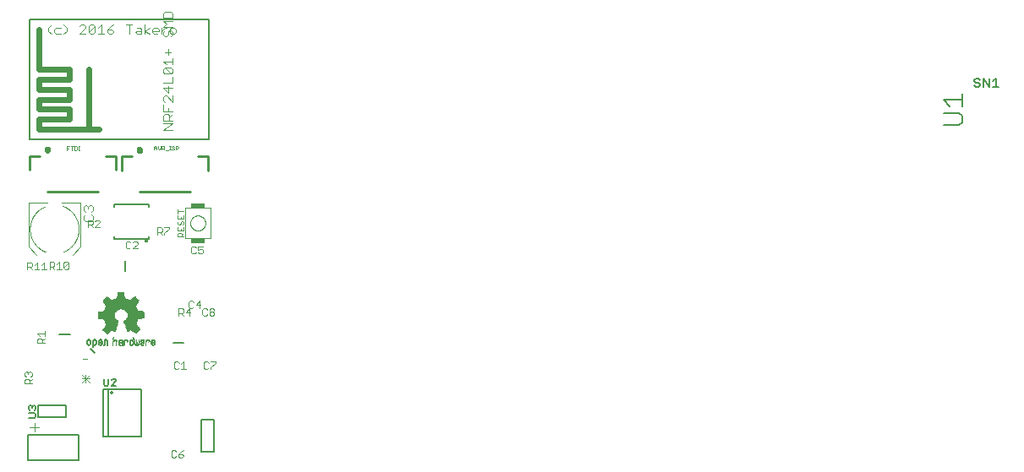
<source format=gto>
G75*
%MOIN*%
%OFA0B0*%
%FSLAX25Y25*%
%IPPOS*%
%LPD*%
%AMOC8*
5,1,8,0,0,1.08239X$1,22.5*
%
%ADD10C,0.00400*%
%ADD11C,0.00300*%
%ADD12C,0.01600*%
%ADD13C,0.01000*%
%ADD14C,0.00100*%
%ADD15C,0.00200*%
%ADD16C,0.00000*%
%ADD17R,0.00120X0.00015*%
%ADD18R,0.00150X0.00015*%
%ADD19R,0.00180X0.00015*%
%ADD20R,0.00210X0.00015*%
%ADD21R,0.00255X0.00015*%
%ADD22R,0.00300X0.00015*%
%ADD23R,0.00360X0.00015*%
%ADD24R,0.00390X0.00015*%
%ADD25R,0.00405X0.00015*%
%ADD26R,0.00420X0.00015*%
%ADD27R,0.00435X0.00015*%
%ADD28R,0.00450X0.00015*%
%ADD29R,0.00450X0.00015*%
%ADD30R,0.00075X0.00015*%
%ADD31R,0.00015X0.00015*%
%ADD32R,0.00060X0.00015*%
%ADD33R,0.00045X0.00015*%
%ADD34R,0.00060X0.00015*%
%ADD35R,0.00015X0.00015*%
%ADD36R,0.00030X0.00015*%
%ADD37R,0.00045X0.00015*%
%ADD38R,0.00495X0.00015*%
%ADD39R,0.00465X0.00015*%
%ADD40R,0.00030X0.00015*%
%ADD41R,0.00480X0.00015*%
%ADD42R,0.00225X0.00015*%
%ADD43R,0.00195X0.00015*%
%ADD44R,0.00255X0.00015*%
%ADD45R,0.00060X0.00015*%
%ADD46R,0.00090X0.00015*%
%ADD47R,0.00555X0.00015*%
%ADD48R,0.00480X0.00015*%
%ADD49R,0.00540X0.00015*%
%ADD50R,0.00555X0.00015*%
%ADD51R,0.00315X0.00015*%
%ADD52R,0.00315X0.00015*%
%ADD53R,0.00105X0.00015*%
%ADD54R,0.00585X0.00015*%
%ADD55R,0.00600X0.00015*%
%ADD56R,0.00510X0.00015*%
%ADD57R,0.00510X0.00015*%
%ADD58R,0.00135X0.00015*%
%ADD59R,0.00375X0.00015*%
%ADD60R,0.00135X0.00015*%
%ADD61R,0.00630X0.00015*%
%ADD62R,0.00165X0.00015*%
%ADD63R,0.00660X0.00015*%
%ADD64R,0.00555X0.00015*%
%ADD65R,0.00630X0.00015*%
%ADD66R,0.00660X0.00015*%
%ADD67R,0.00105X0.00015*%
%ADD68R,0.00120X0.00015*%
%ADD69R,0.00180X0.00015*%
%ADD70R,0.00645X0.00015*%
%ADD71R,0.00195X0.00015*%
%ADD72R,0.00705X0.00015*%
%ADD73R,0.00675X0.00015*%
%ADD74R,0.00615X0.00015*%
%ADD75R,0.00615X0.00015*%
%ADD76R,0.00225X0.00015*%
%ADD77R,0.00795X0.00015*%
%ADD78R,0.00645X0.00015*%
%ADD79R,0.00210X0.00015*%
%ADD80R,0.00765X0.00015*%
%ADD81R,0.00735X0.00015*%
%ADD82R,0.01230X0.00015*%
%ADD83R,0.00720X0.00015*%
%ADD84R,0.00240X0.00015*%
%ADD85R,0.00255X0.00015*%
%ADD86R,0.00255X0.00015*%
%ADD87R,0.00750X0.00015*%
%ADD88R,0.00855X0.00015*%
%ADD89R,0.00270X0.00015*%
%ADD90R,0.00810X0.00015*%
%ADD91R,0.01260X0.00015*%
%ADD92R,0.00285X0.00015*%
%ADD93R,0.00285X0.00015*%
%ADD94R,0.00330X0.00015*%
%ADD95R,0.00900X0.00015*%
%ADD96R,0.01575X0.00015*%
%ADD97R,0.00780X0.00015*%
%ADD98R,0.00915X0.00015*%
%ADD99R,0.00855X0.00015*%
%ADD100R,0.01290X0.00015*%
%ADD101R,0.00330X0.00015*%
%ADD102R,0.00810X0.00015*%
%ADD103R,0.00345X0.00015*%
%ADD104R,0.00945X0.00015*%
%ADD105R,0.01605X0.00015*%
%ADD106R,0.00885X0.00015*%
%ADD107R,0.01305X0.00015*%
%ADD108R,0.00885X0.00015*%
%ADD109R,0.00345X0.00015*%
%ADD110R,0.00825X0.00015*%
%ADD111R,0.00975X0.00015*%
%ADD112R,0.01635X0.00015*%
%ADD113R,0.00915X0.00015*%
%ADD114R,0.01320X0.00015*%
%ADD115R,0.00375X0.00015*%
%ADD116R,0.00840X0.00015*%
%ADD117R,0.00360X0.00015*%
%ADD118R,0.01005X0.00015*%
%ADD119R,0.01665X0.00015*%
%ADD120R,0.00990X0.00015*%
%ADD121R,0.00960X0.00015*%
%ADD122R,0.01335X0.00015*%
%ADD123R,0.00405X0.00015*%
%ADD124R,0.00315X0.00015*%
%ADD125R,0.00300X0.00015*%
%ADD126R,0.00840X0.00015*%
%ADD127R,0.00360X0.00015*%
%ADD128R,0.00330X0.00015*%
%ADD129R,0.01035X0.00015*%
%ADD130R,0.01695X0.00015*%
%ADD131R,0.01020X0.00015*%
%ADD132R,0.01365X0.00015*%
%ADD133R,0.01080X0.00015*%
%ADD134R,0.01725X0.00015*%
%ADD135R,0.01065X0.00015*%
%ADD136R,0.01410X0.00015*%
%ADD137R,0.00870X0.00015*%
%ADD138R,0.01110X0.00015*%
%ADD139R,0.01755X0.00015*%
%ADD140R,0.01095X0.00015*%
%ADD141R,0.01125X0.00015*%
%ADD142R,0.01425X0.00015*%
%ADD143R,0.01140X0.00015*%
%ADD144R,0.01770X0.00015*%
%ADD145R,0.01155X0.00015*%
%ADD146R,0.01440X0.00015*%
%ADD147R,0.00480X0.00015*%
%ADD148R,0.01170X0.00015*%
%ADD149R,0.01785X0.00015*%
%ADD150R,0.01185X0.00015*%
%ADD151R,0.01455X0.00015*%
%ADD152R,0.01200X0.00015*%
%ADD153R,0.01800X0.00015*%
%ADD154R,0.01185X0.00015*%
%ADD155R,0.01215X0.00015*%
%ADD156R,0.01815X0.00015*%
%ADD157R,0.01245X0.00015*%
%ADD158R,0.01470X0.00015*%
%ADD159R,0.01215X0.00015*%
%ADD160R,0.01260X0.00015*%
%ADD161R,0.01485X0.00015*%
%ADD162R,0.00930X0.00015*%
%ADD163R,0.01290X0.00015*%
%ADD164R,0.01845X0.00015*%
%ADD165R,0.01515X0.00015*%
%ADD166R,0.01275X0.00015*%
%ADD167R,0.00930X0.00015*%
%ADD168R,0.01875X0.00015*%
%ADD169R,0.01320X0.00015*%
%ADD170R,0.01530X0.00015*%
%ADD171R,0.01305X0.00015*%
%ADD172R,0.00465X0.00015*%
%ADD173R,0.00480X0.00015*%
%ADD174R,0.00945X0.00015*%
%ADD175R,0.00345X0.00015*%
%ADD176R,0.01890X0.00015*%
%ADD177R,0.00915X0.00015*%
%ADD178R,0.01335X0.00015*%
%ADD179R,0.01545X0.00015*%
%ADD180R,0.00570X0.00015*%
%ADD181R,0.00270X0.00015*%
%ADD182R,0.01905X0.00015*%
%ADD183R,0.00540X0.00015*%
%ADD184R,0.00525X0.00015*%
%ADD185R,0.00540X0.00015*%
%ADD186R,0.01395X0.00015*%
%ADD187R,0.01560X0.00015*%
%ADD188R,0.00525X0.00015*%
%ADD189R,0.00435X0.00015*%
%ADD190R,0.00390X0.00015*%
%ADD191R,0.00405X0.00015*%
%ADD192R,0.01470X0.00015*%
%ADD193R,0.01590X0.00015*%
%ADD194R,0.01455X0.00015*%
%ADD195R,0.00420X0.00015*%
%ADD196R,0.00465X0.00015*%
%ADD197R,0.01500X0.00015*%
%ADD198R,0.01605X0.00015*%
%ADD199R,0.01620X0.00015*%
%ADD200R,0.01530X0.00015*%
%ADD201R,0.01635X0.00015*%
%ADD202R,0.01515X0.00015*%
%ADD203R,0.00420X0.00015*%
%ADD204R,0.00375X0.00015*%
%ADD205R,0.00405X0.00015*%
%ADD206R,0.00690X0.00015*%
%ADD207R,0.00675X0.00015*%
%ADD208R,0.00690X0.00015*%
%ADD209R,0.00540X0.00015*%
%ADD210R,0.00510X0.00015*%
%ADD211R,0.00525X0.00015*%
%ADD212R,0.00345X0.00015*%
%ADD213R,0.00360X0.00015*%
%ADD214R,0.00315X0.00015*%
%ADD215R,0.00375X0.00015*%
%ADD216R,0.00390X0.00015*%
%ADD217R,0.00585X0.00015*%
%ADD218R,0.00420X0.00015*%
%ADD219R,0.00600X0.00015*%
%ADD220R,0.00615X0.00015*%
%ADD221R,0.00120X0.00015*%
%ADD222R,0.00075X0.00015*%
%ADD223R,0.00705X0.00015*%
%ADD224R,0.00720X0.00015*%
%ADD225R,0.00780X0.00015*%
%ADD226R,0.00825X0.00015*%
%ADD227R,0.00240X0.00015*%
%ADD228R,0.00885X0.00015*%
%ADD229R,0.00180X0.00015*%
%ADD230R,0.00795X0.00015*%
%ADD231R,0.00765X0.00015*%
%ADD232R,0.00960X0.00015*%
%ADD233R,0.00975X0.00015*%
%ADD234R,0.00870X0.00015*%
%ADD235R,0.01050X0.00015*%
%ADD236R,0.01080X0.00015*%
%ADD237R,0.01095X0.00015*%
%ADD238R,0.01125X0.00015*%
%ADD239R,0.01155X0.00015*%
%ADD240R,0.01170X0.00015*%
%ADD241R,0.01245X0.00015*%
%ADD242R,0.01140X0.00015*%
%ADD243R,0.01125X0.00015*%
%ADD244R,0.01290X0.00015*%
%ADD245R,0.01275X0.00015*%
%ADD246R,0.00840X0.00015*%
%ADD247R,0.01035X0.00015*%
%ADD248R,0.00960X0.00015*%
%ADD249R,0.01530X0.00015*%
%ADD250R,0.01560X0.00015*%
%ADD251R,0.00795X0.00015*%
%ADD252R,0.00810X0.00015*%
%ADD253R,0.01650X0.00015*%
%ADD254R,0.00555X0.00015*%
%ADD255R,0.01005X0.00015*%
%ADD256R,0.00090X0.00015*%
%ADD257R,0.00225X0.00015*%
%ADD258R,0.00435X0.00015*%
%ADD259R,0.00285X0.00015*%
%ADD260R,0.00570X0.00015*%
%ADD261R,0.00330X0.00015*%
%ADD262R,0.00495X0.00015*%
%ADD263R,0.00390X0.00015*%
%ADD264R,0.00525X0.00015*%
%ADD265R,0.00435X0.00015*%
%ADD266R,0.00585X0.00015*%
%ADD267R,0.01245X0.00015*%
%ADD268R,0.01440X0.00015*%
%ADD269R,0.01515X0.00015*%
%ADD270R,0.01545X0.00015*%
%ADD271R,0.01230X0.00015*%
%ADD272R,0.01530X0.00015*%
%ADD273R,0.01500X0.00015*%
%ADD274R,0.01395X0.00015*%
%ADD275R,0.01185X0.00015*%
%ADD276R,0.01200X0.00015*%
%ADD277R,0.01410X0.00015*%
%ADD278R,0.01185X0.00015*%
%ADD279R,0.01380X0.00015*%
%ADD280R,0.01140X0.00015*%
%ADD281R,0.01335X0.00015*%
%ADD282R,0.01320X0.00015*%
%ADD283R,0.01305X0.00015*%
%ADD284R,0.01035X0.00015*%
%ADD285R,0.00990X0.00015*%
%ADD286R,0.01350X0.00015*%
%ADD287R,0.00945X0.00015*%
%ADD288R,0.01260X0.00015*%
%ADD289R,0.01275X0.00015*%
%ADD290R,0.00825X0.00015*%
%ADD291R,0.01215X0.00015*%
%ADD292R,0.00240X0.00015*%
%ADD293R,0.00240X0.00015*%
%ADD294R,0.00810X0.00015*%
%ADD295R,0.00195X0.00015*%
%ADD296R,0.00165X0.00015*%
%ADD297R,0.00570X0.00015*%
%ADD298R,0.00900X0.00015*%
%ADD299R,0.00060X0.00015*%
%ADD300R,0.00495X0.00015*%
%ADD301R,0.00750X0.00015*%
%ADD302R,0.01575X0.00015*%
%ADD303R,0.01095X0.00015*%
%ADD304R,0.01680X0.00015*%
%ADD305R,0.01710X0.00015*%
%ADD306R,0.01725X0.00015*%
%ADD307R,0.01755X0.00015*%
%ADD308R,0.01860X0.00015*%
%ADD309R,0.01905X0.00015*%
%ADD310R,0.01935X0.00015*%
%ADD311R,0.01965X0.00015*%
%ADD312R,0.01485X0.00015*%
%ADD313R,0.01995X0.00015*%
%ADD314R,0.02040X0.00015*%
%ADD315R,0.02070X0.00015*%
%ADD316R,0.01575X0.00015*%
%ADD317R,0.02115X0.00015*%
%ADD318R,0.02160X0.00015*%
%ADD319R,0.02190X0.00015*%
%ADD320R,0.01695X0.00015*%
%ADD321R,0.02220X0.00015*%
%ADD322R,0.02235X0.00015*%
%ADD323R,0.02280X0.00015*%
%ADD324R,0.02340X0.00015*%
%ADD325R,0.01830X0.00015*%
%ADD326R,0.02385X0.00015*%
%ADD327R,0.01890X0.00015*%
%ADD328R,0.02415X0.00015*%
%ADD329R,0.01920X0.00015*%
%ADD330R,0.02430X0.00015*%
%ADD331R,0.02460X0.00015*%
%ADD332R,0.01965X0.00015*%
%ADD333R,0.02505X0.00015*%
%ADD334R,0.02010X0.00015*%
%ADD335R,0.02535X0.00015*%
%ADD336R,0.02580X0.00015*%
%ADD337R,0.02085X0.00015*%
%ADD338R,0.02625X0.00015*%
%ADD339R,0.02130X0.00015*%
%ADD340R,0.02670X0.00015*%
%ADD341R,0.02700X0.00015*%
%ADD342R,0.00660X0.00015*%
%ADD343R,0.02190X0.00015*%
%ADD344R,0.02715X0.00015*%
%ADD345R,0.02205X0.00015*%
%ADD346R,0.02745X0.00015*%
%ADD347R,0.02235X0.00015*%
%ADD348R,0.02775X0.00015*%
%ADD349R,0.02820X0.00015*%
%ADD350R,0.02310X0.00015*%
%ADD351R,0.02880X0.00015*%
%ADD352R,0.02355X0.00015*%
%ADD353R,0.02895X0.00015*%
%ADD354R,0.02925X0.00015*%
%ADD355R,0.02970X0.00015*%
%ADD356R,0.03000X0.00015*%
%ADD357R,0.03045X0.00015*%
%ADD358R,0.01005X0.00015*%
%ADD359R,0.00780X0.00015*%
%ADD360R,0.02505X0.00015*%
%ADD361R,0.03090X0.00015*%
%ADD362R,0.02550X0.00015*%
%ADD363R,0.03135X0.00015*%
%ADD364R,0.03165X0.00015*%
%ADD365R,0.02625X0.00015*%
%ADD366R,0.03195X0.00015*%
%ADD367R,0.02655X0.00015*%
%ADD368R,0.03210X0.00015*%
%ADD369R,0.03240X0.00015*%
%ADD370R,0.02700X0.00015*%
%ADD371R,0.03285X0.00015*%
%ADD372R,0.02745X0.00015*%
%ADD373R,0.03330X0.00015*%
%ADD374R,0.02790X0.00015*%
%ADD375R,0.03360X0.00015*%
%ADD376R,0.02835X0.00015*%
%ADD377R,0.03390X0.00015*%
%ADD378R,0.02865X0.00015*%
%ADD379R,0.03420X0.00015*%
%ADD380R,0.04905X0.00015*%
%ADD381R,0.04920X0.00015*%
%ADD382R,0.02940X0.00015*%
%ADD383R,0.04950X0.00015*%
%ADD384R,0.02985X0.00015*%
%ADD385R,0.04965X0.00015*%
%ADD386R,0.03015X0.00015*%
%ADD387R,0.04980X0.00015*%
%ADD388R,0.03045X0.00015*%
%ADD389R,0.05010X0.00015*%
%ADD390R,0.03075X0.00015*%
%ADD391R,0.03105X0.00015*%
%ADD392R,0.05040X0.00015*%
%ADD393R,0.05040X0.00015*%
%ADD394R,0.03180X0.00015*%
%ADD395R,0.05070X0.00015*%
%ADD396R,0.03225X0.00015*%
%ADD397R,0.03255X0.00015*%
%ADD398R,0.05085X0.00015*%
%ADD399R,0.03300X0.00015*%
%ADD400R,0.05100X0.00015*%
%ADD401R,0.04935X0.00015*%
%ADD402R,0.05115X0.00015*%
%ADD403R,0.04995X0.00015*%
%ADD404R,0.05130X0.00015*%
%ADD405R,0.05010X0.00015*%
%ADD406R,0.05130X0.00015*%
%ADD407R,0.05010X0.00015*%
%ADD408R,0.05025X0.00015*%
%ADD409R,0.05040X0.00015*%
%ADD410R,0.05055X0.00015*%
%ADD411R,0.05130X0.00015*%
%ADD412R,0.05085X0.00015*%
%ADD413R,0.05115X0.00015*%
%ADD414R,0.05145X0.00015*%
%ADD415R,0.05160X0.00015*%
%ADD416R,0.05130X0.00015*%
%ADD417R,0.05190X0.00015*%
%ADD418R,0.05190X0.00015*%
%ADD419R,0.05205X0.00015*%
%ADD420R,0.05220X0.00015*%
%ADD421R,0.05070X0.00015*%
%ADD422R,0.05085X0.00015*%
%ADD423R,0.05205X0.00015*%
%ADD424R,0.05220X0.00015*%
%ADD425R,0.05055X0.00015*%
%ADD426R,0.05025X0.00015*%
%ADD427R,0.05205X0.00015*%
%ADD428R,0.05025X0.00015*%
%ADD429R,0.05190X0.00015*%
%ADD430R,0.05190X0.00015*%
%ADD431R,0.04995X0.00015*%
%ADD432R,0.05175X0.00015*%
%ADD433R,0.04950X0.00015*%
%ADD434R,0.05145X0.00015*%
%ADD435R,0.05145X0.00015*%
%ADD436R,0.04920X0.00015*%
%ADD437R,0.04905X0.00015*%
%ADD438R,0.04905X0.00015*%
%ADD439R,0.05115X0.00015*%
%ADD440R,0.04890X0.00015*%
%ADD441R,0.04890X0.00015*%
%ADD442R,0.04875X0.00015*%
%ADD443R,0.04845X0.00015*%
%ADD444R,0.04830X0.00015*%
%ADD445R,0.04830X0.00015*%
%ADD446R,0.05070X0.00015*%
%ADD447R,0.04830X0.00015*%
%ADD448R,0.04815X0.00015*%
%ADD449R,0.04800X0.00015*%
%ADD450R,0.04800X0.00015*%
%ADD451R,0.05010X0.00015*%
%ADD452R,0.04785X0.00015*%
%ADD453R,0.04770X0.00015*%
%ADD454R,0.04770X0.00015*%
%ADD455R,0.04755X0.00015*%
%ADD456R,0.04740X0.00015*%
%ADD457R,0.04725X0.00015*%
%ADD458R,0.04725X0.00015*%
%ADD459R,0.04980X0.00015*%
%ADD460R,0.04710X0.00015*%
%ADD461R,0.04725X0.00015*%
%ADD462R,0.04710X0.00015*%
%ADD463R,0.04695X0.00015*%
%ADD464R,0.04680X0.00015*%
%ADD465R,0.04695X0.00015*%
%ADD466R,0.04680X0.00015*%
%ADD467R,0.04905X0.00015*%
%ADD468R,0.04665X0.00015*%
%ADD469R,0.04650X0.00015*%
%ADD470R,0.04635X0.00015*%
%ADD471R,0.04620X0.00015*%
%ADD472R,0.04620X0.00015*%
%ADD473R,0.04890X0.00015*%
%ADD474R,0.04605X0.00015*%
%ADD475R,0.04605X0.00015*%
%ADD476R,0.04590X0.00015*%
%ADD477R,0.04845X0.00015*%
%ADD478R,0.04575X0.00015*%
%ADD479R,0.04590X0.00015*%
%ADD480R,0.04575X0.00015*%
%ADD481R,0.04845X0.00015*%
%ADD482R,0.04560X0.00015*%
%ADD483R,0.04545X0.00015*%
%ADD484R,0.04530X0.00015*%
%ADD485R,0.04515X0.00015*%
%ADD486R,0.04530X0.00015*%
%ADD487R,0.04500X0.00015*%
%ADD488R,0.04515X0.00015*%
%ADD489R,0.04785X0.00015*%
%ADD490R,0.04485X0.00015*%
%ADD491R,0.04755X0.00015*%
%ADD492R,0.04470X0.00015*%
%ADD493R,0.04740X0.00015*%
%ADD494R,0.04485X0.00015*%
%ADD495R,0.04755X0.00015*%
%ADD496R,0.04545X0.00015*%
%ADD497R,0.04695X0.00015*%
%ADD498R,0.04680X0.00015*%
%ADD499R,0.04665X0.00015*%
%ADD500R,0.04725X0.00015*%
%ADD501R,0.04680X0.00015*%
%ADD502R,0.04860X0.00015*%
%ADD503R,0.04740X0.00015*%
%ADD504R,0.04875X0.00015*%
%ADD505R,0.04965X0.00015*%
%ADD506R,0.04860X0.00015*%
%ADD507R,0.04995X0.00015*%
%ADD508R,0.04875X0.00015*%
%ADD509R,0.04980X0.00015*%
%ADD510R,0.05235X0.00015*%
%ADD511R,0.05235X0.00015*%
%ADD512R,0.05250X0.00015*%
%ADD513R,0.05280X0.00015*%
%ADD514R,0.05295X0.00015*%
%ADD515R,0.05325X0.00015*%
%ADD516R,0.05340X0.00015*%
%ADD517R,0.05235X0.00015*%
%ADD518R,0.05355X0.00015*%
%ADD519R,0.05370X0.00015*%
%ADD520R,0.05265X0.00015*%
%ADD521R,0.05370X0.00015*%
%ADD522R,0.05280X0.00015*%
%ADD523R,0.05385X0.00015*%
%ADD524R,0.05295X0.00015*%
%ADD525R,0.05400X0.00015*%
%ADD526R,0.05415X0.00015*%
%ADD527R,0.05310X0.00015*%
%ADD528R,0.05430X0.00015*%
%ADD529R,0.05445X0.00015*%
%ADD530R,0.05460X0.00015*%
%ADD531R,0.05355X0.00015*%
%ADD532R,0.05475X0.00015*%
%ADD533R,0.05505X0.00015*%
%ADD534R,0.05520X0.00015*%
%ADD535R,0.05535X0.00015*%
%ADD536R,0.05550X0.00015*%
%ADD537R,0.05550X0.00015*%
%ADD538R,0.05475X0.00015*%
%ADD539R,0.05490X0.00015*%
%ADD540R,0.05475X0.00015*%
%ADD541R,0.05385X0.00015*%
%ADD542R,0.05370X0.00015*%
%ADD543R,0.05325X0.00015*%
%ADD544R,0.05310X0.00015*%
%ADD545R,0.05265X0.00015*%
%ADD546R,0.05175X0.00015*%
%ADD547R,0.04980X0.00015*%
%ADD548R,0.04965X0.00015*%
%ADD549R,0.04860X0.00015*%
%ADD550R,0.04845X0.00015*%
%ADD551R,0.04815X0.00015*%
%ADD552R,0.04770X0.00015*%
%ADD553R,0.05295X0.00015*%
%ADD554R,0.04635X0.00015*%
%ADD555R,0.05610X0.00015*%
%ADD556R,0.05700X0.00015*%
%ADD557R,0.05760X0.00015*%
%ADD558R,0.05805X0.00015*%
%ADD559R,0.05850X0.00015*%
%ADD560R,0.05895X0.00015*%
%ADD561R,0.06000X0.00015*%
%ADD562R,0.06135X0.00015*%
%ADD563R,0.06225X0.00015*%
%ADD564R,0.06300X0.00015*%
%ADD565R,0.06330X0.00015*%
%ADD566R,0.06375X0.00015*%
%ADD567R,0.06450X0.00015*%
%ADD568R,0.06570X0.00015*%
%ADD569R,0.05565X0.00015*%
%ADD570R,0.06690X0.00015*%
%ADD571R,0.06735X0.00015*%
%ADD572R,0.05790X0.00015*%
%ADD573R,0.06765X0.00015*%
%ADD574R,0.05850X0.00015*%
%ADD575R,0.06780X0.00015*%
%ADD576R,0.05895X0.00015*%
%ADD577R,0.06795X0.00015*%
%ADD578R,0.05955X0.00015*%
%ADD579R,0.06810X0.00015*%
%ADD580R,0.06060X0.00015*%
%ADD581R,0.06195X0.00015*%
%ADD582R,0.06825X0.00015*%
%ADD583R,0.06330X0.00015*%
%ADD584R,0.06840X0.00015*%
%ADD585R,0.06390X0.00015*%
%ADD586R,0.06495X0.00015*%
%ADD587R,0.06840X0.00015*%
%ADD588R,0.06555X0.00015*%
%ADD589R,0.06825X0.00015*%
%ADD590R,0.06645X0.00015*%
%ADD591R,0.06825X0.00015*%
%ADD592R,0.06705X0.00015*%
%ADD593R,0.06705X0.00015*%
%ADD594R,0.06810X0.00015*%
%ADD595R,0.06720X0.00015*%
%ADD596R,0.06795X0.00015*%
%ADD597R,0.06750X0.00015*%
%ADD598R,0.06765X0.00015*%
%ADD599R,0.06795X0.00015*%
%ADD600R,0.06780X0.00015*%
%ADD601R,0.06780X0.00015*%
%ADD602R,0.06750X0.00015*%
%ADD603R,0.06720X0.00015*%
%ADD604R,0.06720X0.00015*%
%ADD605R,0.06705X0.00015*%
%ADD606R,0.06705X0.00015*%
%ADD607R,0.06690X0.00015*%
%ADD608R,0.06675X0.00015*%
%ADD609R,0.06690X0.00015*%
%ADD610R,0.06675X0.00015*%
%ADD611R,0.06675X0.00015*%
%ADD612R,0.06660X0.00015*%
%ADD613R,0.06675X0.00015*%
%ADD614R,0.06660X0.00015*%
%ADD615R,0.06660X0.00015*%
%ADD616R,0.06645X0.00015*%
%ADD617R,0.06630X0.00015*%
%ADD618R,0.06660X0.00015*%
%ADD619R,0.06630X0.00015*%
%ADD620R,0.06645X0.00015*%
%ADD621R,0.06735X0.00015*%
%ADD622R,0.06765X0.00015*%
%ADD623R,0.06780X0.00015*%
%ADD624R,0.06825X0.00015*%
%ADD625R,0.06855X0.00015*%
%ADD626R,0.06855X0.00015*%
%ADD627R,0.06870X0.00015*%
%ADD628R,0.06885X0.00015*%
%ADD629R,0.06525X0.00015*%
%ADD630R,0.06405X0.00015*%
%ADD631R,0.06255X0.00015*%
%ADD632R,0.06165X0.00015*%
%ADD633R,0.06870X0.00015*%
%ADD634R,0.06120X0.00015*%
%ADD635R,0.06885X0.00015*%
%ADD636R,0.06060X0.00015*%
%ADD637R,0.06015X0.00015*%
%ADD638R,0.05910X0.00015*%
%ADD639R,0.05670X0.00015*%
%ADD640R,0.05595X0.00015*%
%ADD641R,0.06585X0.00015*%
%ADD642R,0.05160X0.00015*%
%ADD643R,0.06390X0.00015*%
%ADD644R,0.05025X0.00015*%
%ADD645R,0.06330X0.00015*%
%ADD646R,0.06075X0.00015*%
%ADD647R,0.05820X0.00015*%
%ADD648R,0.05775X0.00015*%
%ADD649R,0.05685X0.00015*%
%ADD650R,0.05460X0.00015*%
%ADD651R,0.04860X0.00015*%
%ADD652R,0.04935X0.00015*%
%ADD653R,0.05160X0.00015*%
%ADD654R,0.05325X0.00015*%
%ADD655R,0.05340X0.00015*%
%ADD656R,0.05355X0.00015*%
%ADD657R,0.05430X0.00015*%
%ADD658R,0.05535X0.00015*%
%ADD659R,0.05595X0.00015*%
%ADD660R,0.05640X0.00015*%
%ADD661R,0.05640X0.00015*%
%ADD662R,0.05670X0.00015*%
%ADD663R,0.05685X0.00015*%
%ADD664R,0.05700X0.00015*%
%ADD665R,0.05715X0.00015*%
%ADD666R,0.05715X0.00015*%
%ADD667R,0.05730X0.00015*%
%ADD668R,0.05745X0.00015*%
%ADD669R,0.05760X0.00015*%
%ADD670R,0.06000X0.00015*%
%ADD671R,0.06105X0.00015*%
%ADD672R,0.06180X0.00015*%
%ADD673R,0.06210X0.00015*%
%ADD674R,0.12690X0.00015*%
%ADD675R,0.12675X0.00015*%
%ADD676R,0.12660X0.00015*%
%ADD677R,0.12660X0.00015*%
%ADD678R,0.12645X0.00015*%
%ADD679R,0.12615X0.00015*%
%ADD680R,0.12600X0.00015*%
%ADD681R,0.12585X0.00015*%
%ADD682R,0.12555X0.00015*%
%ADD683R,0.12540X0.00015*%
%ADD684R,0.12525X0.00015*%
%ADD685R,0.12510X0.00015*%
%ADD686R,0.12510X0.00015*%
%ADD687R,0.12480X0.00015*%
%ADD688R,0.12450X0.00015*%
%ADD689R,0.12435X0.00015*%
%ADD690R,0.12420X0.00015*%
%ADD691R,0.12390X0.00015*%
%ADD692R,0.12375X0.00015*%
%ADD693R,0.12360X0.00015*%
%ADD694R,0.12330X0.00015*%
%ADD695R,0.12300X0.00015*%
%ADD696R,0.12285X0.00015*%
%ADD697R,0.12270X0.00015*%
%ADD698R,0.12255X0.00015*%
%ADD699R,0.12240X0.00015*%
%ADD700R,0.12225X0.00015*%
%ADD701R,0.12195X0.00015*%
%ADD702R,0.12165X0.00015*%
%ADD703R,0.12150X0.00015*%
%ADD704R,0.12135X0.00015*%
%ADD705R,0.12120X0.00015*%
%ADD706R,0.12090X0.00015*%
%ADD707R,0.12075X0.00015*%
%ADD708R,0.12060X0.00015*%
%ADD709R,0.12045X0.00015*%
%ADD710R,0.12015X0.00015*%
%ADD711R,0.12000X0.00015*%
%ADD712R,0.11985X0.00015*%
%ADD713R,0.11955X0.00015*%
%ADD714R,0.11940X0.00015*%
%ADD715R,0.11925X0.00015*%
%ADD716R,0.11910X0.00015*%
%ADD717R,0.11910X0.00015*%
%ADD718R,0.11880X0.00015*%
%ADD719R,0.11850X0.00015*%
%ADD720R,0.11835X0.00015*%
%ADD721R,0.11805X0.00015*%
%ADD722R,0.11775X0.00015*%
%ADD723R,0.11760X0.00015*%
%ADD724R,0.11745X0.00015*%
%ADD725R,0.11730X0.00015*%
%ADD726R,0.11700X0.00015*%
%ADD727R,0.11700X0.00015*%
%ADD728R,0.11685X0.00015*%
%ADD729R,0.11655X0.00015*%
%ADD730R,0.11640X0.00015*%
%ADD731R,0.11625X0.00015*%
%ADD732R,0.11625X0.00015*%
%ADD733R,0.11670X0.00015*%
%ADD734R,0.11715X0.00015*%
%ADD735R,0.11790X0.00015*%
%ADD736R,0.11820X0.00015*%
%ADD737R,0.11820X0.00015*%
%ADD738R,0.11880X0.00015*%
%ADD739R,0.11895X0.00015*%
%ADD740R,0.11970X0.00015*%
%ADD741R,0.12045X0.00015*%
%ADD742R,0.12075X0.00015*%
%ADD743R,0.12105X0.00015*%
%ADD744R,0.12135X0.00015*%
%ADD745R,0.12165X0.00015*%
%ADD746R,0.12180X0.00015*%
%ADD747R,0.12195X0.00015*%
%ADD748R,0.12210X0.00015*%
%ADD749R,0.12225X0.00015*%
%ADD750R,0.12255X0.00015*%
%ADD751R,0.12360X0.00015*%
%ADD752R,0.12390X0.00015*%
%ADD753R,0.12405X0.00015*%
%ADD754R,0.12435X0.00015*%
%ADD755R,0.12480X0.00015*%
%ADD756R,0.12480X0.00015*%
%ADD757R,0.12510X0.00015*%
%ADD758R,0.12570X0.00015*%
%ADD759R,0.12630X0.00015*%
%ADD760R,0.12675X0.00015*%
%ADD761R,0.12705X0.00015*%
%ADD762R,0.12735X0.00015*%
%ADD763R,0.12750X0.00015*%
%ADD764R,0.12780X0.00015*%
%ADD765R,0.12795X0.00015*%
%ADD766R,0.12810X0.00015*%
%ADD767R,0.12840X0.00015*%
%ADD768R,0.12855X0.00015*%
%ADD769R,0.12885X0.00015*%
%ADD770R,0.12900X0.00015*%
%ADD771R,0.12915X0.00015*%
%ADD772R,0.12945X0.00015*%
%ADD773R,0.12960X0.00015*%
%ADD774R,0.12990X0.00015*%
%ADD775R,0.13005X0.00015*%
%ADD776R,0.13020X0.00015*%
%ADD777R,0.13035X0.00015*%
%ADD778R,0.13065X0.00015*%
%ADD779R,0.13080X0.00015*%
%ADD780R,0.13110X0.00015*%
%ADD781R,0.13125X0.00015*%
%ADD782R,0.13155X0.00015*%
%ADD783R,0.13170X0.00015*%
%ADD784R,0.13200X0.00015*%
%ADD785R,0.13230X0.00015*%
%ADD786R,0.13260X0.00015*%
%ADD787R,0.13290X0.00015*%
%ADD788R,0.13320X0.00015*%
%ADD789R,0.13350X0.00015*%
%ADD790R,0.13365X0.00015*%
%ADD791R,0.13395X0.00015*%
%ADD792R,0.13425X0.00015*%
%ADD793R,0.13455X0.00015*%
%ADD794R,0.13470X0.00015*%
%ADD795R,0.13500X0.00015*%
%ADD796R,0.13530X0.00015*%
%ADD797R,0.13560X0.00015*%
%ADD798R,0.13575X0.00015*%
%ADD799R,0.13605X0.00015*%
%ADD800R,0.13635X0.00015*%
%ADD801R,0.13650X0.00015*%
%ADD802R,0.13680X0.00015*%
%ADD803R,0.13695X0.00015*%
%ADD804R,0.13725X0.00015*%
%ADD805R,0.13740X0.00015*%
%ADD806R,0.13770X0.00015*%
%ADD807R,0.13785X0.00015*%
%ADD808R,0.13800X0.00015*%
%ADD809R,0.13830X0.00015*%
%ADD810R,0.13860X0.00015*%
%ADD811R,0.13875X0.00015*%
%ADD812R,0.13905X0.00015*%
%ADD813R,0.13935X0.00015*%
%ADD814R,0.13950X0.00015*%
%ADD815R,0.13980X0.00015*%
%ADD816R,0.14010X0.00015*%
%ADD817R,0.14025X0.00015*%
%ADD818R,0.14055X0.00015*%
%ADD819R,0.14070X0.00015*%
%ADD820R,0.14085X0.00015*%
%ADD821R,0.14115X0.00015*%
%ADD822R,0.14145X0.00015*%
%ADD823R,0.14160X0.00015*%
%ADD824R,0.14190X0.00015*%
%ADD825R,0.14205X0.00015*%
%ADD826R,0.14220X0.00015*%
%ADD827R,0.14235X0.00015*%
%ADD828R,0.14265X0.00015*%
%ADD829R,0.14280X0.00015*%
%ADD830R,0.14295X0.00015*%
%ADD831R,0.14295X0.00015*%
%ADD832R,0.14250X0.00015*%
%ADD833R,0.14205X0.00015*%
%ADD834R,0.14175X0.00015*%
%ADD835R,0.14160X0.00015*%
%ADD836R,0.14130X0.00015*%
%ADD837R,0.14100X0.00015*%
%ADD838R,0.14040X0.00015*%
%ADD839R,0.14010X0.00015*%
%ADD840R,0.03465X0.00015*%
%ADD841R,0.10440X0.00015*%
%ADD842R,0.03420X0.00015*%
%ADD843R,0.10395X0.00015*%
%ADD844R,0.03375X0.00015*%
%ADD845R,0.10335X0.00015*%
%ADD846R,0.03570X0.00015*%
%ADD847R,0.06600X0.00015*%
%ADD848R,0.03525X0.00015*%
%ADD849R,0.03270X0.00015*%
%ADD850R,0.03495X0.00015*%
%ADD851R,0.03210X0.00015*%
%ADD852R,0.06480X0.00015*%
%ADD853R,0.03435X0.00015*%
%ADD854R,0.03165X0.00015*%
%ADD855R,0.03390X0.00015*%
%ADD856R,0.03120X0.00015*%
%ADD857R,0.06315X0.00015*%
%ADD858R,0.03345X0.00015*%
%ADD859R,0.03090X0.00015*%
%ADD860R,0.03075X0.00015*%
%ADD861R,0.06225X0.00015*%
%ADD862R,0.03270X0.00015*%
%ADD863R,0.06180X0.00015*%
%ADD864R,0.02970X0.00015*%
%ADD865R,0.06075X0.00015*%
%ADD866R,0.03195X0.00015*%
%ADD867R,0.02925X0.00015*%
%ADD868R,0.05985X0.00015*%
%ADD869R,0.03135X0.00015*%
%ADD870R,0.02850X0.00015*%
%ADD871R,0.05835X0.00015*%
%ADD872R,0.03030X0.00015*%
%ADD873R,0.02805X0.00015*%
%ADD874R,0.02730X0.00015*%
%ADD875R,0.05625X0.00015*%
%ADD876R,0.02925X0.00015*%
%ADD877R,0.02640X0.00015*%
%ADD878R,0.02595X0.00015*%
%ADD879R,0.02565X0.00015*%
%ADD880R,0.02760X0.00015*%
%ADD881R,0.02520X0.00015*%
%ADD882R,0.02730X0.00015*%
%ADD883R,0.02475X0.00015*%
%ADD884R,0.02685X0.00015*%
%ADD885R,0.02445X0.00015*%
%ADD886R,0.02400X0.00015*%
%ADD887R,0.02370X0.00015*%
%ADD888R,0.02565X0.00015*%
%ADD889R,0.02340X0.00015*%
%ADD890R,0.02325X0.00015*%
%ADD891R,0.02505X0.00015*%
%ADD892R,0.02280X0.00015*%
%ADD893R,0.02460X0.00015*%
%ADD894R,0.04560X0.00015*%
%ADD895R,0.02190X0.00015*%
%ADD896R,0.04440X0.00015*%
%ADD897R,0.02370X0.00015*%
%ADD898R,0.02145X0.00015*%
%ADD899R,0.04365X0.00015*%
%ADD900R,0.04320X0.00015*%
%ADD901R,0.02310X0.00015*%
%ADD902R,0.02100X0.00015*%
%ADD903R,0.04260X0.00015*%
%ADD904R,0.04200X0.00015*%
%ADD905R,0.02265X0.00015*%
%ADD906R,0.02040X0.00015*%
%ADD907R,0.04095X0.00015*%
%ADD908R,0.02220X0.00015*%
%ADD909R,0.03915X0.00015*%
%ADD910R,0.02175X0.00015*%
%ADD911R,0.03765X0.00015*%
%ADD912R,0.03675X0.00015*%
%ADD913R,0.01890X0.00015*%
%ADD914R,0.03615X0.00015*%
%ADD915R,0.02055X0.00015*%
%ADD916R,0.01860X0.00015*%
%ADD917R,0.03555X0.00015*%
%ADD918R,0.03450X0.00015*%
%ADD919R,0.03315X0.00015*%
%ADD920R,0.01680X0.00015*%
%ADD921R,0.01650X0.00015*%
%ADD922R,0.01620X0.00015*%
%ADD923R,0.03240X0.00015*%
%ADD924R,0.01740X0.00015*%
%ADD925R,0.01665X0.00015*%
%ADD926R,0.01635X0.00015*%
%ADD927R,0.01410X0.00015*%
%ADD928R,0.01395X0.00015*%
%ADD929R,0.01365X0.00015*%
%ADD930R,0.01290X0.00015*%
%ADD931R,0.03210X0.00015*%
%ADD932R,0.01455X0.00015*%
%ADD933R,0.01110X0.00015*%
%ADD934R,0.03180X0.00015*%
%ADD935R,0.03150X0.00015*%
%ADD936R,0.03150X0.00015*%
%ADD937R,0.01050X0.00015*%
%ADD938R,0.03105X0.00015*%
%ADD939R,0.00660X0.00015*%
%ADD940R,0.03075X0.00015*%
%ADD941R,0.03060X0.00015*%
%ADD942R,0.03000X0.00015*%
%ADD943R,0.02955X0.00015*%
%ADD944R,0.02940X0.00015*%
%ADD945R,0.02940X0.00015*%
%ADD946R,0.02910X0.00015*%
%ADD947R,0.02910X0.00015*%
%ADD948R,0.02865X0.00015*%
%ADD949R,0.02805X0.00015*%
%ADD950R,0.02775X0.00015*%
%ADD951R,0.02760X0.00015*%
%ADD952R,0.02655X0.00015*%
%ADD953R,0.02640X0.00015*%
%ADD954R,0.02610X0.00015*%
%ADD955R,0.02595X0.00015*%
%ADD956R,0.02535X0.00015*%
%ADD957R,0.02475X0.00015*%
%ADD958R,0.02175X0.00015*%
%ADD959C,0.00394*%
%ADD960R,0.05512X0.01969*%
%ADD961C,0.00500*%
%ADD962C,0.02400*%
%ADD963C,0.00600*%
%ADD964C,0.00800*%
%ADD965C,0.01400*%
%ADD966R,0.01476X0.01476*%
%ADD967C,0.00700*%
D10*
X0007728Y0014587D02*
X0007728Y0018056D01*
X0005993Y0016321D02*
X0009463Y0016321D01*
X0008506Y0084310D02*
X0005357Y0087459D01*
X0005357Y0104782D01*
X0012837Y0104782D01*
X0018349Y0104782D02*
X0025829Y0104782D01*
X0025829Y0087459D01*
X0022679Y0084310D01*
X0012246Y0085490D02*
X0012027Y0085574D01*
X0011810Y0085664D01*
X0011596Y0085759D01*
X0011383Y0085859D01*
X0011174Y0085964D01*
X0010966Y0086075D01*
X0010762Y0086190D01*
X0010560Y0086310D01*
X0010362Y0086436D01*
X0010167Y0086566D01*
X0009974Y0086700D01*
X0009785Y0086840D01*
X0009600Y0086983D01*
X0009418Y0087132D01*
X0009240Y0087284D01*
X0009065Y0087441D01*
X0008895Y0087603D01*
X0008728Y0087768D01*
X0008566Y0087937D01*
X0008407Y0088110D01*
X0008253Y0088287D01*
X0008103Y0088468D01*
X0007958Y0088652D01*
X0007817Y0088840D01*
X0007681Y0089031D01*
X0007550Y0089226D01*
X0007423Y0089423D01*
X0007301Y0089624D01*
X0007184Y0089827D01*
X0007072Y0090034D01*
X0006965Y0090242D01*
X0006863Y0090454D01*
X0006767Y0090668D01*
X0006675Y0090884D01*
X0006589Y0091102D01*
X0006508Y0091323D01*
X0006433Y0091545D01*
X0006363Y0091769D01*
X0006298Y0091994D01*
X0006239Y0092222D01*
X0006186Y0092450D01*
X0006138Y0092680D01*
X0006096Y0092911D01*
X0006059Y0093143D01*
X0006028Y0093375D01*
X0006002Y0093609D01*
X0005983Y0093842D01*
X0005969Y0094077D01*
X0005961Y0094311D01*
X0005958Y0094546D01*
X0005961Y0094781D01*
X0005970Y0095015D01*
X0005985Y0095249D01*
X0006005Y0095483D01*
X0006031Y0095716D01*
X0006062Y0095949D01*
X0006100Y0096181D01*
X0006142Y0096411D01*
X0006191Y0096641D01*
X0006245Y0096869D01*
X0006305Y0097097D01*
X0006370Y0097322D01*
X0006440Y0097546D01*
X0006516Y0097768D01*
X0006597Y0097988D01*
X0006684Y0098206D01*
X0006776Y0098422D01*
X0006873Y0098636D01*
X0006976Y0098847D01*
X0007083Y0099056D01*
X0007196Y0099262D01*
X0007313Y0099465D01*
X0007435Y0099665D01*
X0007563Y0099862D01*
X0007695Y0100056D01*
X0007831Y0100247D01*
X0007973Y0100434D01*
X0008118Y0100618D01*
X0008269Y0100799D01*
X0008423Y0100975D01*
X0008582Y0101148D01*
X0008745Y0101317D01*
X0008912Y0101482D01*
X0009083Y0101643D01*
X0009258Y0101799D01*
X0009436Y0101952D01*
X0009619Y0102099D01*
X0009804Y0102243D01*
X0009994Y0102382D01*
X0010186Y0102516D01*
X0010382Y0102645D01*
X0010581Y0102770D01*
X0010783Y0102890D01*
X0010987Y0103005D01*
X0011195Y0103114D01*
X0011405Y0103219D01*
X0011617Y0103319D01*
X0011832Y0103413D01*
X0012049Y0103502D01*
X0018939Y0103601D02*
X0019158Y0103517D01*
X0019375Y0103427D01*
X0019589Y0103332D01*
X0019802Y0103232D01*
X0020011Y0103127D01*
X0020219Y0103016D01*
X0020423Y0102901D01*
X0020625Y0102781D01*
X0020823Y0102655D01*
X0021018Y0102525D01*
X0021211Y0102391D01*
X0021400Y0102251D01*
X0021585Y0102108D01*
X0021767Y0101959D01*
X0021945Y0101807D01*
X0022120Y0101650D01*
X0022290Y0101488D01*
X0022457Y0101323D01*
X0022619Y0101154D01*
X0022778Y0100981D01*
X0022932Y0100804D01*
X0023082Y0100623D01*
X0023227Y0100439D01*
X0023368Y0100251D01*
X0023504Y0100060D01*
X0023635Y0099865D01*
X0023762Y0099668D01*
X0023884Y0099467D01*
X0024001Y0099264D01*
X0024113Y0099057D01*
X0024220Y0098849D01*
X0024322Y0098637D01*
X0024418Y0098423D01*
X0024510Y0098207D01*
X0024596Y0097989D01*
X0024677Y0097768D01*
X0024752Y0097546D01*
X0024822Y0097322D01*
X0024887Y0097097D01*
X0024946Y0096869D01*
X0024999Y0096641D01*
X0025047Y0096411D01*
X0025089Y0096180D01*
X0025126Y0095948D01*
X0025157Y0095716D01*
X0025183Y0095482D01*
X0025202Y0095249D01*
X0025216Y0095014D01*
X0025224Y0094780D01*
X0025227Y0094545D01*
X0025224Y0094310D01*
X0025215Y0094076D01*
X0025200Y0093842D01*
X0025180Y0093608D01*
X0025154Y0093375D01*
X0025123Y0093142D01*
X0025085Y0092910D01*
X0025043Y0092680D01*
X0024994Y0092450D01*
X0024940Y0092222D01*
X0024880Y0091994D01*
X0024815Y0091769D01*
X0024745Y0091545D01*
X0024669Y0091323D01*
X0024588Y0091103D01*
X0024501Y0090885D01*
X0024409Y0090669D01*
X0024312Y0090455D01*
X0024209Y0090244D01*
X0024102Y0090035D01*
X0023989Y0089829D01*
X0023872Y0089626D01*
X0023750Y0089426D01*
X0023622Y0089229D01*
X0023490Y0089035D01*
X0023354Y0088844D01*
X0023212Y0088657D01*
X0023067Y0088473D01*
X0022916Y0088292D01*
X0022762Y0088116D01*
X0022603Y0087943D01*
X0022440Y0087774D01*
X0022273Y0087609D01*
X0022102Y0087448D01*
X0021927Y0087292D01*
X0021749Y0087139D01*
X0021566Y0086992D01*
X0021381Y0086848D01*
X0021191Y0086709D01*
X0020999Y0086575D01*
X0020803Y0086446D01*
X0020604Y0086321D01*
X0020402Y0086201D01*
X0020198Y0086086D01*
X0019990Y0085977D01*
X0019780Y0085872D01*
X0019568Y0085772D01*
X0019353Y0085678D01*
X0019136Y0085589D01*
D11*
X0027685Y0097649D02*
X0030154Y0097649D01*
X0030771Y0098266D01*
X0030771Y0099501D01*
X0030154Y0100118D01*
X0030154Y0101332D02*
X0030771Y0101949D01*
X0030771Y0103184D01*
X0030154Y0103801D01*
X0029537Y0103801D01*
X0028919Y0103184D01*
X0028919Y0102567D01*
X0028919Y0103184D02*
X0028302Y0103801D01*
X0027685Y0103801D01*
X0027068Y0103184D01*
X0027068Y0101949D01*
X0027685Y0101332D01*
X0027685Y0100118D02*
X0027068Y0099501D01*
X0027068Y0098266D01*
X0027685Y0097649D01*
X0058528Y0133711D02*
X0062231Y0136180D01*
X0058528Y0136180D01*
X0058528Y0137394D02*
X0058528Y0139246D01*
X0059145Y0139863D01*
X0060380Y0139863D01*
X0060997Y0139246D01*
X0060997Y0137394D01*
X0062231Y0137394D02*
X0058528Y0137394D01*
X0060997Y0138629D02*
X0062231Y0139863D01*
X0062231Y0141077D02*
X0058528Y0141077D01*
X0058528Y0143546D01*
X0059145Y0144761D02*
X0058528Y0145378D01*
X0058528Y0146612D01*
X0059145Y0147229D01*
X0059763Y0147229D01*
X0062231Y0144761D01*
X0062231Y0147229D01*
X0060380Y0148444D02*
X0060380Y0150913D01*
X0062231Y0150295D02*
X0058528Y0150295D01*
X0060380Y0148444D01*
X0062231Y0152127D02*
X0058528Y0152127D01*
X0062231Y0152127D02*
X0062231Y0154596D01*
X0061614Y0155810D02*
X0059145Y0158279D01*
X0061614Y0158279D01*
X0062231Y0157662D01*
X0062231Y0156427D01*
X0061614Y0155810D01*
X0059145Y0155810D01*
X0058528Y0156427D01*
X0058528Y0157662D01*
X0059145Y0158279D01*
X0059763Y0159493D02*
X0058528Y0160728D01*
X0062231Y0160728D01*
X0062231Y0161962D02*
X0062231Y0159493D01*
X0060380Y0163176D02*
X0060380Y0165645D01*
X0059145Y0164411D02*
X0061614Y0164411D01*
X0061614Y0170543D02*
X0062231Y0171160D01*
X0062231Y0172394D01*
X0061614Y0173011D01*
X0060997Y0173011D01*
X0060380Y0172394D01*
X0060380Y0171160D01*
X0059763Y0170543D01*
X0059145Y0170543D01*
X0058528Y0171160D01*
X0058528Y0172394D01*
X0059145Y0173011D01*
X0059199Y0173970D02*
X0059816Y0173970D01*
X0059199Y0173970D02*
X0057964Y0172736D01*
X0056750Y0172736D02*
X0054281Y0172736D01*
X0054281Y0172119D02*
X0054281Y0173353D01*
X0054898Y0173970D01*
X0056133Y0173970D01*
X0056750Y0173353D01*
X0056750Y0172736D01*
X0056133Y0171501D02*
X0054898Y0171501D01*
X0054281Y0172119D01*
X0053063Y0171501D02*
X0051212Y0172736D01*
X0053063Y0173970D01*
X0051212Y0175205D02*
X0051212Y0171501D01*
X0049997Y0171501D02*
X0049997Y0173353D01*
X0049380Y0173970D01*
X0048146Y0173970D01*
X0048146Y0172736D02*
X0049997Y0172736D01*
X0049997Y0171501D02*
X0048146Y0171501D01*
X0047529Y0172119D01*
X0048146Y0172736D01*
X0045080Y0171501D02*
X0045080Y0175205D01*
X0043846Y0175205D02*
X0046314Y0175205D01*
X0038948Y0175205D02*
X0037714Y0174587D01*
X0036479Y0173353D01*
X0038331Y0173353D01*
X0038948Y0172736D01*
X0038948Y0172119D01*
X0038331Y0171501D01*
X0037096Y0171501D01*
X0036479Y0172119D01*
X0036479Y0173353D01*
X0035265Y0171501D02*
X0032796Y0171501D01*
X0034031Y0171501D02*
X0034031Y0175205D01*
X0032796Y0173970D01*
X0031582Y0174587D02*
X0029113Y0172119D01*
X0029730Y0171501D01*
X0030965Y0171501D01*
X0031582Y0172119D01*
X0031582Y0174587D01*
X0030965Y0175205D01*
X0029730Y0175205D01*
X0029113Y0174587D01*
X0029113Y0172119D01*
X0027899Y0171501D02*
X0025430Y0171501D01*
X0027899Y0173970D01*
X0027899Y0174587D01*
X0027281Y0175205D01*
X0026047Y0175205D01*
X0025430Y0174587D01*
X0020526Y0173970D02*
X0020526Y0172736D01*
X0019291Y0171501D01*
X0018077Y0171501D02*
X0016225Y0171501D01*
X0015608Y0172119D01*
X0015608Y0173353D01*
X0016225Y0173970D01*
X0018077Y0173970D01*
X0019291Y0175205D02*
X0020526Y0173970D01*
X0014387Y0175205D02*
X0013153Y0173970D01*
X0013153Y0172736D01*
X0014387Y0171501D01*
X0057964Y0171501D02*
X0057964Y0173970D01*
X0058528Y0174226D02*
X0059763Y0175460D01*
X0058528Y0176695D01*
X0062231Y0176695D01*
X0062231Y0177909D02*
X0058528Y0177909D01*
X0058528Y0179760D01*
X0059145Y0180378D01*
X0061614Y0180378D01*
X0062231Y0179760D01*
X0062231Y0177909D01*
X0062231Y0174226D02*
X0058528Y0174226D01*
X0061034Y0173353D02*
X0061034Y0172119D01*
X0061651Y0171501D01*
X0062885Y0171501D01*
X0063502Y0172119D01*
X0063502Y0173353D01*
X0062885Y0173970D01*
X0061651Y0173970D01*
X0061034Y0173353D01*
X0060380Y0142312D02*
X0060380Y0141077D01*
X0062231Y0133711D02*
X0058528Y0133711D01*
X0029568Y0037043D02*
X0026432Y0033907D01*
X0029568Y0037043D01*
X0029568Y0035475D02*
X0026432Y0035475D01*
X0029568Y0035475D01*
X0029568Y0033907D02*
X0026432Y0037043D01*
X0029568Y0033907D01*
X0028000Y0033907D02*
X0028000Y0037043D01*
X0028000Y0033907D01*
D12*
X0012491Y0125846D02*
X0012493Y0125886D01*
X0012499Y0125926D01*
X0012509Y0125966D01*
X0012522Y0126004D01*
X0012540Y0126040D01*
X0012560Y0126075D01*
X0012585Y0126107D01*
X0012612Y0126137D01*
X0012642Y0126164D01*
X0012674Y0126189D01*
X0012709Y0126209D01*
X0012745Y0126227D01*
X0012783Y0126240D01*
X0012823Y0126250D01*
X0012863Y0126256D01*
X0012903Y0126258D01*
X0012943Y0126256D01*
X0012983Y0126250D01*
X0013023Y0126240D01*
X0013061Y0126227D01*
X0013097Y0126209D01*
X0013132Y0126189D01*
X0013164Y0126164D01*
X0013194Y0126137D01*
X0013221Y0126107D01*
X0013246Y0126075D01*
X0013266Y0126040D01*
X0013284Y0126004D01*
X0013297Y0125966D01*
X0013307Y0125926D01*
X0013313Y0125886D01*
X0013315Y0125846D01*
X0013313Y0125806D01*
X0013307Y0125766D01*
X0013297Y0125726D01*
X0013284Y0125688D01*
X0013266Y0125652D01*
X0013246Y0125617D01*
X0013221Y0125585D01*
X0013194Y0125555D01*
X0013164Y0125528D01*
X0013132Y0125503D01*
X0013097Y0125483D01*
X0013061Y0125465D01*
X0013023Y0125452D01*
X0012983Y0125442D01*
X0012943Y0125436D01*
X0012903Y0125434D01*
X0012863Y0125436D01*
X0012823Y0125442D01*
X0012783Y0125452D01*
X0012745Y0125465D01*
X0012709Y0125483D01*
X0012674Y0125503D01*
X0012642Y0125528D01*
X0012612Y0125555D01*
X0012585Y0125585D01*
X0012560Y0125617D01*
X0012540Y0125652D01*
X0012522Y0125688D01*
X0012509Y0125726D01*
X0012499Y0125766D01*
X0012493Y0125806D01*
X0012491Y0125846D01*
X0048734Y0125742D02*
X0048736Y0125782D01*
X0048742Y0125822D01*
X0048752Y0125862D01*
X0048765Y0125900D01*
X0048783Y0125936D01*
X0048803Y0125971D01*
X0048828Y0126003D01*
X0048855Y0126033D01*
X0048885Y0126060D01*
X0048917Y0126085D01*
X0048952Y0126105D01*
X0048988Y0126123D01*
X0049026Y0126136D01*
X0049066Y0126146D01*
X0049106Y0126152D01*
X0049146Y0126154D01*
X0049186Y0126152D01*
X0049226Y0126146D01*
X0049266Y0126136D01*
X0049304Y0126123D01*
X0049340Y0126105D01*
X0049375Y0126085D01*
X0049407Y0126060D01*
X0049437Y0126033D01*
X0049464Y0126003D01*
X0049489Y0125971D01*
X0049509Y0125936D01*
X0049527Y0125900D01*
X0049540Y0125862D01*
X0049550Y0125822D01*
X0049556Y0125782D01*
X0049558Y0125742D01*
X0049556Y0125702D01*
X0049550Y0125662D01*
X0049540Y0125622D01*
X0049527Y0125584D01*
X0049509Y0125548D01*
X0049489Y0125513D01*
X0049464Y0125481D01*
X0049437Y0125451D01*
X0049407Y0125424D01*
X0049375Y0125399D01*
X0049340Y0125379D01*
X0049304Y0125361D01*
X0049266Y0125348D01*
X0049226Y0125338D01*
X0049186Y0125332D01*
X0049146Y0125330D01*
X0049106Y0125332D01*
X0049066Y0125338D01*
X0049026Y0125348D01*
X0048988Y0125361D01*
X0048952Y0125379D01*
X0048917Y0125399D01*
X0048885Y0125424D01*
X0048855Y0125451D01*
X0048828Y0125481D01*
X0048803Y0125513D01*
X0048783Y0125548D01*
X0048765Y0125584D01*
X0048752Y0125622D01*
X0048742Y0125662D01*
X0048736Y0125702D01*
X0048734Y0125742D01*
D13*
X0046146Y0123242D02*
X0042146Y0123242D01*
X0042146Y0117742D01*
X0039903Y0117846D02*
X0039903Y0123346D01*
X0035903Y0123346D01*
X0009903Y0123346D02*
X0005903Y0123346D01*
X0005903Y0117846D01*
X0012903Y0109346D02*
X0032903Y0109346D01*
X0049146Y0109242D02*
X0069146Y0109242D01*
X0076146Y0117742D02*
X0076146Y0123242D01*
X0072146Y0123242D01*
D14*
X0064344Y0126542D02*
X0064344Y0127043D01*
X0064094Y0127293D01*
X0063343Y0127293D01*
X0063343Y0125792D01*
X0063343Y0126292D02*
X0064094Y0126292D01*
X0064344Y0126542D01*
X0062871Y0126292D02*
X0062871Y0126042D01*
X0062621Y0125792D01*
X0062120Y0125792D01*
X0061870Y0126042D01*
X0061388Y0125792D02*
X0060888Y0125792D01*
X0061138Y0125792D02*
X0061138Y0127293D01*
X0060888Y0127293D02*
X0061388Y0127293D01*
X0061870Y0127043D02*
X0061870Y0126792D01*
X0062120Y0126542D01*
X0062621Y0126542D01*
X0062871Y0126292D01*
X0062871Y0127043D02*
X0062621Y0127293D01*
X0062120Y0127293D01*
X0061870Y0127043D01*
X0060416Y0125541D02*
X0059415Y0125541D01*
X0058942Y0125792D02*
X0058442Y0126292D01*
X0058692Y0126292D02*
X0057941Y0126292D01*
X0057469Y0126292D02*
X0057469Y0127293D01*
X0057941Y0127293D02*
X0058692Y0127293D01*
X0058942Y0127043D01*
X0058942Y0126542D01*
X0058692Y0126292D01*
X0057941Y0125792D02*
X0057941Y0127293D01*
X0057469Y0126292D02*
X0056969Y0125792D01*
X0056468Y0126292D01*
X0056468Y0127293D01*
X0055996Y0126792D02*
X0055996Y0125792D01*
X0055996Y0126542D02*
X0054995Y0126542D01*
X0054995Y0126792D02*
X0054995Y0125792D01*
X0054995Y0126792D02*
X0055495Y0127293D01*
X0055996Y0126792D01*
X0025536Y0127131D02*
X0025035Y0127131D01*
X0025286Y0127131D02*
X0025286Y0125630D01*
X0025536Y0125630D02*
X0025035Y0125630D01*
X0024563Y0125880D02*
X0024563Y0126881D01*
X0024313Y0127131D01*
X0023562Y0127131D01*
X0023562Y0125630D01*
X0024313Y0125630D01*
X0024563Y0125880D01*
X0023090Y0127131D02*
X0022089Y0127131D01*
X0021616Y0127131D02*
X0020616Y0127131D01*
X0020616Y0125630D01*
X0020616Y0126380D02*
X0021116Y0126380D01*
X0022589Y0125630D02*
X0022589Y0127131D01*
D15*
X0064221Y0102285D02*
X0064221Y0100750D01*
X0064221Y0099983D02*
X0064221Y0098448D01*
X0066523Y0098448D01*
X0066523Y0099983D01*
X0065372Y0099215D02*
X0065372Y0098448D01*
X0065756Y0097681D02*
X0066140Y0097681D01*
X0066523Y0097297D01*
X0066523Y0096530D01*
X0066140Y0096146D01*
X0066523Y0095379D02*
X0066523Y0093844D01*
X0064221Y0093844D01*
X0064221Y0095379D01*
X0064605Y0096146D02*
X0064989Y0096146D01*
X0065372Y0096530D01*
X0065372Y0097297D01*
X0065756Y0097681D01*
X0064605Y0097681D02*
X0064221Y0097297D01*
X0064221Y0096530D01*
X0064605Y0096146D01*
X0065372Y0094611D02*
X0065372Y0093844D01*
X0065372Y0093077D02*
X0065756Y0092693D01*
X0065756Y0091542D01*
X0066523Y0091542D02*
X0064221Y0091542D01*
X0064221Y0092693D01*
X0064605Y0093077D01*
X0065372Y0093077D01*
X0065756Y0092310D02*
X0066523Y0093077D01*
X0060789Y0094656D02*
X0058921Y0092788D01*
X0058921Y0092321D01*
X0058027Y0092321D02*
X0057093Y0093255D01*
X0057560Y0093255D02*
X0056159Y0093255D01*
X0056159Y0092321D02*
X0056159Y0095123D01*
X0057560Y0095123D01*
X0058027Y0094656D01*
X0058027Y0093722D01*
X0057560Y0093255D01*
X0058921Y0095123D02*
X0060789Y0095123D01*
X0060789Y0094656D01*
X0069531Y0087247D02*
X0069998Y0087714D01*
X0070932Y0087714D01*
X0071399Y0087247D01*
X0072294Y0087714D02*
X0072294Y0086313D01*
X0073228Y0086780D01*
X0073695Y0086780D01*
X0074162Y0086313D01*
X0074162Y0085379D01*
X0073695Y0084912D01*
X0072761Y0084912D01*
X0072294Y0085379D01*
X0071399Y0085379D02*
X0070932Y0084912D01*
X0069998Y0084912D01*
X0069531Y0085379D01*
X0069531Y0087247D01*
X0072294Y0087714D02*
X0074162Y0087714D01*
X0048348Y0086907D02*
X0046480Y0086907D01*
X0048348Y0088775D01*
X0048348Y0089242D01*
X0047881Y0089709D01*
X0046947Y0089709D01*
X0046480Y0089242D01*
X0045586Y0089242D02*
X0045119Y0089709D01*
X0044185Y0089709D01*
X0043718Y0089242D01*
X0043718Y0087374D01*
X0044185Y0086907D01*
X0045119Y0086907D01*
X0045586Y0087374D01*
X0033532Y0095252D02*
X0031664Y0095252D01*
X0033532Y0097120D01*
X0033532Y0097587D01*
X0033065Y0098054D01*
X0032131Y0098054D01*
X0031664Y0097587D01*
X0030769Y0097587D02*
X0030769Y0096653D01*
X0030302Y0096186D01*
X0028901Y0096186D01*
X0028901Y0095252D02*
X0028901Y0098054D01*
X0030302Y0098054D01*
X0030769Y0097587D01*
X0029835Y0096186D02*
X0030769Y0095252D01*
X0020717Y0081582D02*
X0021184Y0081115D01*
X0019316Y0079247D01*
X0019783Y0078780D01*
X0020717Y0078780D01*
X0021184Y0079247D01*
X0021184Y0081115D01*
X0020717Y0081582D02*
X0019783Y0081582D01*
X0019316Y0081115D01*
X0019316Y0079247D01*
X0018422Y0078780D02*
X0016554Y0078780D01*
X0015660Y0078780D02*
X0014725Y0079714D01*
X0015193Y0079714D02*
X0013791Y0079714D01*
X0013791Y0078780D02*
X0013791Y0081582D01*
X0015193Y0081582D01*
X0015660Y0081115D01*
X0015660Y0080181D01*
X0015193Y0079714D01*
X0016554Y0080648D02*
X0017488Y0081582D01*
X0017488Y0078780D01*
X0012393Y0078533D02*
X0010525Y0078533D01*
X0009631Y0078533D02*
X0007763Y0078533D01*
X0006869Y0078533D02*
X0005935Y0079467D01*
X0006402Y0079467D02*
X0005000Y0079467D01*
X0005000Y0078533D02*
X0005000Y0081336D01*
X0006402Y0081336D01*
X0006869Y0080869D01*
X0006869Y0079935D01*
X0006402Y0079467D01*
X0007763Y0080402D02*
X0008697Y0081336D01*
X0008697Y0078533D01*
X0010525Y0080402D02*
X0011459Y0081336D01*
X0011459Y0078533D01*
X0011710Y0054149D02*
X0011710Y0052281D01*
X0011710Y0051387D02*
X0010776Y0050453D01*
X0010776Y0050920D02*
X0010776Y0049519D01*
X0011710Y0049519D02*
X0008908Y0049519D01*
X0008908Y0050920D01*
X0009375Y0051387D01*
X0010309Y0051387D01*
X0010776Y0050920D01*
X0009842Y0052281D02*
X0008908Y0053215D01*
X0011710Y0053215D01*
X0006222Y0038145D02*
X0006689Y0037678D01*
X0006689Y0036744D01*
X0006222Y0036277D01*
X0006689Y0035382D02*
X0005755Y0034448D01*
X0005755Y0034915D02*
X0005755Y0033514D01*
X0006689Y0033514D02*
X0003887Y0033514D01*
X0003887Y0034915D01*
X0004354Y0035382D01*
X0005288Y0035382D01*
X0005755Y0034915D01*
X0004354Y0036277D02*
X0003887Y0036744D01*
X0003887Y0037678D01*
X0004354Y0038145D01*
X0004821Y0038145D01*
X0005288Y0037678D01*
X0005755Y0038145D01*
X0006222Y0038145D01*
X0005288Y0037678D02*
X0005288Y0037211D01*
X0062840Y0039873D02*
X0063307Y0039406D01*
X0064242Y0039406D01*
X0064709Y0039873D01*
X0065603Y0039406D02*
X0067471Y0039406D01*
X0066537Y0039406D02*
X0066537Y0042209D01*
X0065603Y0041274D01*
X0064709Y0041742D02*
X0064242Y0042209D01*
X0063307Y0042209D01*
X0062840Y0041742D01*
X0062840Y0039873D01*
X0074515Y0039898D02*
X0074982Y0039431D01*
X0075916Y0039431D01*
X0076383Y0039898D01*
X0077277Y0039898D02*
X0077277Y0039431D01*
X0077277Y0039898D02*
X0079146Y0041767D01*
X0079146Y0042234D01*
X0077277Y0042234D01*
X0076383Y0041767D02*
X0075916Y0042234D01*
X0074982Y0042234D01*
X0074515Y0041767D01*
X0074515Y0039898D01*
X0074469Y0060436D02*
X0075403Y0060436D01*
X0075871Y0060903D01*
X0076765Y0060903D02*
X0076765Y0061370D01*
X0077232Y0061837D01*
X0078166Y0061837D01*
X0078633Y0061370D01*
X0078633Y0060903D01*
X0078166Y0060436D01*
X0077232Y0060436D01*
X0076765Y0060903D01*
X0077232Y0061837D02*
X0076765Y0062304D01*
X0076765Y0062771D01*
X0077232Y0063239D01*
X0078166Y0063239D01*
X0078633Y0062771D01*
X0078633Y0062304D01*
X0078166Y0061837D01*
X0075871Y0062771D02*
X0075403Y0063239D01*
X0074469Y0063239D01*
X0074002Y0062771D01*
X0074002Y0060903D01*
X0074469Y0060436D01*
X0069285Y0061746D02*
X0067416Y0061746D01*
X0068818Y0063147D01*
X0068818Y0060345D01*
X0066522Y0060345D02*
X0065588Y0061279D01*
X0066055Y0061279D02*
X0064654Y0061279D01*
X0064654Y0060345D02*
X0064654Y0063147D01*
X0066055Y0063147D01*
X0066522Y0062680D01*
X0066522Y0061746D01*
X0066055Y0061279D01*
X0068594Y0063842D02*
X0069061Y0063375D01*
X0069995Y0063375D01*
X0070462Y0063842D01*
X0071356Y0064777D02*
X0073224Y0064777D01*
X0072757Y0066178D02*
X0072757Y0063375D01*
X0071356Y0064777D02*
X0072757Y0066178D01*
X0070462Y0065711D02*
X0069995Y0066178D01*
X0069061Y0066178D01*
X0068594Y0065711D01*
X0068594Y0063842D01*
X0066523Y0101517D02*
X0064221Y0101517D01*
X0063158Y0007148D02*
X0062223Y0007148D01*
X0061756Y0006681D01*
X0061756Y0004813D01*
X0062223Y0004346D01*
X0063158Y0004346D01*
X0063625Y0004813D01*
X0064519Y0004813D02*
X0064986Y0004346D01*
X0065920Y0004346D01*
X0066387Y0004813D01*
X0066387Y0005280D01*
X0065920Y0005747D01*
X0064519Y0005747D01*
X0064519Y0004813D01*
X0064519Y0005747D02*
X0065453Y0006681D01*
X0066387Y0007148D01*
X0063625Y0006681D02*
X0063158Y0007148D01*
D16*
X0028596Y0043363D02*
X0028581Y0043363D01*
X0028573Y0043363D02*
X0028573Y0043378D01*
X0028568Y0043383D01*
X0028563Y0043378D01*
X0028563Y0043363D01*
X0028553Y0043363D02*
X0028553Y0043383D01*
X0028558Y0043383D01*
X0028563Y0043378D01*
X0028546Y0043378D02*
X0028541Y0043383D01*
X0028526Y0043383D01*
X0028526Y0043393D02*
X0028526Y0043363D01*
X0028541Y0043363D01*
X0028546Y0043368D01*
X0028546Y0043378D01*
X0028517Y0043368D02*
X0028517Y0043363D01*
X0028512Y0043363D01*
X0028512Y0043368D01*
X0028517Y0043368D01*
X0028504Y0043368D02*
X0028504Y0043378D01*
X0028499Y0043383D01*
X0028489Y0043383D01*
X0028484Y0043378D01*
X0028484Y0043368D01*
X0028489Y0043363D01*
X0028499Y0043363D01*
X0028504Y0043368D01*
X0028477Y0043363D02*
X0028462Y0043363D01*
X0028457Y0043368D01*
X0028457Y0043378D01*
X0028462Y0043383D01*
X0028477Y0043383D01*
X0028477Y0043358D01*
X0028472Y0043353D01*
X0028467Y0043353D01*
X0028449Y0043368D02*
X0028449Y0043378D01*
X0028444Y0043383D01*
X0028434Y0043383D01*
X0028429Y0043378D01*
X0028429Y0043368D01*
X0028434Y0043363D01*
X0028444Y0043363D01*
X0028449Y0043368D01*
X0028422Y0043363D02*
X0028402Y0043363D01*
X0028402Y0043393D01*
X0028394Y0043393D02*
X0028394Y0043363D01*
X0028384Y0043373D01*
X0028374Y0043363D01*
X0028374Y0043393D01*
X0028367Y0043393D02*
X0028367Y0043363D01*
X0028367Y0043378D02*
X0028347Y0043378D01*
X0028339Y0043373D02*
X0028339Y0043368D01*
X0028334Y0043363D01*
X0028324Y0043363D01*
X0028319Y0043368D01*
X0028311Y0043368D02*
X0028311Y0043388D01*
X0028306Y0043393D01*
X0028297Y0043393D01*
X0028292Y0043388D01*
X0028292Y0043368D01*
X0028297Y0043363D01*
X0028306Y0043363D01*
X0028311Y0043368D01*
X0028324Y0043378D02*
X0028334Y0043378D01*
X0028339Y0043373D01*
X0028347Y0043363D02*
X0028347Y0043393D01*
X0028339Y0043388D02*
X0028334Y0043393D01*
X0028324Y0043393D01*
X0028319Y0043388D01*
X0028319Y0043383D01*
X0028324Y0043378D01*
X0028284Y0043393D02*
X0028264Y0043363D01*
X0028251Y0043363D02*
X0028241Y0043363D01*
X0028236Y0043368D01*
X0028236Y0043378D01*
X0028241Y0043383D01*
X0028251Y0043383D01*
X0028256Y0043378D01*
X0028256Y0043373D01*
X0028236Y0043373D01*
X0028228Y0043363D02*
X0028218Y0043363D01*
X0028223Y0043363D02*
X0028223Y0043393D01*
X0028218Y0043393D01*
X0028210Y0043383D02*
X0028196Y0043383D01*
X0028191Y0043378D01*
X0028191Y0043368D01*
X0028196Y0043363D01*
X0028210Y0043363D01*
X0028210Y0043358D02*
X0028210Y0043383D01*
X0028210Y0043358D02*
X0028205Y0043353D01*
X0028201Y0043353D01*
X0028183Y0043363D02*
X0028168Y0043363D01*
X0028163Y0043368D01*
X0028168Y0043373D01*
X0028183Y0043373D01*
X0028183Y0043378D02*
X0028183Y0043363D01*
X0028183Y0043378D02*
X0028178Y0043383D01*
X0028168Y0043383D01*
X0028155Y0043393D02*
X0028135Y0043393D01*
X0028135Y0043363D01*
X0028155Y0043363D01*
X0028145Y0043378D02*
X0028135Y0043378D01*
X0028128Y0043393D02*
X0028108Y0043363D01*
X0028100Y0043363D02*
X0028085Y0043363D01*
X0028080Y0043368D01*
X0028085Y0043373D01*
X0028100Y0043373D01*
X0028100Y0043378D02*
X0028100Y0043363D01*
X0028100Y0043378D02*
X0028095Y0043383D01*
X0028085Y0043383D01*
X0028067Y0043383D02*
X0028067Y0043363D01*
X0028062Y0043363D02*
X0028072Y0043363D01*
X0028054Y0043363D02*
X0028039Y0043363D01*
X0028034Y0043368D01*
X0028034Y0043378D01*
X0028039Y0043383D01*
X0028054Y0043383D01*
X0028062Y0043383D02*
X0028067Y0043383D01*
X0028067Y0043393D02*
X0028067Y0043398D01*
X0028054Y0043393D02*
X0028054Y0043363D01*
X0028027Y0043373D02*
X0028007Y0043373D01*
X0028007Y0043368D02*
X0028007Y0043378D01*
X0028012Y0043383D01*
X0028022Y0043383D01*
X0028027Y0043378D01*
X0028027Y0043373D01*
X0028022Y0043363D02*
X0028012Y0043363D01*
X0028007Y0043368D01*
X0027999Y0043363D02*
X0027999Y0043393D01*
X0027989Y0043383D01*
X0027979Y0043393D01*
X0027979Y0043363D01*
X0027980Y0043388D02*
X0027983Y0043392D01*
X0027983Y0043398D01*
X0027980Y0043402D01*
X0027970Y0043402D01*
X0027970Y0043408D02*
X0027970Y0043388D01*
X0027980Y0043388D01*
X0027988Y0043388D02*
X0027988Y0043402D01*
X0027991Y0043402D01*
X0027994Y0043398D01*
X0027998Y0043402D01*
X0028001Y0043398D01*
X0028001Y0043388D01*
X0028006Y0043388D02*
X0028016Y0043388D01*
X0028019Y0043392D01*
X0028019Y0043398D01*
X0028016Y0043402D01*
X0028006Y0043402D01*
X0028006Y0043382D01*
X0027994Y0043388D02*
X0027994Y0043398D01*
X0027972Y0043393D02*
X0027952Y0043363D01*
X0027944Y0043383D02*
X0027939Y0043383D01*
X0027929Y0043373D01*
X0027921Y0043373D02*
X0027901Y0043373D01*
X0027901Y0043368D02*
X0027901Y0043378D01*
X0027906Y0043383D01*
X0027916Y0043383D01*
X0027921Y0043378D01*
X0027921Y0043373D01*
X0027916Y0043363D02*
X0027906Y0043363D01*
X0027901Y0043368D01*
X0027894Y0043363D02*
X0027879Y0043363D01*
X0027874Y0043368D01*
X0027874Y0043378D01*
X0027879Y0043383D01*
X0027894Y0043383D01*
X0027888Y0043388D02*
X0027901Y0043388D01*
X0027906Y0043392D02*
X0027910Y0043388D01*
X0027916Y0043388D01*
X0027919Y0043392D01*
X0027919Y0043398D01*
X0027916Y0043402D01*
X0027910Y0043402D01*
X0027906Y0043398D01*
X0027906Y0043392D01*
X0027894Y0043393D02*
X0027894Y0043363D01*
X0027888Y0043388D02*
X0027888Y0043408D01*
X0027883Y0043408D02*
X0027883Y0043388D01*
X0027877Y0043395D01*
X0027870Y0043388D01*
X0027870Y0043408D01*
X0027865Y0043408D02*
X0027865Y0043388D01*
X0027861Y0043383D02*
X0027866Y0043378D01*
X0027866Y0043363D01*
X0027846Y0043363D02*
X0027846Y0043383D01*
X0027861Y0043383D01*
X0027852Y0043388D02*
X0027852Y0043408D01*
X0027847Y0043405D02*
X0027844Y0043408D01*
X0027837Y0043408D01*
X0027834Y0043405D01*
X0027834Y0043402D01*
X0027837Y0043398D01*
X0027844Y0043398D01*
X0027847Y0043395D01*
X0027847Y0043392D01*
X0027844Y0043388D01*
X0027837Y0043388D01*
X0027834Y0043392D01*
X0027829Y0043392D02*
X0027829Y0043405D01*
X0027825Y0043408D01*
X0027819Y0043408D01*
X0027816Y0043405D01*
X0027816Y0043392D01*
X0027819Y0043388D01*
X0027825Y0043388D01*
X0027829Y0043392D01*
X0027834Y0043383D02*
X0027824Y0043383D01*
X0027819Y0043378D01*
X0027819Y0043368D01*
X0027824Y0043363D01*
X0027834Y0043363D01*
X0027839Y0043368D01*
X0027839Y0043378D01*
X0027834Y0043383D01*
X0027852Y0043398D02*
X0027865Y0043398D01*
X0027811Y0043393D02*
X0027811Y0043363D01*
X0027801Y0043373D01*
X0027791Y0043363D01*
X0027791Y0043393D01*
X0027793Y0043395D02*
X0027779Y0043395D01*
X0027779Y0043398D02*
X0027783Y0043402D01*
X0027789Y0043402D01*
X0027793Y0043398D01*
X0027793Y0043395D01*
X0027789Y0043388D02*
X0027783Y0043388D01*
X0027779Y0043392D01*
X0027779Y0043398D01*
X0027778Y0043388D02*
X0027778Y0043368D01*
X0027783Y0043363D01*
X0027764Y0043363D02*
X0027754Y0043363D01*
X0027759Y0043363D02*
X0027759Y0043383D01*
X0027754Y0043383D01*
X0027756Y0043382D02*
X0027759Y0043382D01*
X0027762Y0043385D01*
X0027762Y0043402D01*
X0027752Y0043402D01*
X0027749Y0043398D01*
X0027749Y0043392D01*
X0027752Y0043388D01*
X0027762Y0043388D01*
X0027767Y0043388D02*
X0027774Y0043388D01*
X0027771Y0043388D02*
X0027771Y0043408D01*
X0027767Y0043408D01*
X0027759Y0043398D02*
X0027759Y0043393D01*
X0027747Y0043388D02*
X0027747Y0043383D01*
X0027742Y0043378D01*
X0027727Y0043378D01*
X0027726Y0043388D02*
X0027713Y0043388D01*
X0027713Y0043408D01*
X0027726Y0043408D01*
X0027734Y0043402D02*
X0027741Y0043402D01*
X0027744Y0043398D01*
X0027744Y0043388D01*
X0027734Y0043388D01*
X0027731Y0043392D01*
X0027734Y0043395D01*
X0027744Y0043395D01*
X0027742Y0043393D02*
X0027747Y0043388D01*
X0027742Y0043393D02*
X0027727Y0043393D01*
X0027727Y0043363D01*
X0027742Y0043363D01*
X0027747Y0043368D01*
X0027747Y0043373D01*
X0027742Y0043378D01*
X0027719Y0043363D02*
X0027719Y0043393D01*
X0027719Y0043398D02*
X0027713Y0043398D01*
X0027708Y0043408D02*
X0027695Y0043388D01*
X0027690Y0043388D02*
X0027680Y0043388D01*
X0027677Y0043392D01*
X0027680Y0043395D01*
X0027690Y0043395D01*
X0027692Y0043393D02*
X0027672Y0043363D01*
X0027664Y0043368D02*
X0027659Y0043373D01*
X0027649Y0043373D01*
X0027644Y0043378D01*
X0027649Y0043383D01*
X0027664Y0043383D01*
X0027665Y0043388D02*
X0027671Y0043388D01*
X0027668Y0043388D02*
X0027668Y0043402D01*
X0027665Y0043402D01*
X0027660Y0043402D02*
X0027650Y0043402D01*
X0027646Y0043398D01*
X0027646Y0043392D01*
X0027650Y0043388D01*
X0027660Y0043388D01*
X0027660Y0043408D01*
X0027668Y0043411D02*
X0027668Y0043408D01*
X0027680Y0043402D02*
X0027687Y0043402D01*
X0027690Y0043398D01*
X0027690Y0043388D01*
X0027699Y0043393D02*
X0027719Y0043363D01*
X0027699Y0043363D02*
X0027699Y0043393D01*
X0027664Y0043368D02*
X0027659Y0043363D01*
X0027644Y0043363D01*
X0027636Y0043363D02*
X0027631Y0043368D01*
X0027631Y0043388D01*
X0027632Y0043388D02*
X0027628Y0043392D01*
X0027628Y0043398D01*
X0027632Y0043402D01*
X0027638Y0043402D01*
X0027641Y0043398D01*
X0027641Y0043395D01*
X0027628Y0043395D01*
X0027632Y0043388D02*
X0027638Y0043388D01*
X0027636Y0043383D02*
X0027626Y0043383D01*
X0027623Y0043388D02*
X0027623Y0043408D01*
X0027617Y0043402D01*
X0027610Y0043408D01*
X0027610Y0043388D01*
X0027613Y0043383D02*
X0027618Y0043378D01*
X0027618Y0043363D01*
X0027598Y0043363D02*
X0027598Y0043383D01*
X0027613Y0043383D01*
X0027592Y0043388D02*
X0027605Y0043408D01*
X0027587Y0043402D02*
X0027584Y0043402D01*
X0027577Y0043395D01*
X0027572Y0043395D02*
X0027559Y0043395D01*
X0027559Y0043398D02*
X0027562Y0043402D01*
X0027569Y0043402D01*
X0027572Y0043398D01*
X0027572Y0043395D01*
X0027569Y0043388D02*
X0027562Y0043388D01*
X0027559Y0043392D01*
X0027559Y0043398D01*
X0027554Y0043402D02*
X0027544Y0043402D01*
X0027541Y0043398D01*
X0027541Y0043392D01*
X0027544Y0043388D01*
X0027554Y0043388D01*
X0027554Y0043408D01*
X0027536Y0043398D02*
X0027536Y0043388D01*
X0027536Y0043383D02*
X0027536Y0043363D01*
X0027521Y0043363D01*
X0027516Y0043368D01*
X0027516Y0043383D01*
X0027514Y0043388D02*
X0027518Y0043392D01*
X0027518Y0043398D01*
X0027514Y0043402D01*
X0027508Y0043402D01*
X0027505Y0043398D01*
X0027505Y0043392D01*
X0027508Y0043388D01*
X0027514Y0043388D01*
X0027508Y0043383D02*
X0027493Y0043383D01*
X0027488Y0043378D01*
X0027488Y0043368D01*
X0027493Y0043363D01*
X0027508Y0043363D01*
X0027500Y0043388D02*
X0027500Y0043408D01*
X0027486Y0043408D02*
X0027486Y0043388D01*
X0027493Y0043395D01*
X0027500Y0043388D01*
X0027481Y0043388D02*
X0027478Y0043392D01*
X0027478Y0043405D01*
X0027481Y0043402D02*
X0027474Y0043402D01*
X0027466Y0043402D02*
X0027466Y0043388D01*
X0027469Y0043388D02*
X0027462Y0043388D01*
X0027466Y0043383D02*
X0027461Y0043378D01*
X0027461Y0043368D01*
X0027466Y0043363D01*
X0027476Y0043363D01*
X0027481Y0043368D01*
X0027481Y0043378D01*
X0027476Y0043383D01*
X0027466Y0043383D01*
X0027457Y0043392D02*
X0027454Y0043388D01*
X0027444Y0043388D01*
X0027444Y0043408D01*
X0027454Y0043408D01*
X0027457Y0043405D01*
X0027457Y0043402D01*
X0027454Y0043398D01*
X0027444Y0043398D01*
X0027448Y0043393D02*
X0027433Y0043393D01*
X0027433Y0043363D01*
X0027448Y0043363D01*
X0027453Y0043368D01*
X0027453Y0043388D01*
X0027448Y0043393D01*
X0027454Y0043398D02*
X0027457Y0043395D01*
X0027457Y0043392D01*
X0027462Y0043402D02*
X0027466Y0043402D01*
X0027466Y0043408D02*
X0027466Y0043411D01*
X0027439Y0043408D02*
X0027439Y0043388D01*
X0027426Y0043408D01*
X0027426Y0043388D01*
X0027425Y0043393D02*
X0027405Y0043363D01*
X0027398Y0043363D02*
X0027383Y0043363D01*
X0027378Y0043368D01*
X0027378Y0043383D01*
X0027373Y0043388D02*
X0027373Y0043398D01*
X0027369Y0043402D01*
X0027360Y0043402D01*
X0027360Y0043388D01*
X0027355Y0043383D02*
X0027365Y0043383D01*
X0027370Y0043378D01*
X0027370Y0043373D01*
X0027350Y0043373D01*
X0027350Y0043368D02*
X0027350Y0043378D01*
X0027355Y0043383D01*
X0027351Y0043388D02*
X0027345Y0043388D01*
X0027341Y0043392D01*
X0027341Y0043398D01*
X0027345Y0043402D01*
X0027351Y0043402D01*
X0027355Y0043398D01*
X0027355Y0043395D01*
X0027341Y0043395D01*
X0027337Y0043393D02*
X0027337Y0043363D01*
X0027332Y0043363D02*
X0027342Y0043363D01*
X0027350Y0043368D02*
X0027355Y0043363D01*
X0027365Y0043363D01*
X0027388Y0043353D02*
X0027393Y0043353D01*
X0027398Y0043358D01*
X0027398Y0043383D01*
X0027400Y0043388D02*
X0027403Y0043392D01*
X0027400Y0043395D01*
X0027393Y0043395D01*
X0027390Y0043398D01*
X0027393Y0043402D01*
X0027403Y0043402D01*
X0027400Y0043388D02*
X0027390Y0043388D01*
X0027384Y0043388D02*
X0027381Y0043392D01*
X0027381Y0043405D01*
X0027378Y0043402D02*
X0027384Y0043402D01*
X0027408Y0043388D02*
X0027421Y0043408D01*
X0027336Y0043398D02*
X0027336Y0043388D01*
X0027337Y0043393D02*
X0027332Y0043393D01*
X0027330Y0043398D02*
X0027330Y0043388D01*
X0027323Y0043388D02*
X0027323Y0043402D01*
X0027327Y0043402D01*
X0027330Y0043398D01*
X0027333Y0043402D01*
X0027336Y0043398D01*
X0027324Y0043393D02*
X0027324Y0043363D01*
X0027309Y0043363D01*
X0027304Y0043368D01*
X0027304Y0043378D01*
X0027309Y0043383D01*
X0027324Y0043383D01*
X0027318Y0043388D02*
X0027318Y0043402D01*
X0027305Y0043402D02*
X0027305Y0043392D01*
X0027308Y0043388D01*
X0027318Y0043388D01*
X0027300Y0043388D02*
X0027290Y0043388D01*
X0027287Y0043392D01*
X0027287Y0043398D01*
X0027290Y0043402D01*
X0027300Y0043402D01*
X0027282Y0043398D02*
X0027279Y0043402D01*
X0027272Y0043402D01*
X0027269Y0043398D01*
X0027269Y0043392D01*
X0027272Y0043388D01*
X0027279Y0043388D01*
X0027282Y0043392D01*
X0027282Y0043398D01*
X0027282Y0043383D02*
X0027292Y0043383D01*
X0027297Y0043378D01*
X0027297Y0043363D01*
X0027282Y0043363D01*
X0027277Y0043368D01*
X0027282Y0043373D01*
X0027297Y0043373D01*
X0027269Y0043378D02*
X0027269Y0043363D01*
X0027269Y0043378D02*
X0027264Y0043383D01*
X0027254Y0043383D01*
X0027249Y0043378D01*
X0027242Y0043378D02*
X0027242Y0043373D01*
X0027222Y0043373D01*
X0027222Y0043368D02*
X0027222Y0043378D01*
X0027227Y0043383D01*
X0027237Y0043383D01*
X0027242Y0043378D01*
X0027251Y0043388D02*
X0027261Y0043388D01*
X0027264Y0043392D01*
X0027264Y0043405D01*
X0027261Y0043408D01*
X0027251Y0043408D01*
X0027251Y0043388D01*
X0027249Y0043393D02*
X0027249Y0043363D01*
X0027237Y0043363D02*
X0027227Y0043363D01*
X0027222Y0043368D01*
X0027214Y0043363D02*
X0027199Y0043363D01*
X0027194Y0043368D01*
X0027194Y0043378D01*
X0027199Y0043383D01*
X0027214Y0043383D01*
X0027214Y0043358D01*
X0027209Y0043353D01*
X0027204Y0043353D01*
X0027221Y0043382D02*
X0027224Y0043382D01*
X0027228Y0043385D01*
X0027228Y0043402D01*
X0027215Y0043402D02*
X0027215Y0043392D01*
X0027218Y0043388D01*
X0027228Y0043388D01*
X0027233Y0043388D02*
X0027246Y0043408D01*
X0027210Y0043398D02*
X0027210Y0043395D01*
X0027196Y0043395D01*
X0027196Y0043398D02*
X0027200Y0043402D01*
X0027206Y0043402D01*
X0027210Y0043398D01*
X0027206Y0043388D02*
X0027200Y0043388D01*
X0027196Y0043392D01*
X0027196Y0043398D01*
X0027191Y0043388D02*
X0027184Y0043388D01*
X0027188Y0043388D02*
X0027188Y0043408D01*
X0027184Y0043408D01*
X0027179Y0043408D02*
X0027179Y0043388D01*
X0027170Y0043388D01*
X0027166Y0043392D01*
X0027166Y0043398D01*
X0027170Y0043402D01*
X0027179Y0043402D01*
X0027161Y0043398D02*
X0027161Y0043388D01*
X0027151Y0043388D01*
X0027148Y0043392D01*
X0027151Y0043395D01*
X0027161Y0043395D01*
X0027161Y0043398D02*
X0027158Y0043402D01*
X0027151Y0043402D01*
X0027143Y0043398D02*
X0027143Y0043388D01*
X0027149Y0043383D02*
X0027144Y0043378D01*
X0027144Y0043368D01*
X0027149Y0043363D01*
X0027159Y0043363D01*
X0027164Y0043368D01*
X0027164Y0043378D01*
X0027159Y0043383D01*
X0027149Y0043383D01*
X0027136Y0043378D02*
X0027136Y0043373D01*
X0027116Y0043373D01*
X0027116Y0043368D02*
X0027116Y0043378D01*
X0027121Y0043383D01*
X0027131Y0043383D01*
X0027136Y0043378D01*
X0027130Y0043388D02*
X0027130Y0043408D01*
X0027133Y0043402D02*
X0027140Y0043402D01*
X0027143Y0043398D01*
X0027133Y0043402D02*
X0027130Y0043398D01*
X0027125Y0043398D02*
X0027125Y0043395D01*
X0027112Y0043395D01*
X0027112Y0043398D02*
X0027115Y0043402D01*
X0027122Y0043402D01*
X0027125Y0043398D01*
X0027122Y0043388D02*
X0027115Y0043388D01*
X0027112Y0043392D01*
X0027112Y0043398D01*
X0027107Y0043402D02*
X0027097Y0043402D01*
X0027094Y0043398D01*
X0027094Y0043392D01*
X0027097Y0043388D01*
X0027107Y0043388D01*
X0027107Y0043385D02*
X0027107Y0043402D01*
X0027107Y0043385D02*
X0027104Y0043382D01*
X0027100Y0043382D01*
X0027094Y0043383D02*
X0027089Y0043378D01*
X0027089Y0043368D01*
X0027094Y0043363D01*
X0027109Y0043363D01*
X0027109Y0043358D02*
X0027109Y0043383D01*
X0027094Y0043383D01*
X0027079Y0043388D02*
X0027079Y0043402D01*
X0027085Y0043402D02*
X0027088Y0043402D01*
X0027085Y0043402D02*
X0027079Y0043395D01*
X0027081Y0043393D02*
X0027061Y0043363D01*
X0027054Y0043368D02*
X0027049Y0043373D01*
X0027039Y0043373D01*
X0027034Y0043378D01*
X0027039Y0043383D01*
X0027054Y0043383D01*
X0027052Y0043388D02*
X0027046Y0043388D01*
X0027042Y0043392D01*
X0027042Y0043398D01*
X0027046Y0043402D01*
X0027052Y0043402D01*
X0027056Y0043398D01*
X0027056Y0043395D01*
X0027042Y0043395D01*
X0027037Y0043402D02*
X0027028Y0043402D01*
X0027024Y0043398D01*
X0027024Y0043392D01*
X0027028Y0043388D01*
X0027037Y0043388D01*
X0027037Y0043385D02*
X0027037Y0043402D01*
X0027037Y0043385D02*
X0027034Y0043382D01*
X0027031Y0043382D01*
X0027026Y0043383D02*
X0027021Y0043383D01*
X0027011Y0043373D01*
X0027003Y0043373D02*
X0026983Y0043373D01*
X0026983Y0043368D02*
X0026983Y0043378D01*
X0026988Y0043383D01*
X0026998Y0043383D01*
X0027003Y0043378D01*
X0027003Y0043373D01*
X0026998Y0043363D02*
X0026988Y0043363D01*
X0026983Y0043368D01*
X0026976Y0043368D02*
X0026971Y0043373D01*
X0026961Y0043373D01*
X0026956Y0043378D01*
X0026961Y0043383D01*
X0026976Y0043383D01*
X0026973Y0043388D02*
X0026973Y0043402D01*
X0026968Y0043398D02*
X0026968Y0043395D01*
X0026955Y0043395D01*
X0026955Y0043398D02*
X0026958Y0043402D01*
X0026965Y0043402D01*
X0026968Y0043398D01*
X0026973Y0043395D02*
X0026980Y0043402D01*
X0026983Y0043402D01*
X0026988Y0043398D02*
X0026991Y0043402D01*
X0027001Y0043402D01*
X0026998Y0043395D02*
X0026991Y0043395D01*
X0026988Y0043398D01*
X0026988Y0043388D02*
X0026998Y0043388D01*
X0027001Y0043392D01*
X0026998Y0043395D01*
X0027006Y0043388D02*
X0027019Y0043408D01*
X0027011Y0043383D02*
X0027011Y0043363D01*
X0027034Y0043363D02*
X0027049Y0043363D01*
X0027054Y0043368D01*
X0027064Y0043388D02*
X0027061Y0043392D01*
X0027061Y0043398D01*
X0027064Y0043402D01*
X0027070Y0043402D01*
X0027074Y0043398D01*
X0027074Y0043392D01*
X0027070Y0043388D01*
X0027064Y0043388D01*
X0027099Y0043353D02*
X0027104Y0043353D01*
X0027109Y0043358D01*
X0027116Y0043368D02*
X0027121Y0043363D01*
X0027131Y0043363D01*
X0027171Y0043363D02*
X0027171Y0043383D01*
X0027171Y0043373D02*
X0027181Y0043383D01*
X0027186Y0043383D01*
X0026976Y0043368D02*
X0026971Y0043363D01*
X0026956Y0043363D01*
X0026948Y0043368D02*
X0026948Y0043393D01*
X0026950Y0043392D02*
X0026947Y0043395D01*
X0026940Y0043395D01*
X0026937Y0043398D01*
X0026940Y0043402D01*
X0026950Y0043402D01*
X0026955Y0043398D02*
X0026955Y0043392D01*
X0026958Y0043388D01*
X0026965Y0043388D01*
X0026950Y0043392D02*
X0026947Y0043388D01*
X0026937Y0043388D01*
X0026932Y0043392D02*
X0026932Y0043408D01*
X0026919Y0043408D02*
X0026919Y0043392D01*
X0026922Y0043388D01*
X0026928Y0043388D01*
X0026932Y0043392D01*
X0026928Y0043393D02*
X0026928Y0043368D01*
X0026933Y0043363D01*
X0026943Y0043363D01*
X0026948Y0043368D01*
X0026920Y0043393D02*
X0026900Y0043363D01*
X0026900Y0043388D02*
X0026914Y0043408D01*
X0027523Y0043402D02*
X0027532Y0043402D01*
X0027536Y0043398D01*
X0027523Y0043402D02*
X0027523Y0043388D01*
X0027543Y0043383D02*
X0027548Y0043383D01*
X0027553Y0043378D01*
X0027558Y0043383D01*
X0027563Y0043378D01*
X0027563Y0043363D01*
X0027571Y0043368D02*
X0027571Y0043378D01*
X0027576Y0043383D01*
X0027586Y0043383D01*
X0027591Y0043378D01*
X0027591Y0043373D01*
X0027571Y0043373D01*
X0027571Y0043368D02*
X0027576Y0043363D01*
X0027586Y0043363D01*
X0027577Y0043388D02*
X0027577Y0043402D01*
X0027553Y0043378D02*
X0027553Y0043363D01*
X0027543Y0043363D02*
X0027543Y0043383D01*
X0027773Y0043383D02*
X0027783Y0043383D01*
X0027798Y0043388D02*
X0027811Y0043408D01*
X0027924Y0043398D02*
X0027924Y0043392D01*
X0027928Y0043388D01*
X0027937Y0043388D01*
X0027937Y0043385D02*
X0027937Y0043402D01*
X0027928Y0043402D01*
X0027924Y0043398D01*
X0027929Y0043383D02*
X0027929Y0043363D01*
X0027931Y0043382D02*
X0027934Y0043382D01*
X0027937Y0043385D01*
X0027942Y0043392D02*
X0027946Y0043388D01*
X0027952Y0043388D01*
X0027956Y0043392D01*
X0027956Y0043398D01*
X0027952Y0043402D01*
X0027946Y0043402D01*
X0027942Y0043398D01*
X0027942Y0043392D01*
X0027961Y0043392D02*
X0027964Y0043392D01*
X0027964Y0043388D01*
X0027961Y0043388D01*
X0027961Y0043392D01*
X0028581Y0043383D02*
X0028596Y0043383D01*
X0028601Y0043378D01*
X0028601Y0043368D01*
X0028596Y0043363D01*
X0028581Y0043353D02*
X0028581Y0043383D01*
D17*
X0030733Y0047503D03*
X0034513Y0049379D03*
X0040168Y0048329D03*
X0042298Y0048329D03*
X0043168Y0048329D03*
X0044548Y0053894D03*
X0036448Y0067483D03*
D18*
X0044548Y0053908D03*
X0047743Y0053188D03*
X0046768Y0051448D03*
X0047443Y0050594D03*
X0048283Y0050608D03*
X0049108Y0050608D03*
X0049603Y0049753D03*
X0050878Y0048344D03*
X0051748Y0048344D03*
X0052483Y0050668D03*
X0054598Y0050668D03*
X0043183Y0048344D03*
X0041788Y0050668D03*
X0030733Y0047518D03*
D19*
X0030733Y0047533D03*
X0041053Y0049768D03*
X0043198Y0048358D03*
X0049618Y0049768D03*
X0050398Y0048644D03*
X0047428Y0050579D03*
X0055333Y0049183D03*
X0047383Y0067544D03*
D20*
X0044563Y0053938D03*
X0046753Y0051433D03*
X0043213Y0048373D03*
X0040213Y0048373D03*
X0030748Y0047548D03*
X0055318Y0049168D03*
D21*
X0030756Y0047563D03*
D22*
X0030778Y0047579D03*
X0034438Y0049318D03*
X0038983Y0048418D03*
X0040258Y0048433D03*
X0040258Y0048448D03*
X0040258Y0048479D03*
X0040258Y0048494D03*
X0040258Y0048508D03*
X0042373Y0048388D03*
X0043258Y0048418D03*
X0044533Y0049873D03*
X0046708Y0051373D03*
X0047368Y0050533D03*
X0048208Y0050533D03*
X0049033Y0050518D03*
X0049678Y0049844D03*
X0049678Y0049829D03*
X0050953Y0048448D03*
X0050953Y0048433D03*
X0050953Y0048418D03*
X0051823Y0048418D03*
X0051823Y0048403D03*
X0055273Y0049138D03*
X0047743Y0053248D03*
X0039478Y0053879D03*
X0039013Y0051358D03*
X0047368Y0067498D03*
D23*
X0046678Y0051298D03*
X0046678Y0051283D03*
X0046678Y0051268D03*
X0046678Y0051253D03*
X0046678Y0051238D03*
X0046678Y0051223D03*
X0046678Y0051133D03*
X0046678Y0051103D03*
X0046678Y0051044D03*
X0046678Y0050983D03*
X0046678Y0050938D03*
X0046678Y0050923D03*
X0046678Y0050894D03*
X0046678Y0050848D03*
X0046678Y0050803D03*
X0046678Y0050729D03*
X0046678Y0050698D03*
X0046678Y0050683D03*
X0046678Y0050668D03*
X0046678Y0050653D03*
X0046678Y0050638D03*
X0046678Y0050623D03*
X0046678Y0050038D03*
X0046678Y0050023D03*
X0046678Y0050008D03*
X0046678Y0049994D03*
X0046678Y0049979D03*
X0046678Y0049948D03*
X0046678Y0049933D03*
X0046678Y0049918D03*
X0046678Y0049903D03*
X0046678Y0049829D03*
X0046678Y0049738D03*
X0046678Y0049633D03*
X0046678Y0049603D03*
X0046678Y0049558D03*
X0046678Y0049529D03*
X0046678Y0049453D03*
X0046678Y0049348D03*
X0046678Y0049318D03*
X0046678Y0049244D03*
X0046678Y0049229D03*
X0046678Y0049198D03*
X0046678Y0049168D03*
X0046678Y0049123D03*
X0046678Y0049033D03*
X0046678Y0049018D03*
X0046678Y0049003D03*
X0046678Y0048988D03*
X0046678Y0048973D03*
X0046678Y0048958D03*
X0046678Y0048944D03*
X0046663Y0048898D03*
X0045463Y0048868D03*
X0045463Y0050068D03*
X0043288Y0050008D03*
X0043288Y0049994D03*
X0043288Y0049979D03*
X0043288Y0049948D03*
X0043288Y0049933D03*
X0042388Y0049994D03*
X0042388Y0050008D03*
X0042388Y0050023D03*
X0041173Y0050053D03*
X0041173Y0050068D03*
X0040228Y0050053D03*
X0040213Y0050083D03*
X0039013Y0050053D03*
X0039013Y0050038D03*
X0039013Y0050023D03*
X0039013Y0050594D03*
X0041143Y0049003D03*
X0041143Y0048988D03*
X0041143Y0048853D03*
X0041143Y0048838D03*
X0035308Y0048433D03*
X0034408Y0049273D03*
X0030808Y0047594D03*
X0048178Y0048898D03*
X0048178Y0049018D03*
X0048178Y0049033D03*
X0048178Y0049079D03*
X0048178Y0049138D03*
X0048178Y0049168D03*
X0048178Y0049183D03*
X0048178Y0049258D03*
X0048178Y0049318D03*
X0048178Y0049333D03*
X0048178Y0049379D03*
X0048178Y0049394D03*
X0049708Y0049979D03*
X0049708Y0049994D03*
X0050923Y0050068D03*
X0050923Y0050083D03*
X0050938Y0050053D03*
X0050938Y0049844D03*
X0050938Y0049453D03*
X0055213Y0048898D03*
X0055243Y0049903D03*
X0055213Y0050038D03*
X0055213Y0050053D03*
D24*
X0055228Y0049873D03*
X0054073Y0050173D03*
X0054058Y0050158D03*
X0054043Y0050144D03*
X0053023Y0050158D03*
X0054028Y0048838D03*
X0050893Y0050144D03*
X0050893Y0050158D03*
X0049708Y0049048D03*
X0049708Y0049033D03*
X0049708Y0048808D03*
X0049723Y0048779D03*
X0048193Y0048794D03*
X0048193Y0048808D03*
X0048193Y0048823D03*
X0045493Y0048808D03*
X0045493Y0048794D03*
X0045478Y0048823D03*
X0045478Y0048838D03*
X0045493Y0050144D03*
X0045493Y0050158D03*
X0044473Y0050158D03*
X0042343Y0050129D03*
X0042328Y0050144D03*
X0041173Y0048779D03*
X0039028Y0050098D03*
X0030823Y0047608D03*
D25*
X0030831Y0047623D03*
X0031490Y0048344D03*
X0029225Y0048344D03*
X0033740Y0050803D03*
X0040175Y0050173D03*
X0041210Y0050158D03*
X0041225Y0050173D03*
X0042305Y0050173D03*
X0042320Y0050158D03*
X0042381Y0049844D03*
X0043355Y0050158D03*
X0043370Y0050173D03*
X0044481Y0050144D03*
X0046655Y0050098D03*
X0046655Y0050579D03*
X0046596Y0048779D03*
X0047420Y0048673D03*
X0048605Y0048298D03*
X0048981Y0048703D03*
X0049805Y0050188D03*
X0051905Y0050158D03*
X0054081Y0050188D03*
X0054096Y0050203D03*
X0054605Y0050653D03*
X0055175Y0050158D03*
X0055131Y0048748D03*
X0054005Y0049108D03*
X0054005Y0049123D03*
X0041196Y0048733D03*
X0041196Y0048718D03*
X0041181Y0048748D03*
X0041181Y0049079D03*
X0039455Y0053923D03*
D26*
X0039628Y0050653D03*
X0040168Y0050188D03*
X0041233Y0050188D03*
X0041248Y0050203D03*
X0041263Y0050218D03*
X0042283Y0050203D03*
X0042298Y0050188D03*
X0042373Y0049829D03*
X0042373Y0049438D03*
X0041203Y0049123D03*
X0041203Y0049108D03*
X0041188Y0049094D03*
X0041203Y0048703D03*
X0043378Y0050188D03*
X0043903Y0050653D03*
X0045523Y0050188D03*
X0045523Y0048748D03*
X0046573Y0048748D03*
X0047773Y0048298D03*
X0049738Y0048748D03*
X0049753Y0048733D03*
X0049753Y0048718D03*
X0049768Y0048703D03*
X0049783Y0048688D03*
X0049738Y0049079D03*
X0049813Y0050203D03*
X0050863Y0050188D03*
X0051928Y0050173D03*
X0052978Y0050218D03*
X0054103Y0050218D03*
X0054013Y0049529D03*
X0054088Y0048748D03*
X0055123Y0048733D03*
X0055168Y0050173D03*
X0034378Y0049198D03*
X0034378Y0049183D03*
X0034378Y0049168D03*
X0034378Y0049153D03*
X0034378Y0049138D03*
X0033103Y0049798D03*
X0033103Y0049829D03*
X0033103Y0049844D03*
X0033103Y0049858D03*
X0033103Y0049873D03*
X0033103Y0049888D03*
X0033103Y0049903D03*
X0033103Y0049918D03*
X0030838Y0047638D03*
X0036448Y0067394D03*
D27*
X0039440Y0053938D03*
X0041766Y0050653D03*
X0041285Y0050248D03*
X0041270Y0050233D03*
X0042275Y0050218D03*
X0041210Y0049138D03*
X0041210Y0048688D03*
X0041225Y0048673D03*
X0040160Y0050203D03*
X0040146Y0050218D03*
X0036620Y0048479D03*
X0035346Y0048479D03*
X0034370Y0049108D03*
X0034370Y0049123D03*
X0033110Y0049753D03*
X0033110Y0049768D03*
X0033110Y0049783D03*
X0033110Y0049933D03*
X0033110Y0049948D03*
X0033110Y0049979D03*
X0031490Y0050803D03*
X0029225Y0050803D03*
X0030846Y0047668D03*
X0030846Y0047653D03*
X0036005Y0050803D03*
X0044390Y0050248D03*
X0044405Y0050233D03*
X0044420Y0050218D03*
X0044435Y0050203D03*
X0045531Y0050203D03*
X0046640Y0050129D03*
X0046566Y0048733D03*
X0048185Y0048733D03*
X0049746Y0049094D03*
X0049760Y0049108D03*
X0049775Y0049138D03*
X0049790Y0049153D03*
X0049820Y0050218D03*
X0049835Y0050233D03*
X0050331Y0050653D03*
X0050855Y0050203D03*
X0051935Y0050188D03*
X0052970Y0050233D03*
X0054110Y0050233D03*
X0054125Y0050248D03*
X0054020Y0049138D03*
X0054110Y0048733D03*
X0055070Y0048673D03*
X0055085Y0048688D03*
X0055205Y0049858D03*
X0047735Y0053279D03*
X0044631Y0053998D03*
D28*
X0046048Y0050653D03*
X0045553Y0050233D03*
X0045538Y0050218D03*
X0046633Y0050158D03*
X0046633Y0050144D03*
X0046543Y0048703D03*
X0047443Y0048658D03*
X0045538Y0048733D03*
X0043423Y0050248D03*
X0043408Y0050233D03*
X0042358Y0049798D03*
X0042268Y0050233D03*
X0042253Y0050248D03*
X0041323Y0050279D03*
X0040138Y0050233D03*
X0040123Y0050248D03*
X0039058Y0050173D03*
X0035368Y0050053D03*
X0034363Y0049094D03*
X0034363Y0049079D03*
X0035353Y0048508D03*
X0035353Y0048494D03*
X0033118Y0049738D03*
X0033118Y0049994D03*
X0033118Y0050008D03*
X0032128Y0049994D03*
X0032128Y0049979D03*
X0032128Y0049948D03*
X0032128Y0049933D03*
X0032128Y0049918D03*
X0032128Y0049903D03*
X0032128Y0049888D03*
X0032128Y0049873D03*
X0032128Y0049858D03*
X0032128Y0049844D03*
X0032128Y0049829D03*
X0032128Y0049798D03*
X0032128Y0049783D03*
X0032128Y0049768D03*
X0032128Y0049753D03*
X0032128Y0049738D03*
X0032128Y0049723D03*
X0032128Y0049708D03*
X0032128Y0049694D03*
X0032128Y0049679D03*
X0032128Y0049648D03*
X0032128Y0049633D03*
X0032128Y0049618D03*
X0032128Y0049603D03*
X0032128Y0049588D03*
X0032128Y0049573D03*
X0032128Y0049558D03*
X0032128Y0049544D03*
X0032128Y0049529D03*
X0032128Y0049498D03*
X0032128Y0049483D03*
X0032128Y0049468D03*
X0032128Y0049453D03*
X0032128Y0049438D03*
X0032128Y0049423D03*
X0032128Y0049408D03*
X0032128Y0049394D03*
X0032128Y0049379D03*
X0032128Y0049348D03*
X0032128Y0049333D03*
X0032128Y0049318D03*
X0032128Y0049303D03*
X0032128Y0049288D03*
X0032128Y0049273D03*
X0032128Y0049258D03*
X0032128Y0049244D03*
X0032128Y0049229D03*
X0032128Y0049198D03*
X0032128Y0049183D03*
X0032128Y0049168D03*
X0032128Y0049153D03*
X0032128Y0049138D03*
X0030853Y0049138D03*
X0030853Y0049123D03*
X0030853Y0049108D03*
X0030853Y0049153D03*
X0030853Y0049168D03*
X0030853Y0049183D03*
X0030853Y0049198D03*
X0030853Y0049229D03*
X0030853Y0049244D03*
X0030853Y0049258D03*
X0030853Y0049273D03*
X0030853Y0049288D03*
X0030853Y0049303D03*
X0030853Y0049318D03*
X0030853Y0049333D03*
X0030853Y0049348D03*
X0030853Y0049379D03*
X0030853Y0049394D03*
X0030853Y0049408D03*
X0030853Y0049423D03*
X0030853Y0049438D03*
X0030853Y0049453D03*
X0030853Y0049468D03*
X0030853Y0049483D03*
X0030853Y0049498D03*
X0030853Y0049529D03*
X0030853Y0049544D03*
X0030853Y0049558D03*
X0030853Y0049573D03*
X0030853Y0049588D03*
X0030853Y0049603D03*
X0030853Y0049618D03*
X0030853Y0049633D03*
X0030853Y0049648D03*
X0030853Y0049679D03*
X0030853Y0049694D03*
X0030853Y0049708D03*
X0030853Y0049723D03*
X0030853Y0049738D03*
X0030853Y0049753D03*
X0030853Y0049768D03*
X0030853Y0049783D03*
X0030853Y0049798D03*
X0030853Y0049829D03*
X0030853Y0049844D03*
X0030853Y0049858D03*
X0030853Y0049873D03*
X0030853Y0049888D03*
X0030853Y0049903D03*
X0030853Y0049918D03*
X0030853Y0049933D03*
X0030853Y0049948D03*
X0030853Y0049979D03*
X0030853Y0049994D03*
X0030853Y0050008D03*
X0030853Y0050023D03*
X0030853Y0050038D03*
X0030853Y0048298D03*
X0030853Y0048283D03*
X0030853Y0048268D03*
X0030853Y0048253D03*
X0030853Y0048238D03*
X0030853Y0048223D03*
X0030853Y0048208D03*
X0030853Y0048194D03*
X0030853Y0048179D03*
X0030853Y0048148D03*
X0030853Y0048133D03*
X0030853Y0048118D03*
X0030853Y0048103D03*
X0030853Y0048088D03*
X0030853Y0048073D03*
X0030853Y0048058D03*
X0030853Y0048044D03*
X0030853Y0048029D03*
X0030853Y0047998D03*
X0030853Y0047983D03*
X0030853Y0047968D03*
X0030853Y0047953D03*
X0030853Y0047938D03*
X0030853Y0047923D03*
X0030853Y0047908D03*
X0030853Y0047894D03*
X0030853Y0047879D03*
X0030853Y0047848D03*
X0030853Y0047833D03*
X0030853Y0047818D03*
X0030853Y0047803D03*
X0030853Y0047788D03*
X0030853Y0047773D03*
X0030853Y0047758D03*
X0030853Y0047744D03*
X0030853Y0047729D03*
X0030853Y0047698D03*
X0030853Y0047683D03*
X0028603Y0049094D03*
X0028603Y0049108D03*
X0028588Y0049123D03*
X0028588Y0049138D03*
X0028588Y0049153D03*
X0028588Y0049168D03*
X0028588Y0049183D03*
X0028588Y0049198D03*
X0028588Y0049229D03*
X0028588Y0049244D03*
X0028588Y0049258D03*
X0028588Y0049273D03*
X0028588Y0049288D03*
X0028588Y0049303D03*
X0028588Y0049318D03*
X0028588Y0049333D03*
X0028588Y0049348D03*
X0028588Y0049379D03*
X0028588Y0049394D03*
X0028588Y0049408D03*
X0028588Y0049423D03*
X0028588Y0049438D03*
X0028588Y0049453D03*
X0028588Y0049468D03*
X0028588Y0049483D03*
X0028588Y0049498D03*
X0028588Y0049529D03*
X0028588Y0049544D03*
X0028588Y0049558D03*
X0028588Y0049573D03*
X0028588Y0049588D03*
X0028588Y0049603D03*
X0028588Y0049618D03*
X0028588Y0049633D03*
X0028588Y0049648D03*
X0028588Y0049679D03*
X0028588Y0049694D03*
X0028588Y0049708D03*
X0028588Y0049723D03*
X0028588Y0049738D03*
X0028588Y0049753D03*
X0028588Y0049768D03*
X0028588Y0049783D03*
X0028588Y0049798D03*
X0028588Y0049829D03*
X0028588Y0049844D03*
X0028588Y0049858D03*
X0028588Y0049873D03*
X0028588Y0049888D03*
X0028588Y0049903D03*
X0028588Y0049918D03*
X0028588Y0049933D03*
X0028588Y0049948D03*
X0028588Y0049979D03*
X0028588Y0049994D03*
X0028588Y0050008D03*
X0028588Y0050023D03*
X0028603Y0050038D03*
X0028603Y0050053D03*
X0049768Y0049123D03*
X0049798Y0048673D03*
X0050893Y0049783D03*
X0050848Y0050218D03*
X0050833Y0050233D03*
X0049843Y0050248D03*
X0051958Y0050218D03*
X0051973Y0050233D03*
X0051988Y0050248D03*
X0052468Y0050653D03*
X0052963Y0050248D03*
X0054028Y0049153D03*
X0054118Y0048718D03*
X0055153Y0050188D03*
X0055138Y0050203D03*
X0055108Y0050248D03*
X0047368Y0067453D03*
D29*
X0044638Y0054013D03*
X0044383Y0050263D03*
X0040108Y0050263D03*
X0032128Y0049963D03*
X0032128Y0049813D03*
X0032128Y0049663D03*
X0032128Y0049513D03*
X0032128Y0049363D03*
X0032128Y0049213D03*
X0030853Y0049213D03*
X0030853Y0049363D03*
X0030853Y0049513D03*
X0030853Y0049663D03*
X0030853Y0049813D03*
X0030853Y0049963D03*
X0030853Y0048313D03*
X0030853Y0048163D03*
X0030853Y0048013D03*
X0030853Y0047863D03*
X0030853Y0047713D03*
X0028588Y0049213D03*
X0028588Y0049363D03*
X0028588Y0049513D03*
X0028588Y0049663D03*
X0028588Y0049813D03*
X0028588Y0049963D03*
X0049858Y0050263D03*
X0052003Y0050263D03*
X0052948Y0050263D03*
D30*
X0047450Y0050638D03*
X0041585Y0048283D03*
X0041030Y0049723D03*
X0039530Y0053803D03*
D31*
X0041660Y0048283D03*
X0045980Y0048283D03*
X0046041Y0048283D03*
D32*
X0048688Y0048283D03*
X0049573Y0049723D03*
X0050428Y0048658D03*
X0050863Y0048298D03*
X0054493Y0048283D03*
X0041863Y0048658D03*
X0041728Y0048283D03*
D33*
X0041795Y0048283D03*
X0046115Y0048283D03*
X0050195Y0048283D03*
X0054621Y0048283D03*
X0054695Y0048283D03*
X0047735Y0053173D03*
X0044556Y0053879D03*
X0036350Y0053008D03*
X0034521Y0049394D03*
D34*
X0035248Y0048344D03*
X0047698Y0048283D03*
X0048298Y0050638D03*
D35*
X0047825Y0048283D03*
X0054575Y0048283D03*
D36*
X0050308Y0048283D03*
X0050248Y0048283D03*
D37*
X0043160Y0048298D03*
X0040160Y0048298D03*
D38*
X0041690Y0048298D03*
X0039081Y0050218D03*
X0036620Y0050144D03*
X0036605Y0050158D03*
X0035420Y0050173D03*
X0035405Y0050144D03*
X0034340Y0050144D03*
X0034340Y0050158D03*
X0034340Y0050129D03*
X0034340Y0050023D03*
X0034340Y0050008D03*
X0033740Y0050788D03*
X0033155Y0050188D03*
X0033155Y0050173D03*
X0033140Y0050144D03*
X0033140Y0050129D03*
X0033140Y0049168D03*
X0033140Y0049003D03*
X0033155Y0048973D03*
X0033155Y0048958D03*
X0032105Y0049018D03*
X0032090Y0048988D03*
X0032075Y0048973D03*
X0032105Y0050129D03*
X0032090Y0050158D03*
X0032075Y0050173D03*
X0032060Y0050203D03*
X0031490Y0050788D03*
X0030890Y0050158D03*
X0030875Y0050144D03*
X0029825Y0050173D03*
X0028640Y0050188D03*
X0028640Y0050203D03*
X0028640Y0048988D03*
X0028640Y0048973D03*
X0029225Y0048358D03*
X0029825Y0048973D03*
X0030875Y0049003D03*
X0034325Y0048944D03*
X0034340Y0048973D03*
X0045590Y0048673D03*
X0046040Y0048298D03*
X0046610Y0050203D03*
X0048905Y0048644D03*
X0049820Y0048658D03*
X0050870Y0049768D03*
X0050781Y0050279D03*
X0052025Y0050279D03*
X0054155Y0050279D03*
X0055175Y0049829D03*
X0054155Y0048673D03*
X0047360Y0067423D03*
D39*
X0036455Y0067379D03*
X0047735Y0053294D03*
X0046625Y0050173D03*
X0045560Y0050248D03*
X0045546Y0048718D03*
X0045560Y0048703D03*
X0047466Y0048644D03*
X0048185Y0048718D03*
X0048935Y0048658D03*
X0049805Y0049168D03*
X0050255Y0048298D03*
X0050825Y0050248D03*
X0054125Y0048703D03*
X0054140Y0048688D03*
X0055190Y0049844D03*
X0055131Y0050218D03*
X0055116Y0050233D03*
X0041225Y0049153D03*
X0039066Y0050188D03*
X0036635Y0050083D03*
X0036635Y0050068D03*
X0035375Y0050068D03*
X0035375Y0050083D03*
X0035375Y0050098D03*
X0035360Y0050038D03*
X0035360Y0050023D03*
X0035360Y0050008D03*
X0035360Y0049994D03*
X0035360Y0049979D03*
X0035360Y0049948D03*
X0035360Y0049933D03*
X0035360Y0049918D03*
X0035360Y0049903D03*
X0035360Y0049888D03*
X0035360Y0049873D03*
X0035360Y0049858D03*
X0035360Y0049844D03*
X0035360Y0049829D03*
X0035360Y0049798D03*
X0035360Y0049783D03*
X0035360Y0049768D03*
X0035360Y0049753D03*
X0035360Y0049738D03*
X0035360Y0049723D03*
X0035360Y0049708D03*
X0035360Y0049694D03*
X0035360Y0049679D03*
X0035360Y0049648D03*
X0035360Y0049633D03*
X0035360Y0049618D03*
X0035360Y0049603D03*
X0035360Y0049588D03*
X0035360Y0049573D03*
X0035360Y0049558D03*
X0035360Y0049544D03*
X0035360Y0049529D03*
X0035360Y0049498D03*
X0035360Y0049483D03*
X0035360Y0049468D03*
X0035360Y0049453D03*
X0035360Y0049438D03*
X0035360Y0049423D03*
X0035360Y0049408D03*
X0035360Y0049394D03*
X0035360Y0049379D03*
X0035360Y0049348D03*
X0035360Y0049333D03*
X0035360Y0049318D03*
X0035360Y0049303D03*
X0035360Y0049288D03*
X0035360Y0049273D03*
X0035360Y0049258D03*
X0035360Y0049244D03*
X0035360Y0049229D03*
X0035360Y0049198D03*
X0035360Y0049183D03*
X0035360Y0049168D03*
X0035360Y0049153D03*
X0035360Y0049138D03*
X0035360Y0049123D03*
X0035360Y0049108D03*
X0035360Y0049094D03*
X0035360Y0049079D03*
X0035360Y0049048D03*
X0035360Y0049033D03*
X0035360Y0049018D03*
X0035360Y0049003D03*
X0035360Y0048988D03*
X0035360Y0048973D03*
X0035360Y0048958D03*
X0035360Y0048944D03*
X0035360Y0048929D03*
X0035360Y0048898D03*
X0035360Y0048883D03*
X0035360Y0048868D03*
X0035360Y0048853D03*
X0035360Y0048838D03*
X0035360Y0048823D03*
X0035360Y0048808D03*
X0035360Y0048794D03*
X0035360Y0048779D03*
X0035360Y0048748D03*
X0035360Y0048733D03*
X0035360Y0048718D03*
X0035360Y0048703D03*
X0035360Y0048688D03*
X0035360Y0048673D03*
X0035360Y0048658D03*
X0035360Y0048644D03*
X0035360Y0048629D03*
X0035360Y0048598D03*
X0035360Y0048583D03*
X0035360Y0048568D03*
X0035360Y0048553D03*
X0035360Y0048538D03*
X0035360Y0048523D03*
X0034355Y0049033D03*
X0034355Y0049048D03*
X0033125Y0049079D03*
X0033125Y0049094D03*
X0033125Y0049108D03*
X0033125Y0049123D03*
X0033125Y0049723D03*
X0033125Y0050023D03*
X0033125Y0050038D03*
X0033125Y0050053D03*
X0032120Y0050053D03*
X0032120Y0050038D03*
X0032120Y0050023D03*
X0032120Y0050008D03*
X0032120Y0050068D03*
X0032120Y0050083D03*
X0032120Y0049123D03*
X0032120Y0049108D03*
X0032120Y0049094D03*
X0032120Y0049079D03*
X0030860Y0049079D03*
X0030860Y0049094D03*
X0030860Y0049048D03*
X0030860Y0048344D03*
X0030860Y0048329D03*
X0029855Y0049079D03*
X0029855Y0049094D03*
X0029855Y0049108D03*
X0029855Y0049123D03*
X0029855Y0049138D03*
X0029855Y0049153D03*
X0029855Y0049168D03*
X0029855Y0049183D03*
X0029855Y0049198D03*
X0029855Y0049229D03*
X0029855Y0049244D03*
X0029855Y0049258D03*
X0029855Y0049273D03*
X0029855Y0049288D03*
X0029855Y0049303D03*
X0029855Y0049318D03*
X0029855Y0049333D03*
X0029855Y0049348D03*
X0029855Y0049379D03*
X0029855Y0049394D03*
X0029855Y0049408D03*
X0029855Y0049423D03*
X0029855Y0049438D03*
X0029855Y0049453D03*
X0029855Y0049468D03*
X0029855Y0049483D03*
X0029855Y0049498D03*
X0029855Y0049529D03*
X0029855Y0049544D03*
X0029855Y0049558D03*
X0029855Y0049573D03*
X0029855Y0049588D03*
X0029855Y0049603D03*
X0029855Y0049618D03*
X0029855Y0049633D03*
X0029855Y0049648D03*
X0029855Y0049679D03*
X0029855Y0049694D03*
X0029855Y0049708D03*
X0029855Y0049723D03*
X0029855Y0049738D03*
X0029855Y0049753D03*
X0029855Y0049768D03*
X0029855Y0049783D03*
X0029855Y0049798D03*
X0029855Y0049829D03*
X0029855Y0049844D03*
X0029855Y0049858D03*
X0029855Y0049873D03*
X0029855Y0049888D03*
X0029855Y0049903D03*
X0029855Y0049918D03*
X0029855Y0049933D03*
X0029855Y0049948D03*
X0029855Y0049979D03*
X0029855Y0049994D03*
X0029855Y0050008D03*
X0029855Y0050023D03*
X0029855Y0050038D03*
X0029855Y0050053D03*
X0030860Y0050053D03*
X0030860Y0050068D03*
X0030860Y0050083D03*
X0030860Y0050098D03*
X0028610Y0050098D03*
X0028610Y0050083D03*
X0028610Y0050068D03*
X0028610Y0049079D03*
X0036635Y0048508D03*
X0036635Y0048494D03*
D40*
X0051733Y0048298D03*
D41*
X0052933Y0050279D03*
X0055063Y0050279D03*
X0055048Y0048658D03*
X0054628Y0048298D03*
X0049888Y0050279D03*
X0048178Y0048703D03*
X0046528Y0048688D03*
X0046513Y0048673D03*
X0045568Y0048688D03*
X0045598Y0050279D03*
X0046618Y0050188D03*
X0044353Y0050279D03*
X0043453Y0050279D03*
X0041248Y0049168D03*
X0041248Y0048658D03*
X0040078Y0050279D03*
X0039073Y0050203D03*
X0036628Y0050129D03*
X0036628Y0050098D03*
X0035413Y0050158D03*
X0035398Y0050129D03*
X0034348Y0050098D03*
X0034348Y0050083D03*
X0034348Y0050068D03*
X0034348Y0050053D03*
X0034348Y0050038D03*
X0034348Y0049018D03*
X0034348Y0049003D03*
X0034348Y0048988D03*
X0033748Y0048358D03*
X0033148Y0048988D03*
X0033133Y0049018D03*
X0033133Y0049033D03*
X0033133Y0049048D03*
X0033133Y0049138D03*
X0033133Y0049153D03*
X0033133Y0050068D03*
X0033133Y0050083D03*
X0033133Y0050098D03*
X0033148Y0050158D03*
X0032113Y0050098D03*
X0032098Y0050144D03*
X0032113Y0049048D03*
X0032113Y0049033D03*
X0032098Y0049003D03*
X0030868Y0049018D03*
X0030868Y0049033D03*
X0030868Y0048358D03*
X0029833Y0048988D03*
X0029833Y0049003D03*
X0029833Y0049018D03*
X0029848Y0049033D03*
X0029848Y0049048D03*
X0029848Y0050068D03*
X0029848Y0050083D03*
X0029848Y0050098D03*
X0029833Y0050129D03*
X0029833Y0050144D03*
X0029833Y0050158D03*
X0030868Y0050129D03*
X0028633Y0050144D03*
X0028633Y0050158D03*
X0028633Y0050173D03*
X0028618Y0050129D03*
X0028618Y0049048D03*
X0028633Y0049033D03*
X0028633Y0049018D03*
X0028633Y0049003D03*
X0039433Y0053953D03*
X0044638Y0054029D03*
X0047368Y0067438D03*
D42*
X0044510Y0049813D03*
X0029225Y0048313D03*
D43*
X0031490Y0048313D03*
D44*
X0033740Y0048313D03*
X0053060Y0049813D03*
X0047375Y0067513D03*
D45*
X0039088Y0051463D03*
X0038878Y0048313D03*
D46*
X0040168Y0048313D03*
X0042283Y0048313D03*
X0043168Y0048313D03*
X0050863Y0048313D03*
X0051733Y0048313D03*
D47*
X0046040Y0048313D03*
X0041690Y0048313D03*
X0039110Y0050263D03*
D48*
X0036628Y0050113D03*
X0033133Y0050113D03*
X0032113Y0050113D03*
X0030868Y0050113D03*
X0029848Y0050113D03*
X0029848Y0049063D03*
X0028618Y0049063D03*
X0028618Y0050113D03*
X0033133Y0049063D03*
X0047773Y0048313D03*
X0048598Y0048313D03*
D49*
X0050248Y0048313D03*
D50*
X0054621Y0048313D03*
X0035465Y0050263D03*
X0033200Y0050263D03*
X0030906Y0048913D03*
X0029780Y0050263D03*
D51*
X0029225Y0048329D03*
X0049025Y0048929D03*
X0049025Y0048944D03*
X0049025Y0048958D03*
X0049025Y0048973D03*
X0049025Y0048988D03*
X0049025Y0049003D03*
X0049025Y0049018D03*
X0049025Y0049033D03*
X0049025Y0049048D03*
X0049025Y0049079D03*
X0049025Y0049094D03*
X0049025Y0049108D03*
X0049025Y0049123D03*
X0049025Y0049138D03*
X0049025Y0049153D03*
X0049025Y0049168D03*
X0049025Y0049183D03*
X0049025Y0049198D03*
X0049025Y0049229D03*
X0049025Y0049244D03*
X0049025Y0049258D03*
X0049025Y0049273D03*
X0049025Y0049288D03*
X0049025Y0049303D03*
X0049025Y0049318D03*
X0049025Y0049333D03*
X0049025Y0049348D03*
X0049025Y0049379D03*
X0049025Y0049394D03*
X0049025Y0049408D03*
X0049025Y0049423D03*
X0049025Y0049438D03*
X0049025Y0049453D03*
X0049025Y0049468D03*
X0049025Y0049483D03*
X0049025Y0049498D03*
X0049025Y0049529D03*
X0049025Y0049544D03*
X0049025Y0049558D03*
X0049025Y0049573D03*
X0049025Y0049588D03*
X0049025Y0049603D03*
X0049025Y0049618D03*
X0049025Y0049633D03*
X0049025Y0049648D03*
X0049025Y0049679D03*
X0049025Y0049694D03*
X0049025Y0049708D03*
X0049025Y0049723D03*
X0049025Y0049738D03*
X0049025Y0049753D03*
X0049025Y0049768D03*
X0049025Y0049783D03*
X0049025Y0049798D03*
X0049025Y0049829D03*
X0049025Y0049844D03*
X0049025Y0049858D03*
X0049025Y0049873D03*
X0049025Y0049888D03*
X0049025Y0049903D03*
X0049025Y0049918D03*
X0049025Y0049933D03*
X0049025Y0049948D03*
X0049025Y0049979D03*
X0049025Y0049994D03*
X0049025Y0050008D03*
X0049025Y0050023D03*
X0049025Y0050038D03*
X0049025Y0050053D03*
X0049025Y0050068D03*
X0049025Y0050083D03*
X0049025Y0050098D03*
X0049025Y0050129D03*
X0049025Y0050144D03*
X0049025Y0050158D03*
X0049025Y0050173D03*
X0049025Y0050188D03*
X0049025Y0050203D03*
X0049025Y0050218D03*
X0049025Y0050233D03*
X0049025Y0050248D03*
X0049025Y0050279D03*
X0049025Y0050294D03*
X0049025Y0050308D03*
X0049025Y0050323D03*
X0049025Y0050338D03*
X0049025Y0050353D03*
X0049025Y0050368D03*
X0049025Y0050383D03*
X0049025Y0050398D03*
X0049025Y0050429D03*
X0049025Y0050444D03*
X0049025Y0050458D03*
X0049025Y0050473D03*
X0049025Y0050488D03*
X0049025Y0050503D03*
D52*
X0048200Y0050518D03*
X0047360Y0050518D03*
X0047360Y0050503D03*
X0047360Y0050488D03*
X0049685Y0049858D03*
X0050960Y0049903D03*
X0050960Y0049918D03*
X0050960Y0049933D03*
X0050960Y0049948D03*
X0050960Y0049379D03*
X0050960Y0049348D03*
X0050960Y0049333D03*
X0050960Y0049318D03*
X0050960Y0049303D03*
X0050960Y0049288D03*
X0050960Y0049273D03*
X0050960Y0049258D03*
X0050960Y0049244D03*
X0050960Y0049229D03*
X0050960Y0049198D03*
X0050960Y0049183D03*
X0050960Y0049168D03*
X0050960Y0049153D03*
X0050960Y0049138D03*
X0050960Y0049123D03*
X0050960Y0049108D03*
X0050960Y0049094D03*
X0050960Y0049079D03*
X0050960Y0049048D03*
X0050960Y0049033D03*
X0050960Y0049018D03*
X0050960Y0049003D03*
X0050960Y0048988D03*
X0050960Y0048973D03*
X0050960Y0048958D03*
X0050960Y0048944D03*
X0050960Y0048929D03*
X0050960Y0048898D03*
X0050960Y0048883D03*
X0050960Y0048868D03*
X0050960Y0048853D03*
X0050960Y0048838D03*
X0050960Y0048823D03*
X0050960Y0048808D03*
X0050960Y0048794D03*
X0050960Y0048779D03*
X0050960Y0048748D03*
X0050960Y0048733D03*
X0050960Y0048718D03*
X0050960Y0048703D03*
X0050960Y0048688D03*
X0050960Y0048673D03*
X0050960Y0048658D03*
X0050960Y0048644D03*
X0050960Y0048629D03*
X0050960Y0048598D03*
X0050960Y0048583D03*
X0050960Y0048568D03*
X0050960Y0048553D03*
X0050960Y0048538D03*
X0050960Y0048523D03*
X0050960Y0048508D03*
X0050960Y0048494D03*
X0050960Y0048479D03*
X0051830Y0048479D03*
X0051830Y0048494D03*
X0051830Y0048508D03*
X0051830Y0048523D03*
X0051830Y0048538D03*
X0051830Y0048553D03*
X0051830Y0048568D03*
X0051830Y0048583D03*
X0051830Y0048598D03*
X0051830Y0048629D03*
X0051830Y0048644D03*
X0051830Y0048658D03*
X0051830Y0048673D03*
X0051830Y0048688D03*
X0051830Y0048703D03*
X0051830Y0048718D03*
X0051830Y0048733D03*
X0051830Y0048748D03*
X0051830Y0048779D03*
X0051830Y0048794D03*
X0051830Y0048808D03*
X0051830Y0048823D03*
X0051830Y0048838D03*
X0051830Y0048853D03*
X0051830Y0048868D03*
X0051830Y0048883D03*
X0051830Y0048898D03*
X0051830Y0048929D03*
X0051830Y0048944D03*
X0051830Y0048958D03*
X0051830Y0048973D03*
X0051830Y0048988D03*
X0051830Y0049003D03*
X0051830Y0049018D03*
X0051830Y0049033D03*
X0051830Y0049048D03*
X0051830Y0049079D03*
X0051830Y0049094D03*
X0051830Y0049108D03*
X0051830Y0049123D03*
X0051830Y0049138D03*
X0051830Y0049153D03*
X0051830Y0049168D03*
X0051830Y0049183D03*
X0051830Y0049198D03*
X0051830Y0049229D03*
X0051830Y0049244D03*
X0051830Y0049258D03*
X0051830Y0049273D03*
X0051830Y0049288D03*
X0051830Y0049303D03*
X0051830Y0049318D03*
X0051830Y0049333D03*
X0051830Y0049348D03*
X0051830Y0049379D03*
X0051830Y0049394D03*
X0051830Y0049408D03*
X0051830Y0049423D03*
X0051830Y0049438D03*
X0051830Y0049453D03*
X0051830Y0049468D03*
X0051830Y0049483D03*
X0051830Y0049498D03*
X0051830Y0049529D03*
X0051830Y0049544D03*
X0051830Y0049558D03*
X0051830Y0049573D03*
X0051830Y0049588D03*
X0051830Y0049603D03*
X0051830Y0049618D03*
X0051830Y0049633D03*
X0051830Y0049648D03*
X0051830Y0049679D03*
X0051830Y0049694D03*
X0051830Y0049708D03*
X0051830Y0049723D03*
X0051830Y0049738D03*
X0051830Y0049753D03*
X0051830Y0049768D03*
X0051830Y0049783D03*
X0051830Y0049798D03*
X0051830Y0049829D03*
X0051830Y0049844D03*
X0051830Y0049858D03*
X0051830Y0049873D03*
X0051830Y0049888D03*
X0051830Y0049903D03*
X0051830Y0049918D03*
X0051845Y0049979D03*
X0053091Y0049858D03*
X0051830Y0048448D03*
X0051830Y0048433D03*
X0055265Y0049108D03*
X0055265Y0049123D03*
X0044541Y0049888D03*
X0044541Y0049903D03*
X0044541Y0049918D03*
X0043265Y0048433D03*
X0041121Y0049829D03*
X0041121Y0049844D03*
X0041121Y0049858D03*
X0041135Y0049933D03*
X0041135Y0049948D03*
X0040265Y0049858D03*
X0040265Y0049844D03*
X0040265Y0049829D03*
X0040265Y0049798D03*
X0040265Y0049783D03*
X0040265Y0049768D03*
X0040265Y0049753D03*
X0040265Y0049738D03*
X0040265Y0049723D03*
X0040265Y0049708D03*
X0040265Y0049694D03*
X0040265Y0049679D03*
X0040265Y0049648D03*
X0040265Y0049633D03*
X0040265Y0049618D03*
X0040265Y0049603D03*
X0040265Y0049588D03*
X0040265Y0049573D03*
X0040265Y0049558D03*
X0040265Y0049544D03*
X0040265Y0049529D03*
X0040265Y0049498D03*
X0040265Y0049483D03*
X0040265Y0049468D03*
X0040265Y0049453D03*
X0040265Y0049438D03*
X0040265Y0049423D03*
X0040265Y0049408D03*
X0040265Y0049394D03*
X0040265Y0049379D03*
X0040265Y0049348D03*
X0040265Y0049333D03*
X0040265Y0049318D03*
X0040265Y0049303D03*
X0040265Y0049288D03*
X0040265Y0049273D03*
X0040265Y0049258D03*
X0040265Y0049244D03*
X0040265Y0049229D03*
X0040265Y0049198D03*
X0040265Y0049183D03*
X0040265Y0049168D03*
X0040265Y0049153D03*
X0040265Y0049138D03*
X0040265Y0049123D03*
X0040265Y0049108D03*
X0040265Y0049094D03*
X0040265Y0049079D03*
X0040265Y0049048D03*
X0040265Y0049033D03*
X0040265Y0049018D03*
X0040265Y0049003D03*
X0040265Y0048988D03*
X0040265Y0048973D03*
X0040265Y0048958D03*
X0040265Y0048944D03*
X0040265Y0048929D03*
X0040265Y0048898D03*
X0040265Y0048883D03*
X0040265Y0048868D03*
X0040265Y0048853D03*
X0040265Y0048838D03*
X0040265Y0048823D03*
X0040265Y0048808D03*
X0040265Y0048794D03*
X0040265Y0048779D03*
X0040265Y0048748D03*
X0040265Y0048733D03*
X0040265Y0048718D03*
X0040265Y0048703D03*
X0040265Y0048688D03*
X0040265Y0048673D03*
X0040265Y0048658D03*
X0040265Y0048644D03*
X0040265Y0048629D03*
X0040265Y0048598D03*
X0040265Y0048583D03*
X0040265Y0048568D03*
X0040265Y0048553D03*
X0040265Y0048538D03*
X0040265Y0048523D03*
X0038991Y0048494D03*
X0038991Y0048479D03*
X0038991Y0048448D03*
X0038991Y0048433D03*
X0034430Y0049303D03*
X0033741Y0048329D03*
X0031491Y0048329D03*
X0039006Y0051344D03*
D53*
X0036350Y0053023D03*
X0038885Y0048329D03*
X0047450Y0050623D03*
D54*
X0045680Y0050323D03*
X0044285Y0050323D03*
X0042291Y0049753D03*
X0042171Y0050308D03*
X0041691Y0048329D03*
X0036515Y0050294D03*
X0036500Y0050308D03*
X0035495Y0050294D03*
X0034280Y0050279D03*
X0034265Y0050294D03*
X0033230Y0050294D03*
X0034235Y0048838D03*
X0034221Y0048823D03*
X0032000Y0048853D03*
X0030921Y0048883D03*
X0028715Y0048853D03*
X0028700Y0048868D03*
X0028700Y0050294D03*
X0036365Y0053173D03*
X0039380Y0053983D03*
X0039635Y0050623D03*
X0044691Y0054073D03*
X0054230Y0050323D03*
X0054606Y0050623D03*
X0054095Y0049198D03*
X0054215Y0048644D03*
X0054980Y0048629D03*
X0050256Y0048329D03*
X0049895Y0049229D03*
D55*
X0049903Y0049244D03*
X0050818Y0049738D03*
X0050698Y0050323D03*
X0050338Y0050623D03*
X0049993Y0050338D03*
X0052093Y0050323D03*
X0054253Y0050338D03*
X0054988Y0050323D03*
X0054613Y0048329D03*
X0048598Y0048358D03*
X0047773Y0048358D03*
X0046048Y0048329D03*
X0046558Y0050279D03*
X0046048Y0050623D03*
X0045703Y0050338D03*
X0042148Y0050323D03*
X0041773Y0050623D03*
X0041323Y0049229D03*
X0036493Y0050323D03*
X0035998Y0050773D03*
X0035503Y0050308D03*
X0033193Y0049229D03*
X0033223Y0048853D03*
X0033748Y0048373D03*
X0031993Y0048838D03*
X0031993Y0050308D03*
X0031978Y0050323D03*
X0031498Y0050773D03*
X0031003Y0050323D03*
X0030988Y0050308D03*
X0029728Y0050308D03*
X0028723Y0050308D03*
X0029743Y0048853D03*
X0047728Y0053353D03*
X0036463Y0067333D03*
D56*
X0035443Y0050233D03*
X0035443Y0050218D03*
X0035428Y0050203D03*
X0035428Y0050188D03*
X0042223Y0050279D03*
X0045628Y0050294D03*
X0047773Y0048329D03*
X0049828Y0049183D03*
X0054178Y0048658D03*
D57*
X0049918Y0050294D03*
X0048598Y0048329D03*
X0046603Y0050218D03*
X0044653Y0054044D03*
X0041353Y0050294D03*
X0040048Y0050294D03*
X0039088Y0050233D03*
X0036598Y0050173D03*
X0036583Y0050203D03*
X0035998Y0050788D03*
X0034333Y0050173D03*
X0034333Y0049994D03*
X0034333Y0048958D03*
X0034318Y0048929D03*
X0033163Y0048944D03*
X0032068Y0048944D03*
X0032068Y0048958D03*
X0032053Y0048929D03*
X0031483Y0048358D03*
X0030883Y0048373D03*
X0030883Y0048988D03*
X0029818Y0048958D03*
X0028648Y0048958D03*
X0028648Y0050218D03*
X0028663Y0050233D03*
X0029818Y0050188D03*
X0030898Y0050173D03*
X0030913Y0050203D03*
X0032053Y0050218D03*
X0032053Y0050233D03*
X0032068Y0050188D03*
X0033163Y0050203D03*
D58*
X0040175Y0048344D03*
X0041046Y0049753D03*
X0043896Y0050668D03*
X0044481Y0049783D03*
X0046040Y0050668D03*
X0048290Y0050623D03*
X0050870Y0048329D03*
X0051740Y0048329D03*
X0055340Y0049198D03*
X0039531Y0053833D03*
D59*
X0039455Y0053908D03*
X0036005Y0050818D03*
X0040190Y0050144D03*
X0040205Y0050098D03*
X0041196Y0050129D03*
X0042396Y0049979D03*
X0042396Y0049873D03*
X0042396Y0049394D03*
X0042396Y0049379D03*
X0043296Y0050023D03*
X0043296Y0050038D03*
X0043296Y0050053D03*
X0043310Y0050083D03*
X0043310Y0050098D03*
X0044496Y0050098D03*
X0044496Y0050083D03*
X0046625Y0048838D03*
X0046640Y0048853D03*
X0047390Y0048779D03*
X0047390Y0048748D03*
X0047390Y0048733D03*
X0048996Y0048779D03*
X0048996Y0048794D03*
X0048996Y0048808D03*
X0049775Y0050144D03*
X0051890Y0050098D03*
X0053075Y0050098D03*
X0053075Y0050083D03*
X0053075Y0050068D03*
X0053090Y0050038D03*
X0053090Y0050023D03*
X0053090Y0050008D03*
X0053990Y0050008D03*
X0053990Y0049994D03*
X0054005Y0050068D03*
X0054005Y0050083D03*
X0053990Y0049573D03*
X0053990Y0049558D03*
X0053990Y0049079D03*
X0053990Y0048958D03*
X0053990Y0048944D03*
X0053990Y0048929D03*
X0054005Y0048898D03*
X0054005Y0048883D03*
X0055175Y0048794D03*
X0055190Y0048823D03*
X0055190Y0048838D03*
X0055190Y0048853D03*
X0055205Y0048883D03*
X0055205Y0050068D03*
X0055205Y0050083D03*
X0036590Y0048448D03*
X0033740Y0048344D03*
D60*
X0038900Y0048344D03*
X0047450Y0050608D03*
D61*
X0052468Y0050623D03*
X0042268Y0049738D03*
X0042118Y0050338D03*
X0041368Y0049258D03*
X0041683Y0048344D03*
X0035533Y0050338D03*
X0035518Y0050323D03*
X0033268Y0048823D03*
X0031018Y0050353D03*
X0029683Y0048794D03*
X0028768Y0050353D03*
D62*
X0035255Y0048373D03*
X0040190Y0048358D03*
X0042305Y0048344D03*
X0039066Y0051448D03*
X0048275Y0050594D03*
X0053031Y0049783D03*
X0051755Y0048358D03*
D63*
X0049948Y0049273D03*
X0048598Y0048373D03*
X0046048Y0048344D03*
X0042253Y0049723D03*
X0041398Y0049273D03*
X0046048Y0050594D03*
X0052468Y0050608D03*
X0054133Y0049244D03*
X0035548Y0050353D03*
X0034198Y0050353D03*
X0031948Y0050353D03*
X0031948Y0048794D03*
X0028783Y0048794D03*
D64*
X0028685Y0048898D03*
X0029780Y0048898D03*
X0030906Y0048929D03*
X0030965Y0050279D03*
X0029765Y0050279D03*
X0033171Y0049198D03*
X0033185Y0048898D03*
X0033200Y0048883D03*
X0034280Y0048868D03*
X0034295Y0050248D03*
X0035480Y0050279D03*
X0036530Y0050279D03*
X0047765Y0048344D03*
X0048185Y0048673D03*
X0048606Y0048344D03*
X0049865Y0049198D03*
X0049971Y0050323D03*
X0047735Y0053338D03*
D65*
X0046048Y0050608D03*
X0050338Y0050608D03*
X0050803Y0049723D03*
X0050248Y0048344D03*
X0039148Y0050294D03*
X0036463Y0050353D03*
X0034228Y0050323D03*
X0033208Y0049244D03*
X0031963Y0048808D03*
X0031963Y0050338D03*
X0029698Y0050338D03*
X0028753Y0050338D03*
X0029698Y0048808D03*
X0039373Y0053998D03*
X0036463Y0067318D03*
D66*
X0036463Y0067303D03*
X0044713Y0054103D03*
X0041773Y0050608D03*
X0050788Y0049708D03*
X0054613Y0048344D03*
X0055093Y0049753D03*
D67*
X0050331Y0050668D03*
X0049581Y0049738D03*
X0041031Y0049738D03*
X0039620Y0050668D03*
X0039531Y0053818D03*
X0035240Y0048358D03*
D68*
X0036508Y0048358D03*
X0049108Y0050623D03*
X0053008Y0049768D03*
D69*
X0050893Y0048358D03*
X0038908Y0048358D03*
X0039508Y0053848D03*
D70*
X0043910Y0050608D03*
X0041675Y0048358D03*
X0034175Y0048779D03*
X0033290Y0048794D03*
X0033275Y0048808D03*
X0033290Y0050353D03*
X0029675Y0050353D03*
X0028760Y0048808D03*
X0054125Y0049229D03*
X0054260Y0048629D03*
D71*
X0048260Y0050579D03*
X0044496Y0049798D03*
X0042320Y0048358D03*
X0041840Y0048644D03*
X0036531Y0048373D03*
X0044555Y0053923D03*
D72*
X0046505Y0050308D03*
X0046055Y0048358D03*
X0042231Y0049694D03*
X0041660Y0048373D03*
X0050225Y0048373D03*
X0054605Y0048358D03*
X0055070Y0049738D03*
X0052460Y0050594D03*
X0031910Y0050368D03*
X0030981Y0048808D03*
D73*
X0029660Y0048779D03*
X0031055Y0050368D03*
X0050240Y0048358D03*
X0054605Y0050594D03*
D74*
X0050675Y0050338D03*
X0049925Y0049258D03*
X0033275Y0050338D03*
X0029225Y0050773D03*
X0029225Y0048373D03*
D75*
X0029706Y0048823D03*
X0029721Y0048838D03*
X0028730Y0048838D03*
X0028730Y0050323D03*
X0029706Y0050323D03*
X0031010Y0050338D03*
X0030935Y0048868D03*
X0031491Y0048373D03*
X0031971Y0048823D03*
X0033245Y0048838D03*
X0034191Y0048794D03*
X0034206Y0048808D03*
X0034250Y0050308D03*
X0033741Y0050773D03*
X0033260Y0050323D03*
X0033245Y0050308D03*
X0036485Y0050338D03*
X0039980Y0050338D03*
X0041421Y0050338D03*
X0041345Y0049244D03*
X0043535Y0050323D03*
X0043910Y0050623D03*
X0044271Y0050338D03*
X0045695Y0048629D03*
X0046415Y0048629D03*
X0048185Y0048658D03*
X0052115Y0050338D03*
X0052850Y0050323D03*
X0054965Y0050338D03*
X0055115Y0049768D03*
X0047360Y0067379D03*
D76*
X0036350Y0053053D03*
X0039050Y0051418D03*
X0038930Y0048373D03*
X0042335Y0048373D03*
X0050915Y0048373D03*
D77*
X0050196Y0048418D03*
X0046055Y0048373D03*
X0041631Y0048403D03*
X0033290Y0049303D03*
X0036470Y0067258D03*
D78*
X0044706Y0054088D03*
X0047721Y0053368D03*
X0043565Y0050338D03*
X0046535Y0050294D03*
X0047765Y0048373D03*
X0052821Y0050338D03*
X0054606Y0050608D03*
X0039635Y0050608D03*
X0036365Y0053188D03*
X0034221Y0050338D03*
X0034265Y0049948D03*
X0033215Y0049258D03*
X0030950Y0048853D03*
X0028745Y0048823D03*
D79*
X0051778Y0048373D03*
D80*
X0050075Y0049348D03*
X0050060Y0049333D03*
X0048575Y0048388D03*
X0054605Y0048373D03*
X0055010Y0049679D03*
X0041510Y0049348D03*
X0041496Y0049333D03*
X0034205Y0049873D03*
X0036366Y0053248D03*
X0039320Y0054058D03*
D81*
X0036366Y0053233D03*
X0035990Y0050758D03*
X0034220Y0049888D03*
X0033740Y0050758D03*
X0031490Y0050758D03*
X0030996Y0048794D03*
X0029225Y0048388D03*
X0029225Y0050758D03*
X0043910Y0050579D03*
X0046040Y0050579D03*
X0046490Y0050323D03*
X0048185Y0048644D03*
X0047781Y0048388D03*
X0050331Y0050579D03*
X0054605Y0050579D03*
X0055040Y0049708D03*
X0055025Y0049694D03*
D82*
X0046048Y0048553D03*
X0039448Y0050548D03*
X0035998Y0050579D03*
X0036403Y0053429D03*
X0031243Y0048388D03*
X0036493Y0067079D03*
X0047323Y0067153D03*
D83*
X0047353Y0067348D03*
X0047713Y0053398D03*
X0054163Y0049273D03*
X0055048Y0049723D03*
X0033748Y0048388D03*
X0029638Y0050368D03*
D84*
X0035278Y0048388D03*
X0047743Y0053218D03*
D85*
X0046730Y0051403D03*
X0049656Y0049798D03*
X0050930Y0048388D03*
X0043235Y0048388D03*
X0040235Y0048388D03*
X0036545Y0048388D03*
X0036021Y0050833D03*
X0039035Y0051403D03*
D86*
X0044525Y0049844D03*
X0038960Y0048388D03*
D87*
X0041473Y0049318D03*
X0042208Y0049679D03*
X0041773Y0050579D03*
X0039208Y0050338D03*
X0041653Y0048388D03*
X0050023Y0049303D03*
X0050038Y0049318D03*
X0050203Y0048388D03*
X0052468Y0050579D03*
X0044743Y0054148D03*
X0033268Y0049288D03*
X0036463Y0067273D03*
X0047353Y0067333D03*
D88*
X0047706Y0053458D03*
X0050150Y0048479D03*
X0046056Y0048388D03*
X0041571Y0048479D03*
X0041645Y0049408D03*
X0036006Y0050729D03*
X0036380Y0053279D03*
X0033321Y0049348D03*
X0054606Y0048388D03*
X0054695Y0049529D03*
D89*
X0055288Y0049153D03*
X0051808Y0048388D03*
X0049048Y0050548D03*
X0048223Y0050548D03*
X0046723Y0051388D03*
X0047743Y0053233D03*
X0044578Y0053953D03*
X0039028Y0051388D03*
X0034453Y0049333D03*
X0040243Y0048403D03*
D90*
X0033748Y0048403D03*
X0033298Y0049318D03*
X0031483Y0050744D03*
X0035998Y0050744D03*
X0039298Y0054073D03*
X0047713Y0053444D03*
X0050713Y0049648D03*
X0050188Y0048433D03*
X0029233Y0048403D03*
X0047353Y0067303D03*
D91*
X0047323Y0067138D03*
X0050338Y0050368D03*
X0054613Y0048583D03*
X0039463Y0050533D03*
X0031258Y0048403D03*
D92*
X0035285Y0048403D03*
X0036560Y0048403D03*
X0040250Y0048418D03*
X0041106Y0049798D03*
X0043250Y0048403D03*
X0039021Y0051373D03*
X0036350Y0053068D03*
X0049041Y0050533D03*
X0050945Y0048403D03*
X0036441Y0067453D03*
D93*
X0047375Y0050548D03*
X0044525Y0049858D03*
X0038975Y0048403D03*
X0053075Y0049844D03*
D94*
X0053098Y0049873D03*
X0053098Y0049888D03*
X0051853Y0049994D03*
X0051853Y0050008D03*
X0051838Y0049948D03*
X0051838Y0049933D03*
X0050953Y0049888D03*
X0050953Y0049873D03*
X0050953Y0049979D03*
X0050953Y0049994D03*
X0050953Y0050008D03*
X0050953Y0049423D03*
X0050953Y0049408D03*
X0050953Y0049394D03*
X0049693Y0049873D03*
X0049693Y0049888D03*
X0048193Y0049888D03*
X0048193Y0049873D03*
X0048193Y0049858D03*
X0048193Y0049844D03*
X0048193Y0049829D03*
X0048193Y0049798D03*
X0048193Y0049783D03*
X0048193Y0049768D03*
X0048193Y0049753D03*
X0048193Y0049738D03*
X0048193Y0049723D03*
X0048193Y0049708D03*
X0048193Y0049694D03*
X0048193Y0049679D03*
X0048193Y0049648D03*
X0048193Y0049633D03*
X0048193Y0049618D03*
X0048193Y0049603D03*
X0048193Y0049588D03*
X0048193Y0049573D03*
X0048193Y0049903D03*
X0048193Y0049918D03*
X0048193Y0049933D03*
X0048193Y0049948D03*
X0048193Y0049979D03*
X0048193Y0049994D03*
X0048193Y0050008D03*
X0048193Y0050023D03*
X0048193Y0050038D03*
X0048193Y0050053D03*
X0048193Y0050068D03*
X0048193Y0050083D03*
X0048193Y0050098D03*
X0048193Y0050129D03*
X0048193Y0050144D03*
X0048193Y0050158D03*
X0048193Y0050173D03*
X0048193Y0050188D03*
X0048193Y0050203D03*
X0048193Y0050218D03*
X0048193Y0050233D03*
X0048193Y0050248D03*
X0048193Y0050279D03*
X0048193Y0050294D03*
X0048193Y0050308D03*
X0048193Y0050323D03*
X0048193Y0050338D03*
X0048193Y0050353D03*
X0048193Y0050368D03*
X0048193Y0050383D03*
X0048193Y0050398D03*
X0048193Y0050429D03*
X0048193Y0050444D03*
X0048193Y0050458D03*
X0048193Y0050473D03*
X0048193Y0050488D03*
X0048193Y0050503D03*
X0047353Y0050473D03*
X0047353Y0050458D03*
X0047353Y0050444D03*
X0047353Y0050429D03*
X0047353Y0050398D03*
X0047353Y0050383D03*
X0047353Y0050368D03*
X0047353Y0050353D03*
X0047353Y0050338D03*
X0047353Y0050323D03*
X0047353Y0050308D03*
X0047353Y0050294D03*
X0047353Y0050279D03*
X0047353Y0050248D03*
X0047353Y0050233D03*
X0047353Y0050218D03*
X0047353Y0050203D03*
X0047353Y0050188D03*
X0047353Y0050173D03*
X0047353Y0050158D03*
X0047353Y0050144D03*
X0047353Y0050129D03*
X0047353Y0050098D03*
X0047353Y0050083D03*
X0047353Y0050068D03*
X0047353Y0050053D03*
X0047353Y0050038D03*
X0047353Y0050023D03*
X0047353Y0050008D03*
X0047353Y0049994D03*
X0047353Y0049979D03*
X0047353Y0049948D03*
X0047353Y0049933D03*
X0047353Y0049918D03*
X0047353Y0049903D03*
X0047353Y0049888D03*
X0047353Y0049873D03*
X0047353Y0049858D03*
X0047353Y0049844D03*
X0047353Y0049829D03*
X0047353Y0049798D03*
X0047353Y0049783D03*
X0047353Y0049768D03*
X0047353Y0049753D03*
X0047353Y0049738D03*
X0047353Y0049723D03*
X0047353Y0049708D03*
X0047353Y0049694D03*
X0047353Y0049679D03*
X0047353Y0049648D03*
X0047353Y0049633D03*
X0047353Y0049618D03*
X0047353Y0049603D03*
X0047353Y0049588D03*
X0047353Y0049573D03*
X0047353Y0049558D03*
X0047353Y0049544D03*
X0047353Y0049529D03*
X0047353Y0049498D03*
X0047353Y0049483D03*
X0047353Y0049468D03*
X0047353Y0049453D03*
X0047353Y0049438D03*
X0047353Y0049423D03*
X0047353Y0049408D03*
X0047353Y0049394D03*
X0047353Y0049379D03*
X0047353Y0049348D03*
X0047353Y0049333D03*
X0047353Y0049318D03*
X0047353Y0049303D03*
X0047353Y0049288D03*
X0047353Y0049273D03*
X0047353Y0049258D03*
X0047353Y0049244D03*
X0047353Y0049229D03*
X0047353Y0049198D03*
X0047353Y0049183D03*
X0047353Y0049168D03*
X0047353Y0049153D03*
X0047353Y0049138D03*
X0047353Y0049123D03*
X0047353Y0049108D03*
X0047353Y0049094D03*
X0047353Y0049079D03*
X0047353Y0049048D03*
X0047353Y0049033D03*
X0047353Y0049018D03*
X0047353Y0049003D03*
X0047353Y0048988D03*
X0047353Y0048973D03*
X0047353Y0048958D03*
X0047353Y0048944D03*
X0047353Y0048929D03*
X0047353Y0048898D03*
X0046693Y0051358D03*
X0044548Y0049948D03*
X0044548Y0049933D03*
X0043273Y0048479D03*
X0043273Y0048448D03*
X0042388Y0048403D03*
X0041128Y0048898D03*
X0041128Y0048929D03*
X0041128Y0048944D03*
X0041128Y0049873D03*
X0041128Y0049888D03*
X0041128Y0049903D03*
X0041128Y0049918D03*
X0041143Y0049979D03*
X0041143Y0049994D03*
X0041158Y0050008D03*
X0041158Y0050023D03*
X0040258Y0049979D03*
X0040258Y0049948D03*
X0040258Y0049933D03*
X0040258Y0049918D03*
X0040258Y0049903D03*
X0040258Y0049888D03*
X0040258Y0049873D03*
X0040243Y0050023D03*
X0038998Y0049903D03*
X0038998Y0049888D03*
X0038998Y0049873D03*
X0038998Y0049858D03*
X0038998Y0049844D03*
X0038998Y0049829D03*
X0038998Y0049798D03*
X0038998Y0049783D03*
X0038998Y0049768D03*
X0038998Y0049753D03*
X0038998Y0049738D03*
X0038998Y0049723D03*
X0038998Y0049708D03*
X0038998Y0049694D03*
X0038998Y0049679D03*
X0038998Y0049648D03*
X0038998Y0049633D03*
X0038998Y0049618D03*
X0038998Y0049603D03*
X0038998Y0049588D03*
X0038998Y0049573D03*
X0038998Y0049558D03*
X0038998Y0049544D03*
X0038998Y0049529D03*
X0038998Y0049498D03*
X0038998Y0049483D03*
X0038998Y0049468D03*
X0038998Y0049453D03*
X0038998Y0049438D03*
X0038998Y0049423D03*
X0038998Y0049408D03*
X0038998Y0049394D03*
X0038998Y0049379D03*
X0038998Y0049348D03*
X0038998Y0049333D03*
X0038998Y0049318D03*
X0038998Y0049303D03*
X0038998Y0049288D03*
X0038998Y0049273D03*
X0038998Y0049258D03*
X0038998Y0049244D03*
X0038998Y0049229D03*
X0038998Y0049198D03*
X0038998Y0049183D03*
X0038998Y0049168D03*
X0038998Y0049153D03*
X0038998Y0049138D03*
X0038998Y0049123D03*
X0038998Y0049108D03*
X0038998Y0049094D03*
X0038998Y0049079D03*
X0038998Y0049048D03*
X0038998Y0049033D03*
X0038998Y0049018D03*
X0038998Y0049003D03*
X0038998Y0048988D03*
X0038998Y0048973D03*
X0038998Y0048958D03*
X0038998Y0048944D03*
X0038998Y0048929D03*
X0038998Y0048898D03*
X0038998Y0048883D03*
X0038998Y0048868D03*
X0038998Y0048853D03*
X0038998Y0048838D03*
X0038998Y0048823D03*
X0038998Y0048808D03*
X0038998Y0048794D03*
X0038998Y0048779D03*
X0038998Y0048748D03*
X0038998Y0048733D03*
X0038998Y0048718D03*
X0038998Y0048703D03*
X0038998Y0048688D03*
X0038998Y0048673D03*
X0038998Y0048658D03*
X0038998Y0048644D03*
X0038998Y0048629D03*
X0038998Y0048598D03*
X0038998Y0048583D03*
X0038998Y0048568D03*
X0038998Y0048553D03*
X0038998Y0048538D03*
X0038998Y0048523D03*
X0038998Y0048508D03*
X0038998Y0050623D03*
X0038998Y0050638D03*
X0038998Y0050653D03*
X0038998Y0050668D03*
X0038998Y0050683D03*
X0038998Y0050698D03*
X0038998Y0050729D03*
X0038998Y0050744D03*
X0038998Y0050758D03*
X0038998Y0050773D03*
X0038998Y0050788D03*
X0038998Y0050803D03*
X0038998Y0050818D03*
X0038998Y0050833D03*
X0038998Y0050848D03*
X0038998Y0050879D03*
X0038998Y0050894D03*
X0038998Y0050908D03*
X0038998Y0050923D03*
X0038998Y0050938D03*
X0038998Y0050953D03*
X0038998Y0050968D03*
X0038998Y0050983D03*
X0038998Y0050998D03*
X0038998Y0051029D03*
X0038998Y0051044D03*
X0038998Y0051058D03*
X0038998Y0051073D03*
X0038998Y0051088D03*
X0038998Y0051103D03*
X0038998Y0051118D03*
X0038998Y0051133D03*
X0038998Y0051148D03*
X0038998Y0051179D03*
X0038998Y0051194D03*
X0038998Y0051208D03*
X0038998Y0051223D03*
X0038998Y0051238D03*
X0038998Y0051253D03*
X0038998Y0051283D03*
X0038998Y0051298D03*
X0038998Y0051329D03*
X0039463Y0053894D03*
X0033748Y0050818D03*
X0034423Y0049288D03*
X0035293Y0048418D03*
X0055228Y0048944D03*
X0055243Y0048973D03*
X0055243Y0048988D03*
X0055243Y0049003D03*
X0055258Y0049018D03*
X0055258Y0049033D03*
X0055258Y0049048D03*
X0055258Y0049079D03*
X0055258Y0049094D03*
X0055243Y0049933D03*
X0055243Y0049948D03*
X0055228Y0049994D03*
X0036448Y0067438D03*
D95*
X0039268Y0054118D03*
X0041773Y0050548D03*
X0042133Y0049618D03*
X0041533Y0048553D03*
X0043903Y0050548D03*
X0047698Y0053473D03*
X0054613Y0050548D03*
X0050668Y0049603D03*
X0050113Y0048538D03*
X0046048Y0048403D03*
X0034138Y0049829D03*
D96*
X0031415Y0048688D03*
X0048185Y0048403D03*
X0041871Y0069358D03*
D97*
X0047353Y0067318D03*
X0047713Y0053429D03*
X0046468Y0050338D03*
X0050203Y0048403D03*
X0031018Y0048779D03*
D98*
X0033350Y0049379D03*
X0033741Y0048448D03*
X0036380Y0053294D03*
X0039260Y0054133D03*
X0044795Y0054208D03*
X0050045Y0048629D03*
X0050060Y0048598D03*
X0050091Y0048568D03*
X0050106Y0048553D03*
X0054606Y0048403D03*
X0036471Y0067198D03*
D99*
X0039275Y0054088D03*
X0031490Y0050729D03*
X0033740Y0048418D03*
X0029225Y0048418D03*
X0050690Y0049633D03*
D100*
X0041773Y0050353D03*
X0039478Y0050503D03*
X0031273Y0048418D03*
X0047323Y0067123D03*
D101*
X0045433Y0050023D03*
X0045433Y0050008D03*
X0044533Y0049979D03*
X0045418Y0048988D03*
X0045418Y0048973D03*
X0045433Y0048944D03*
X0045433Y0048929D03*
X0047368Y0048883D03*
X0047368Y0048868D03*
X0049018Y0048898D03*
X0036568Y0048418D03*
D102*
X0041623Y0048418D03*
X0041578Y0049379D03*
X0050143Y0049379D03*
X0054208Y0049303D03*
D103*
X0055221Y0048929D03*
X0055235Y0048958D03*
X0055250Y0049918D03*
X0055235Y0049979D03*
X0055221Y0050008D03*
X0055221Y0050023D03*
X0053106Y0049918D03*
X0053106Y0049903D03*
X0050945Y0049858D03*
X0050945Y0050023D03*
X0050945Y0050038D03*
X0050945Y0049438D03*
X0049700Y0049903D03*
X0049700Y0049918D03*
X0049700Y0049933D03*
X0049700Y0049948D03*
X0049715Y0050008D03*
X0049715Y0050023D03*
X0049715Y0050038D03*
X0049730Y0050053D03*
X0049730Y0050068D03*
X0049745Y0050083D03*
X0048185Y0049558D03*
X0048185Y0049544D03*
X0048185Y0049529D03*
X0048185Y0049498D03*
X0048185Y0049483D03*
X0048185Y0049468D03*
X0048185Y0049453D03*
X0048185Y0049438D03*
X0048185Y0049423D03*
X0048185Y0049408D03*
X0048185Y0049348D03*
X0048185Y0049303D03*
X0048185Y0049288D03*
X0048185Y0049273D03*
X0048185Y0049244D03*
X0048185Y0049229D03*
X0048185Y0049198D03*
X0048185Y0049153D03*
X0048185Y0049123D03*
X0048185Y0049108D03*
X0048185Y0049094D03*
X0048185Y0049048D03*
X0048185Y0049003D03*
X0048185Y0048988D03*
X0048185Y0048973D03*
X0048185Y0048958D03*
X0048185Y0048944D03*
X0048185Y0048929D03*
X0046685Y0049048D03*
X0046685Y0049079D03*
X0046685Y0049094D03*
X0046685Y0049108D03*
X0046685Y0049138D03*
X0046685Y0049153D03*
X0046685Y0049183D03*
X0046685Y0049258D03*
X0046685Y0049273D03*
X0046685Y0049288D03*
X0046685Y0049303D03*
X0046685Y0049333D03*
X0046685Y0049379D03*
X0046685Y0049394D03*
X0046685Y0049408D03*
X0046685Y0049423D03*
X0046685Y0049438D03*
X0046685Y0049468D03*
X0046685Y0049483D03*
X0046685Y0049498D03*
X0046685Y0049544D03*
X0046685Y0049573D03*
X0046685Y0049588D03*
X0046685Y0049618D03*
X0046685Y0049648D03*
X0046685Y0049679D03*
X0046685Y0049694D03*
X0046685Y0049708D03*
X0046685Y0049723D03*
X0046685Y0049753D03*
X0046685Y0049768D03*
X0046685Y0049783D03*
X0046685Y0049798D03*
X0046685Y0049844D03*
X0046685Y0049858D03*
X0046685Y0049873D03*
X0046685Y0049888D03*
X0046685Y0050744D03*
X0046685Y0050758D03*
X0046685Y0050773D03*
X0046685Y0050788D03*
X0046685Y0050818D03*
X0046685Y0050833D03*
X0046685Y0050879D03*
X0046685Y0050908D03*
X0046685Y0050953D03*
X0046685Y0050968D03*
X0046685Y0050998D03*
X0046685Y0051029D03*
X0046685Y0051058D03*
X0046685Y0051073D03*
X0046685Y0051088D03*
X0046685Y0051118D03*
X0046685Y0051148D03*
X0046685Y0051179D03*
X0046685Y0051194D03*
X0046685Y0051208D03*
X0046685Y0051329D03*
X0046685Y0051344D03*
X0045456Y0050053D03*
X0045456Y0048883D03*
X0046671Y0048929D03*
X0043280Y0048929D03*
X0043280Y0048944D03*
X0043280Y0048958D03*
X0043280Y0048973D03*
X0043280Y0048988D03*
X0043280Y0049003D03*
X0043280Y0049018D03*
X0043280Y0049033D03*
X0043280Y0049048D03*
X0043280Y0049079D03*
X0043280Y0049094D03*
X0043280Y0049108D03*
X0043280Y0049123D03*
X0043280Y0049138D03*
X0043280Y0049153D03*
X0043280Y0049168D03*
X0043280Y0049183D03*
X0043280Y0049198D03*
X0043280Y0049229D03*
X0043280Y0049244D03*
X0043280Y0049258D03*
X0043280Y0049273D03*
X0043280Y0049288D03*
X0043280Y0049303D03*
X0043280Y0049318D03*
X0043280Y0049333D03*
X0043280Y0049348D03*
X0043280Y0049379D03*
X0043280Y0049394D03*
X0043280Y0049408D03*
X0043280Y0049423D03*
X0043280Y0049438D03*
X0043280Y0049453D03*
X0043280Y0049468D03*
X0043280Y0049483D03*
X0043280Y0049498D03*
X0043280Y0049529D03*
X0043280Y0049544D03*
X0043280Y0049558D03*
X0043280Y0049573D03*
X0043280Y0049588D03*
X0043280Y0049603D03*
X0043280Y0049618D03*
X0043280Y0049633D03*
X0043280Y0049648D03*
X0043280Y0049679D03*
X0043280Y0049694D03*
X0043280Y0049708D03*
X0043280Y0049723D03*
X0043280Y0049738D03*
X0043280Y0049753D03*
X0043280Y0049768D03*
X0043280Y0049783D03*
X0043280Y0049798D03*
X0043280Y0049829D03*
X0043280Y0049844D03*
X0043280Y0049858D03*
X0043280Y0049873D03*
X0043280Y0049888D03*
X0043280Y0049903D03*
X0043280Y0049918D03*
X0043280Y0048898D03*
X0043280Y0048883D03*
X0043280Y0048868D03*
X0043280Y0048853D03*
X0043280Y0048838D03*
X0043280Y0048823D03*
X0043280Y0048808D03*
X0043280Y0048794D03*
X0043280Y0048779D03*
X0043280Y0048748D03*
X0043280Y0048733D03*
X0043280Y0048718D03*
X0043280Y0048703D03*
X0043280Y0048688D03*
X0043280Y0048673D03*
X0043280Y0048658D03*
X0043280Y0048644D03*
X0043280Y0048629D03*
X0043280Y0048598D03*
X0043280Y0048583D03*
X0043280Y0048568D03*
X0043280Y0048553D03*
X0043280Y0048538D03*
X0043280Y0048523D03*
X0043280Y0048508D03*
X0043280Y0048494D03*
X0042395Y0048433D03*
X0042395Y0048418D03*
X0041135Y0048868D03*
X0041135Y0048883D03*
X0041135Y0048958D03*
X0041135Y0048973D03*
X0041165Y0050038D03*
X0040250Y0050008D03*
X0040250Y0049994D03*
X0040235Y0050038D03*
X0039006Y0050008D03*
X0039006Y0049994D03*
X0039006Y0049979D03*
X0039006Y0049948D03*
X0039006Y0049933D03*
X0039006Y0049918D03*
X0039006Y0050608D03*
X0036350Y0053083D03*
X0044600Y0053968D03*
D104*
X0047706Y0053488D03*
X0054606Y0050533D03*
X0054606Y0048418D03*
X0046056Y0048418D03*
X0034115Y0049798D03*
X0036380Y0053308D03*
X0039245Y0054148D03*
X0047345Y0067258D03*
X0041765Y0069373D03*
D105*
X0048185Y0048418D03*
D106*
X0029225Y0048433D03*
D107*
X0031281Y0048433D03*
X0031475Y0050548D03*
X0036005Y0050548D03*
X0036410Y0053458D03*
X0043910Y0050353D03*
X0046205Y0050503D03*
X0044931Y0054403D03*
X0054620Y0050353D03*
D108*
X0054245Y0049348D03*
X0050285Y0049453D03*
X0050121Y0048523D03*
X0050135Y0048508D03*
X0042141Y0049633D03*
X0041691Y0049438D03*
X0041541Y0048538D03*
X0041541Y0048523D03*
X0041556Y0048508D03*
X0033741Y0048433D03*
X0047345Y0067273D03*
D109*
X0047375Y0067483D03*
X0038990Y0051268D03*
X0044525Y0050008D03*
X0044525Y0049994D03*
X0045410Y0049948D03*
X0045410Y0049933D03*
X0045410Y0049918D03*
X0045410Y0049903D03*
X0045410Y0049888D03*
X0045410Y0049873D03*
X0045425Y0049979D03*
X0045425Y0049994D03*
X0045440Y0050038D03*
X0045410Y0049079D03*
X0045410Y0049048D03*
X0045410Y0049033D03*
X0045410Y0049018D03*
X0045410Y0049003D03*
X0045425Y0048958D03*
X0045440Y0048898D03*
X0047375Y0048853D03*
X0047375Y0048838D03*
X0049010Y0048868D03*
X0049010Y0048883D03*
X0051860Y0050023D03*
X0051860Y0050038D03*
X0051875Y0050053D03*
X0036575Y0048433D03*
D110*
X0041615Y0048433D03*
X0050180Y0048448D03*
X0054785Y0049573D03*
X0044780Y0054179D03*
X0036471Y0067244D03*
D111*
X0036005Y0050683D03*
X0029225Y0050683D03*
X0043910Y0050518D03*
X0046055Y0048433D03*
X0052475Y0050518D03*
X0054605Y0050518D03*
X0054605Y0048433D03*
D112*
X0048185Y0048433D03*
X0036425Y0053579D03*
D113*
X0041525Y0048568D03*
X0050075Y0048583D03*
X0052475Y0050548D03*
X0029225Y0048448D03*
D114*
X0031288Y0048448D03*
X0033733Y0048629D03*
X0033553Y0049558D03*
X0033748Y0050533D03*
X0039133Y0054298D03*
X0046198Y0050488D03*
X0047668Y0053653D03*
X0047323Y0067108D03*
D115*
X0046671Y0050608D03*
X0046671Y0050594D03*
X0046671Y0050053D03*
X0045485Y0050129D03*
X0045471Y0050098D03*
X0045471Y0050083D03*
X0045471Y0048853D03*
X0048185Y0048853D03*
X0048185Y0048838D03*
X0048185Y0048868D03*
X0048185Y0048883D03*
X0049700Y0048883D03*
X0049700Y0048868D03*
X0049700Y0048853D03*
X0049700Y0048838D03*
X0049700Y0048823D03*
X0049715Y0048794D03*
X0049700Y0048898D03*
X0049700Y0048929D03*
X0049700Y0048944D03*
X0049700Y0048958D03*
X0049700Y0048973D03*
X0049700Y0048988D03*
X0049700Y0049003D03*
X0049700Y0049018D03*
X0050930Y0049829D03*
X0050915Y0050098D03*
X0050900Y0050129D03*
X0054021Y0050098D03*
X0054035Y0050129D03*
X0055235Y0049888D03*
X0042380Y0050038D03*
X0042380Y0050053D03*
X0042380Y0050068D03*
X0042365Y0050083D03*
X0042365Y0050098D03*
X0041180Y0050098D03*
X0041180Y0050083D03*
X0040221Y0050068D03*
X0039021Y0050068D03*
X0039021Y0050083D03*
X0041150Y0049018D03*
X0041165Y0049033D03*
X0041165Y0049048D03*
X0041150Y0048823D03*
X0041165Y0048808D03*
X0041165Y0048794D03*
X0035315Y0048448D03*
X0034400Y0049258D03*
D116*
X0041623Y0049394D03*
X0042163Y0049648D03*
X0041608Y0048448D03*
X0050188Y0049394D03*
X0054223Y0049318D03*
X0054838Y0049588D03*
X0054943Y0049648D03*
D117*
X0055198Y0048868D03*
X0053983Y0048973D03*
X0053983Y0048988D03*
X0053983Y0049003D03*
X0053983Y0049018D03*
X0053983Y0049033D03*
X0053983Y0049048D03*
X0053983Y0049588D03*
X0053983Y0049603D03*
X0053983Y0049618D03*
X0053983Y0049633D03*
X0053983Y0049648D03*
X0053983Y0049679D03*
X0053983Y0049694D03*
X0053983Y0049708D03*
X0053983Y0049723D03*
X0053983Y0049738D03*
X0053983Y0049753D03*
X0053983Y0049768D03*
X0053983Y0049783D03*
X0053983Y0049798D03*
X0053983Y0049829D03*
X0053983Y0049844D03*
X0053983Y0049858D03*
X0053983Y0049873D03*
X0053983Y0049888D03*
X0053983Y0049903D03*
X0053983Y0049918D03*
X0053983Y0049933D03*
X0053983Y0049948D03*
X0053983Y0049979D03*
X0053998Y0050023D03*
X0053998Y0050038D03*
X0053998Y0050053D03*
X0053098Y0049994D03*
X0053098Y0049979D03*
X0053098Y0049948D03*
X0053098Y0049933D03*
X0053083Y0050053D03*
X0051883Y0050068D03*
X0051883Y0050083D03*
X0049768Y0050129D03*
X0049753Y0050098D03*
X0049003Y0048853D03*
X0049003Y0048838D03*
X0049003Y0048823D03*
X0047383Y0048823D03*
X0047383Y0048808D03*
X0047383Y0048794D03*
X0046648Y0048868D03*
X0046648Y0048883D03*
X0045403Y0049094D03*
X0045403Y0049108D03*
X0045403Y0049123D03*
X0045403Y0049138D03*
X0045403Y0049153D03*
X0045403Y0049168D03*
X0045403Y0049183D03*
X0045403Y0049198D03*
X0045403Y0049229D03*
X0045403Y0049244D03*
X0045403Y0049258D03*
X0045403Y0049273D03*
X0045403Y0049288D03*
X0045403Y0049303D03*
X0045403Y0049318D03*
X0045403Y0049333D03*
X0045403Y0049348D03*
X0045403Y0049379D03*
X0045403Y0049394D03*
X0045403Y0049408D03*
X0045403Y0049423D03*
X0045403Y0049438D03*
X0045403Y0049453D03*
X0045403Y0049468D03*
X0045403Y0049483D03*
X0045403Y0049498D03*
X0045403Y0049529D03*
X0045403Y0049544D03*
X0045403Y0049558D03*
X0045403Y0049573D03*
X0045403Y0049588D03*
X0045403Y0049603D03*
X0045403Y0049618D03*
X0045403Y0049633D03*
X0045403Y0049648D03*
X0045403Y0049679D03*
X0045403Y0049694D03*
X0045403Y0049708D03*
X0045403Y0049723D03*
X0045403Y0049738D03*
X0045403Y0049753D03*
X0045403Y0049768D03*
X0045403Y0049783D03*
X0045403Y0049798D03*
X0045403Y0049829D03*
X0045403Y0049844D03*
X0045403Y0049858D03*
X0044518Y0050023D03*
X0044518Y0050038D03*
X0044503Y0050053D03*
X0044503Y0050068D03*
X0043303Y0050068D03*
X0042403Y0049948D03*
X0042403Y0049933D03*
X0042403Y0049918D03*
X0042403Y0049903D03*
X0042403Y0049888D03*
X0042403Y0049348D03*
X0042403Y0049333D03*
X0042403Y0049318D03*
X0042403Y0049303D03*
X0042403Y0049288D03*
X0042403Y0049273D03*
X0042403Y0049258D03*
X0042403Y0049244D03*
X0042403Y0049229D03*
X0042403Y0049198D03*
X0042403Y0049183D03*
X0042403Y0049168D03*
X0042403Y0049153D03*
X0042403Y0049138D03*
X0042403Y0049123D03*
X0042403Y0049108D03*
X0042403Y0049094D03*
X0042403Y0049079D03*
X0042403Y0049048D03*
X0042403Y0049033D03*
X0042403Y0049018D03*
X0042403Y0049003D03*
X0042403Y0048988D03*
X0042403Y0048973D03*
X0042403Y0048958D03*
X0042403Y0048944D03*
X0042403Y0048929D03*
X0042403Y0048898D03*
X0042403Y0048883D03*
X0042403Y0048868D03*
X0042403Y0048853D03*
X0042403Y0048838D03*
X0042403Y0048823D03*
X0042403Y0048808D03*
X0042403Y0048794D03*
X0042403Y0048779D03*
X0042403Y0048748D03*
X0042403Y0048733D03*
X0042403Y0048718D03*
X0042403Y0048703D03*
X0042403Y0048688D03*
X0042403Y0048673D03*
X0042403Y0048658D03*
X0042403Y0048644D03*
X0042403Y0048629D03*
X0042403Y0048598D03*
X0042403Y0048583D03*
X0042403Y0048568D03*
X0042403Y0048553D03*
X0042403Y0048538D03*
X0042403Y0048523D03*
X0042403Y0048508D03*
X0042403Y0048494D03*
X0042403Y0048479D03*
X0042403Y0048448D03*
X0031483Y0050818D03*
X0029233Y0050818D03*
X0036448Y0067423D03*
D118*
X0047690Y0053518D03*
X0043910Y0050503D03*
X0046055Y0048448D03*
X0052475Y0050503D03*
X0054605Y0050503D03*
X0033740Y0048479D03*
X0031490Y0050668D03*
D119*
X0033725Y0049708D03*
X0047646Y0053788D03*
X0048185Y0048448D03*
D120*
X0042088Y0049573D03*
X0050338Y0050503D03*
X0047698Y0053503D03*
X0044818Y0054253D03*
X0036388Y0053338D03*
X0054598Y0048448D03*
X0047338Y0067244D03*
D121*
X0033733Y0048463D03*
X0029233Y0048463D03*
D122*
X0031296Y0048463D03*
X0039125Y0054313D03*
D123*
X0041181Y0048763D03*
X0036605Y0048463D03*
X0035331Y0048463D03*
X0046581Y0048763D03*
X0049731Y0048763D03*
X0054081Y0048763D03*
X0055146Y0048763D03*
D124*
X0051830Y0048763D03*
X0051830Y0048613D03*
X0051830Y0048463D03*
X0051830Y0048913D03*
X0051830Y0049063D03*
X0051830Y0049213D03*
X0051830Y0049363D03*
X0051830Y0049513D03*
X0051830Y0049663D03*
X0051830Y0049813D03*
X0050960Y0049963D03*
X0050960Y0049363D03*
X0050960Y0049213D03*
X0050960Y0049063D03*
X0050960Y0048913D03*
X0050960Y0048763D03*
X0050960Y0048613D03*
X0050960Y0048463D03*
X0040265Y0048613D03*
X0040265Y0048763D03*
X0040265Y0048913D03*
X0040265Y0049063D03*
X0040265Y0049213D03*
X0040265Y0049363D03*
X0040265Y0049513D03*
X0040265Y0049663D03*
X0040265Y0049813D03*
X0038991Y0048463D03*
D125*
X0040258Y0048463D03*
X0041113Y0049813D03*
D126*
X0041593Y0048463D03*
X0050158Y0048463D03*
D127*
X0053098Y0049963D03*
X0053983Y0049963D03*
X0053983Y0049813D03*
X0053983Y0049663D03*
X0053998Y0048913D03*
X0045403Y0049213D03*
X0045403Y0049363D03*
X0045403Y0049513D03*
X0045403Y0049663D03*
X0045403Y0049813D03*
X0042403Y0049963D03*
X0042403Y0049363D03*
X0042403Y0049213D03*
X0042403Y0049063D03*
X0042403Y0048913D03*
X0042403Y0048763D03*
X0042403Y0048613D03*
X0042403Y0048463D03*
D128*
X0043273Y0048463D03*
X0041128Y0048913D03*
X0041143Y0049963D03*
X0040258Y0049963D03*
X0038998Y0049813D03*
X0038998Y0049663D03*
X0038998Y0049513D03*
X0038998Y0049363D03*
X0038998Y0049213D03*
X0038998Y0049063D03*
X0038998Y0048913D03*
X0038998Y0048763D03*
X0038998Y0048613D03*
X0038998Y0050713D03*
X0038998Y0050863D03*
X0038998Y0051013D03*
X0038998Y0051163D03*
X0038998Y0051313D03*
X0047353Y0050413D03*
X0047353Y0050263D03*
X0047353Y0050113D03*
X0047353Y0049963D03*
X0047353Y0049813D03*
X0047353Y0049663D03*
X0047353Y0049513D03*
X0047353Y0049363D03*
X0047353Y0049213D03*
X0047353Y0049063D03*
X0047353Y0048913D03*
X0048193Y0049663D03*
X0048193Y0049813D03*
X0048193Y0049963D03*
X0048193Y0050113D03*
X0048193Y0050263D03*
X0048193Y0050413D03*
X0051838Y0049963D03*
X0055258Y0049063D03*
D129*
X0054605Y0048463D03*
X0046055Y0048463D03*
D130*
X0048185Y0048463D03*
D131*
X0050338Y0050488D03*
X0047698Y0053533D03*
X0054613Y0050488D03*
X0054313Y0049394D03*
X0041773Y0050488D03*
X0035998Y0050668D03*
X0033748Y0050668D03*
X0033403Y0049408D03*
X0029233Y0048479D03*
X0029233Y0050668D03*
X0036478Y0067168D03*
X0047338Y0067229D03*
D132*
X0039110Y0054329D03*
X0036410Y0053473D03*
X0036005Y0050518D03*
X0033755Y0050503D03*
X0033575Y0049573D03*
X0033740Y0048658D03*
X0031310Y0048479D03*
X0031490Y0050503D03*
X0031490Y0050518D03*
X0029225Y0048644D03*
X0039516Y0050444D03*
X0046175Y0050458D03*
X0047675Y0053668D03*
D133*
X0044848Y0054283D03*
X0043903Y0050473D03*
X0041773Y0050458D03*
X0046048Y0048479D03*
X0050578Y0049544D03*
X0052468Y0050473D03*
X0036388Y0053368D03*
X0035998Y0050653D03*
X0033433Y0049453D03*
X0029233Y0048494D03*
X0029233Y0050653D03*
X0047338Y0067198D03*
D134*
X0036515Y0066883D03*
X0048185Y0048479D03*
D135*
X0054335Y0049408D03*
X0054605Y0048479D03*
X0047690Y0053548D03*
X0034055Y0049753D03*
X0033425Y0049438D03*
X0033740Y0048494D03*
X0033755Y0050653D03*
X0031490Y0050653D03*
D136*
X0031333Y0048494D03*
X0033598Y0049588D03*
X0035998Y0050473D03*
X0039538Y0050398D03*
X0047668Y0053683D03*
D137*
X0044788Y0054194D03*
X0050338Y0050548D03*
X0050248Y0049438D03*
X0050143Y0048494D03*
X0054238Y0049333D03*
X0054898Y0049618D03*
X0054913Y0049633D03*
X0041563Y0048494D03*
X0034153Y0049844D03*
X0033748Y0050729D03*
X0036463Y0067229D03*
D138*
X0044863Y0054298D03*
X0052468Y0050458D03*
X0050563Y0049529D03*
X0046048Y0048494D03*
X0034033Y0049738D03*
X0033448Y0049468D03*
X0033748Y0050638D03*
X0029233Y0050638D03*
D139*
X0047645Y0053833D03*
X0048185Y0048494D03*
D140*
X0050346Y0050458D03*
X0054620Y0050458D03*
X0054605Y0048494D03*
X0033740Y0048508D03*
D141*
X0033740Y0048523D03*
X0034010Y0049723D03*
X0033755Y0050623D03*
X0036005Y0050638D03*
X0036396Y0053383D03*
X0031490Y0050638D03*
X0029225Y0048508D03*
X0043910Y0050458D03*
X0050346Y0050444D03*
D142*
X0046146Y0050398D03*
X0039546Y0050383D03*
X0039546Y0050368D03*
X0036005Y0050458D03*
X0033755Y0050473D03*
X0033740Y0048688D03*
X0031340Y0048508D03*
X0031490Y0050458D03*
X0029225Y0050473D03*
X0029225Y0048673D03*
D143*
X0046048Y0048508D03*
X0050548Y0049498D03*
X0052468Y0050444D03*
X0054598Y0048508D03*
D144*
X0048193Y0048508D03*
X0047293Y0066944D03*
D145*
X0047690Y0053579D03*
X0043910Y0050444D03*
X0033740Y0048538D03*
X0031490Y0050623D03*
X0029225Y0050623D03*
X0029225Y0048523D03*
D146*
X0029233Y0048688D03*
X0029233Y0050458D03*
X0031483Y0050444D03*
X0031348Y0048523D03*
X0033748Y0050458D03*
X0036418Y0053503D03*
X0039553Y0050353D03*
D147*
X0042343Y0049783D03*
X0036643Y0049783D03*
X0036643Y0049768D03*
X0036643Y0049753D03*
X0036643Y0049738D03*
X0036643Y0049723D03*
X0036643Y0049708D03*
X0036643Y0049694D03*
X0036643Y0049679D03*
X0036643Y0049648D03*
X0036643Y0049633D03*
X0036643Y0049618D03*
X0036643Y0049603D03*
X0036643Y0049588D03*
X0036643Y0049573D03*
X0036643Y0049558D03*
X0036643Y0049544D03*
X0036643Y0049529D03*
X0036643Y0049498D03*
X0036643Y0049483D03*
X0036643Y0049468D03*
X0036643Y0049453D03*
X0036643Y0049438D03*
X0036643Y0049423D03*
X0036643Y0049408D03*
X0036643Y0049394D03*
X0036643Y0049379D03*
X0036643Y0049348D03*
X0036643Y0049333D03*
X0036643Y0049318D03*
X0036643Y0049303D03*
X0036643Y0049288D03*
X0036643Y0049273D03*
X0036643Y0049258D03*
X0036643Y0049244D03*
X0036643Y0049229D03*
X0036643Y0049198D03*
X0036643Y0049183D03*
X0036643Y0049168D03*
X0036643Y0049153D03*
X0036643Y0049138D03*
X0036643Y0049123D03*
X0036643Y0049108D03*
X0036643Y0049094D03*
X0036643Y0049079D03*
X0036643Y0049048D03*
X0036643Y0049033D03*
X0036643Y0049018D03*
X0036643Y0049003D03*
X0036643Y0048988D03*
X0036643Y0048973D03*
X0036643Y0048958D03*
X0036643Y0048944D03*
X0036643Y0048929D03*
X0036643Y0048898D03*
X0036643Y0048883D03*
X0036643Y0048868D03*
X0036643Y0048853D03*
X0036643Y0048838D03*
X0036643Y0048823D03*
X0036643Y0048808D03*
X0036643Y0048794D03*
X0036643Y0048779D03*
X0036643Y0048748D03*
X0036643Y0048733D03*
X0036643Y0048718D03*
X0036643Y0048703D03*
X0036643Y0048688D03*
X0036643Y0048673D03*
X0036643Y0048658D03*
X0036643Y0048644D03*
X0036643Y0048629D03*
X0036643Y0048598D03*
X0036643Y0048583D03*
X0036643Y0048568D03*
X0036643Y0048553D03*
X0036643Y0048538D03*
X0036643Y0048523D03*
X0036643Y0049798D03*
X0036643Y0049829D03*
X0036643Y0049844D03*
X0036643Y0049858D03*
X0036643Y0049873D03*
X0036643Y0049888D03*
X0036643Y0049903D03*
X0036643Y0049918D03*
X0036643Y0049933D03*
X0036643Y0049948D03*
X0036643Y0049979D03*
X0036643Y0049994D03*
X0036643Y0050008D03*
X0036643Y0050023D03*
X0036643Y0050038D03*
X0036643Y0050053D03*
X0054043Y0049168D03*
D148*
X0054598Y0048523D03*
X0054613Y0050429D03*
X0050338Y0050429D03*
X0046048Y0048523D03*
X0041998Y0049498D03*
X0036403Y0053398D03*
X0039178Y0054238D03*
X0044878Y0054344D03*
X0033478Y0049483D03*
X0047323Y0067168D03*
D149*
X0036515Y0066868D03*
X0047645Y0053848D03*
X0048185Y0048523D03*
D150*
X0029225Y0048538D03*
X0029225Y0050608D03*
D151*
X0031356Y0048553D03*
X0031356Y0048538D03*
X0033621Y0049603D03*
X0036006Y0050444D03*
X0046130Y0050353D03*
X0036500Y0066988D03*
D152*
X0039178Y0054253D03*
X0044893Y0054358D03*
X0047683Y0053594D03*
X0046048Y0048538D03*
X0041983Y0049483D03*
X0035998Y0050594D03*
X0031483Y0050594D03*
X0054403Y0049483D03*
X0054598Y0048553D03*
D153*
X0048193Y0048538D03*
X0036433Y0053653D03*
X0047293Y0066929D03*
D154*
X0036485Y0067094D03*
X0036006Y0050608D03*
X0033756Y0050594D03*
X0033741Y0048553D03*
X0041780Y0050398D03*
X0043910Y0050429D03*
X0054606Y0048538D03*
D155*
X0052475Y0050398D03*
X0029225Y0050594D03*
X0029225Y0048553D03*
D156*
X0048185Y0048568D03*
X0048185Y0048553D03*
X0036515Y0066853D03*
D157*
X0047675Y0053623D03*
X0043910Y0050383D03*
X0041960Y0049468D03*
X0033740Y0048583D03*
X0029225Y0048568D03*
D158*
X0031363Y0048568D03*
X0033748Y0050429D03*
X0033748Y0050444D03*
X0036013Y0050429D03*
D159*
X0033756Y0050579D03*
X0033500Y0049498D03*
X0033741Y0048568D03*
X0041780Y0050383D03*
X0043910Y0050398D03*
X0050345Y0050398D03*
X0050510Y0049468D03*
X0054606Y0048568D03*
X0054621Y0050398D03*
D160*
X0054433Y0049498D03*
X0052468Y0050368D03*
X0046048Y0048568D03*
X0036403Y0053444D03*
X0029233Y0048583D03*
D161*
X0029241Y0048718D03*
X0031371Y0048583D03*
X0033741Y0048733D03*
X0033741Y0048748D03*
X0033635Y0049618D03*
D162*
X0031483Y0050698D03*
X0041518Y0048583D03*
X0042118Y0049603D03*
D163*
X0041938Y0049453D03*
X0046048Y0048598D03*
X0046048Y0048583D03*
X0046213Y0050518D03*
X0052468Y0050353D03*
X0054613Y0048598D03*
X0033748Y0050548D03*
X0033538Y0049544D03*
X0029233Y0048598D03*
X0029233Y0050548D03*
D164*
X0048185Y0048583D03*
D165*
X0047660Y0053729D03*
X0036006Y0050398D03*
X0033756Y0050383D03*
X0031385Y0048598D03*
D166*
X0033740Y0048598D03*
X0043910Y0050368D03*
X0047675Y0053638D03*
X0050346Y0050353D03*
X0039140Y0054283D03*
D167*
X0044803Y0054223D03*
X0041773Y0050533D03*
X0041503Y0048598D03*
X0035998Y0050698D03*
X0033748Y0050698D03*
X0050338Y0050533D03*
X0050653Y0049588D03*
D168*
X0048185Y0048598D03*
D169*
X0046048Y0048613D03*
X0054613Y0048613D03*
X0029233Y0048613D03*
D170*
X0031393Y0048613D03*
D171*
X0033740Y0048613D03*
D172*
X0034355Y0049063D03*
X0035360Y0049063D03*
X0035360Y0048913D03*
X0035360Y0048763D03*
X0035360Y0048613D03*
X0035360Y0049213D03*
X0035360Y0049363D03*
X0035360Y0049513D03*
X0035360Y0049663D03*
X0035360Y0049813D03*
X0035360Y0049963D03*
X0035390Y0050113D03*
X0032120Y0049063D03*
X0030860Y0049063D03*
X0029855Y0049213D03*
X0029855Y0049363D03*
X0029855Y0049513D03*
X0029855Y0049663D03*
X0029855Y0049813D03*
X0029855Y0049963D03*
X0042246Y0050263D03*
X0043431Y0050263D03*
X0045575Y0050263D03*
X0050810Y0050263D03*
X0054140Y0050263D03*
X0055085Y0050263D03*
D173*
X0036643Y0049963D03*
X0036643Y0049813D03*
X0036643Y0049663D03*
X0036643Y0049513D03*
X0036643Y0049363D03*
X0036643Y0049213D03*
X0036643Y0049063D03*
X0036643Y0048913D03*
X0036643Y0048763D03*
X0036643Y0048613D03*
D174*
X0041495Y0048613D03*
D175*
X0043280Y0048613D03*
X0043280Y0048763D03*
X0043280Y0048913D03*
X0043280Y0049063D03*
X0043280Y0049213D03*
X0043280Y0049363D03*
X0043280Y0049513D03*
X0043280Y0049663D03*
X0043280Y0049813D03*
X0046685Y0049813D03*
X0046685Y0049663D03*
X0046685Y0049513D03*
X0046685Y0049363D03*
X0046685Y0049213D03*
X0046685Y0049063D03*
X0048185Y0049063D03*
X0048185Y0049513D03*
X0046685Y0050863D03*
X0046685Y0051013D03*
X0046685Y0051163D03*
X0046685Y0051313D03*
X0039006Y0049963D03*
X0055235Y0049963D03*
X0055221Y0048913D03*
D176*
X0048193Y0048613D03*
D177*
X0050060Y0048613D03*
X0054260Y0049363D03*
X0036006Y0050713D03*
X0034130Y0049813D03*
D178*
X0033755Y0050518D03*
X0033740Y0048644D03*
X0031490Y0050533D03*
X0029225Y0050533D03*
X0029225Y0048629D03*
X0036005Y0050533D03*
X0044931Y0054418D03*
X0046190Y0050473D03*
D179*
X0036006Y0050383D03*
X0031400Y0048644D03*
X0031400Y0048629D03*
D180*
X0030913Y0048898D03*
X0029773Y0048883D03*
X0029758Y0048868D03*
X0028693Y0048883D03*
X0028693Y0050279D03*
X0029743Y0050294D03*
X0030973Y0050294D03*
X0032008Y0050294D03*
X0033208Y0050279D03*
X0033208Y0048868D03*
X0034258Y0048853D03*
X0040003Y0050323D03*
X0041398Y0050323D03*
X0041773Y0050638D03*
X0041293Y0049198D03*
X0041308Y0048629D03*
X0043513Y0050308D03*
X0044308Y0050308D03*
X0045658Y0048644D03*
X0046453Y0048644D03*
X0050713Y0050308D03*
X0052078Y0050308D03*
X0052873Y0050308D03*
X0054208Y0050308D03*
X0055003Y0050308D03*
X0055138Y0049783D03*
X0036463Y0067348D03*
D181*
X0041818Y0048629D03*
X0053068Y0049829D03*
D182*
X0048185Y0048629D03*
X0047285Y0066883D03*
D183*
X0036358Y0053158D03*
X0033193Y0050248D03*
X0033178Y0050233D03*
X0032023Y0050279D03*
X0032023Y0048868D03*
X0034288Y0048883D03*
X0029788Y0050248D03*
X0028663Y0048929D03*
X0041278Y0048644D03*
X0042193Y0050294D03*
X0045658Y0050308D03*
X0046588Y0050248D03*
X0050338Y0050638D03*
D184*
X0050750Y0050294D03*
X0049850Y0048644D03*
X0048185Y0048688D03*
X0045621Y0048658D03*
X0044330Y0050294D03*
X0042321Y0049768D03*
X0041271Y0049183D03*
X0039635Y0050638D03*
X0035450Y0050248D03*
X0033171Y0050218D03*
X0033171Y0048929D03*
X0032030Y0048883D03*
X0030921Y0050218D03*
X0030935Y0050233D03*
X0030935Y0050248D03*
X0028671Y0050248D03*
X0047735Y0053323D03*
X0054185Y0050294D03*
X0054065Y0049183D03*
D185*
X0055018Y0048644D03*
X0055153Y0049798D03*
X0055033Y0050294D03*
X0054598Y0050638D03*
X0052903Y0050294D03*
X0046048Y0050638D03*
X0043903Y0050638D03*
X0043483Y0050294D03*
X0039103Y0050248D03*
X0034318Y0050203D03*
X0034303Y0050233D03*
X0034303Y0048898D03*
X0030898Y0048944D03*
X0030898Y0048958D03*
X0029803Y0048944D03*
X0029803Y0048929D03*
X0029803Y0050218D03*
X0029803Y0050233D03*
X0039403Y0053968D03*
X0044668Y0054058D03*
D186*
X0046160Y0050429D03*
X0036005Y0050488D03*
X0033755Y0050488D03*
X0033740Y0048673D03*
X0031490Y0050473D03*
X0031490Y0050488D03*
X0029225Y0050488D03*
X0029225Y0048658D03*
X0036410Y0053488D03*
D187*
X0031408Y0048673D03*
X0031408Y0048658D03*
X0036508Y0066958D03*
X0047308Y0067018D03*
D188*
X0047360Y0067408D03*
X0029225Y0050788D03*
X0029810Y0050203D03*
X0030905Y0050188D03*
X0032046Y0050248D03*
X0032046Y0048898D03*
X0033155Y0049183D03*
X0034325Y0049979D03*
X0034325Y0050188D03*
X0036560Y0050248D03*
X0036575Y0050233D03*
X0036575Y0050218D03*
X0036590Y0050188D03*
X0030890Y0048973D03*
X0028655Y0048944D03*
X0046490Y0048658D03*
X0046596Y0050233D03*
X0049940Y0050308D03*
X0052055Y0050294D03*
D189*
X0051950Y0050203D03*
X0048950Y0048673D03*
X0043400Y0050218D03*
X0039050Y0050158D03*
X0039050Y0050144D03*
D190*
X0040183Y0050158D03*
X0040198Y0050129D03*
X0041203Y0050144D03*
X0042388Y0049858D03*
X0042388Y0049423D03*
X0042388Y0049408D03*
X0043333Y0050129D03*
X0043348Y0050144D03*
X0044488Y0050129D03*
X0046663Y0050083D03*
X0046663Y0050068D03*
X0046618Y0048823D03*
X0046603Y0048808D03*
X0046603Y0048794D03*
X0047398Y0048718D03*
X0047398Y0048703D03*
X0047413Y0048688D03*
X0048988Y0048718D03*
X0048988Y0048733D03*
X0048988Y0048748D03*
X0049783Y0050158D03*
X0049798Y0050173D03*
X0051898Y0050144D03*
X0051898Y0050129D03*
X0053038Y0050144D03*
X0053053Y0050129D03*
X0053998Y0049544D03*
X0053998Y0049094D03*
X0054013Y0048868D03*
X0054013Y0048853D03*
X0055168Y0048779D03*
X0055183Y0048808D03*
X0055198Y0050098D03*
X0055183Y0050129D03*
X0055183Y0050144D03*
X0047368Y0067468D03*
X0036448Y0067408D03*
D191*
X0036350Y0053098D03*
X0034385Y0049244D03*
X0034385Y0049229D03*
X0045500Y0048779D03*
X0045500Y0050173D03*
X0048185Y0048779D03*
X0048965Y0048688D03*
X0050885Y0050173D03*
X0053000Y0050188D03*
X0053015Y0050173D03*
X0054035Y0048823D03*
X0054050Y0048808D03*
X0054065Y0048794D03*
X0054065Y0048779D03*
X0044615Y0053983D03*
D192*
X0044968Y0054494D03*
X0036418Y0053518D03*
X0031483Y0050429D03*
X0029233Y0050429D03*
X0029233Y0050444D03*
X0029233Y0048703D03*
D193*
X0031423Y0048703D03*
X0031423Y0048718D03*
X0036508Y0066944D03*
X0047308Y0067003D03*
D194*
X0044960Y0054479D03*
X0047660Y0053698D03*
X0033740Y0048718D03*
X0033740Y0048703D03*
D195*
X0039043Y0050129D03*
X0043393Y0050203D03*
X0044443Y0050188D03*
X0044458Y0050173D03*
X0048193Y0048748D03*
X0050908Y0049798D03*
X0052993Y0050203D03*
X0055093Y0048703D03*
X0055108Y0048718D03*
D196*
X0046550Y0048718D03*
X0036350Y0053129D03*
D197*
X0036418Y0053533D03*
X0033748Y0050398D03*
X0033643Y0049633D03*
X0029233Y0050398D03*
X0029233Y0048748D03*
X0029233Y0048733D03*
X0036508Y0066973D03*
X0047308Y0067048D03*
D198*
X0033696Y0049679D03*
X0031431Y0048733D03*
D199*
X0031438Y0048748D03*
X0047653Y0053773D03*
D200*
X0029233Y0048763D03*
D201*
X0031446Y0048763D03*
D202*
X0033741Y0048763D03*
D203*
X0045508Y0048763D03*
D204*
X0047390Y0048763D03*
X0048996Y0048763D03*
X0049760Y0050113D03*
X0051890Y0050113D03*
X0053060Y0050113D03*
X0053990Y0049063D03*
X0043325Y0050113D03*
X0041196Y0050113D03*
X0040205Y0050113D03*
D205*
X0039035Y0050113D03*
X0048185Y0048763D03*
X0050915Y0049813D03*
D206*
X0054148Y0049258D03*
X0043918Y0050594D03*
X0042238Y0049708D03*
X0036433Y0050368D03*
X0034168Y0050368D03*
X0033238Y0049273D03*
X0031918Y0048779D03*
X0028813Y0048779D03*
X0028798Y0050368D03*
X0036463Y0067288D03*
D207*
X0039350Y0054029D03*
X0036365Y0053203D03*
X0039635Y0050594D03*
X0039171Y0050308D03*
X0034250Y0049933D03*
X0033321Y0048779D03*
X0030965Y0048838D03*
X0047721Y0053383D03*
X0050330Y0050594D03*
X0050780Y0049694D03*
D208*
X0044728Y0054118D03*
X0041773Y0050594D03*
X0034243Y0049918D03*
X0033328Y0050368D03*
X0030973Y0048823D03*
D209*
X0029788Y0048913D03*
X0028678Y0048913D03*
X0028678Y0050263D03*
X0030943Y0050263D03*
X0033178Y0048913D03*
D210*
X0032053Y0048913D03*
D211*
X0034310Y0048913D03*
X0036546Y0050263D03*
X0055160Y0049813D03*
X0036455Y0067363D03*
D212*
X0045410Y0049063D03*
X0045440Y0048913D03*
D213*
X0046663Y0048913D03*
X0046678Y0049963D03*
X0046678Y0050713D03*
X0048178Y0049363D03*
X0048178Y0049213D03*
X0048178Y0048913D03*
X0049708Y0049963D03*
X0043288Y0049963D03*
X0047743Y0053263D03*
D214*
X0049025Y0050413D03*
X0049025Y0050263D03*
X0049025Y0050113D03*
X0049025Y0049963D03*
X0049025Y0049813D03*
X0049025Y0049663D03*
X0049025Y0049513D03*
X0049025Y0049363D03*
X0049025Y0049213D03*
X0049025Y0049063D03*
X0049025Y0048913D03*
D215*
X0049700Y0048913D03*
X0054021Y0050113D03*
X0042350Y0050113D03*
D216*
X0041173Y0049063D03*
X0045478Y0050113D03*
X0049723Y0049063D03*
X0050908Y0050113D03*
D217*
X0049880Y0049213D03*
X0033185Y0049213D03*
D218*
X0033103Y0049813D03*
X0034378Y0049213D03*
X0046648Y0050113D03*
D219*
X0041308Y0049213D03*
D220*
X0054110Y0049213D03*
D221*
X0055348Y0049213D03*
D222*
X0055355Y0049229D03*
X0047405Y0067558D03*
D223*
X0044735Y0054133D03*
X0039335Y0054044D03*
X0036365Y0053218D03*
X0035585Y0050368D03*
X0034235Y0049903D03*
X0039185Y0050323D03*
X0041435Y0049288D03*
X0050765Y0049679D03*
D224*
X0049993Y0049288D03*
X0041458Y0049303D03*
D225*
X0054193Y0049288D03*
D226*
X0034175Y0049858D03*
X0033740Y0050744D03*
X0033305Y0049333D03*
X0029225Y0050744D03*
D227*
X0031468Y0050833D03*
X0034468Y0049348D03*
X0041083Y0049783D03*
X0044518Y0049829D03*
D228*
X0033335Y0049363D03*
X0031491Y0050713D03*
X0036471Y0067213D03*
D229*
X0034483Y0049363D03*
D230*
X0041540Y0049363D03*
D231*
X0050105Y0049363D03*
X0050735Y0049663D03*
D232*
X0054283Y0049379D03*
X0042103Y0049588D03*
X0033748Y0050683D03*
X0031483Y0050683D03*
X0044803Y0054238D03*
D233*
X0033380Y0049394D03*
X0036471Y0067183D03*
D234*
X0039268Y0054103D03*
X0041668Y0049423D03*
X0050218Y0049408D03*
X0050233Y0049423D03*
X0050683Y0049618D03*
X0054868Y0049603D03*
X0029233Y0050729D03*
D235*
X0033418Y0049423D03*
X0041773Y0050473D03*
X0042058Y0049558D03*
X0050338Y0050473D03*
X0054613Y0050473D03*
X0044833Y0054268D03*
X0039208Y0054179D03*
X0036478Y0067153D03*
D236*
X0054343Y0049423D03*
D237*
X0054350Y0049438D03*
X0042035Y0049544D03*
X0039200Y0054194D03*
D238*
X0039200Y0054208D03*
X0041780Y0050444D03*
X0042021Y0049529D03*
X0054365Y0049453D03*
X0047330Y0067183D03*
X0036485Y0067123D03*
D239*
X0036485Y0067108D03*
X0044871Y0054329D03*
X0041780Y0050429D03*
X0036006Y0050623D03*
X0033756Y0050608D03*
X0054380Y0049468D03*
D240*
X0052468Y0050429D03*
X0050533Y0049483D03*
X0039418Y0050579D03*
X0031483Y0050608D03*
D241*
X0033515Y0049513D03*
D242*
X0042013Y0049513D03*
X0044863Y0054313D03*
D243*
X0050555Y0049513D03*
D244*
X0054448Y0049513D03*
D245*
X0054621Y0050368D03*
X0046221Y0050533D03*
X0039471Y0050518D03*
X0033530Y0049529D03*
X0044915Y0054388D03*
D246*
X0054718Y0049544D03*
X0054748Y0049558D03*
X0047353Y0067288D03*
D247*
X0050600Y0049558D03*
D248*
X0050638Y0049573D03*
X0050338Y0050518D03*
X0041773Y0050518D03*
X0036388Y0053323D03*
X0034108Y0049783D03*
D249*
X0033658Y0049648D03*
X0047653Y0053744D03*
X0047308Y0067033D03*
D250*
X0033673Y0049663D03*
D251*
X0042185Y0049663D03*
D252*
X0041773Y0050563D03*
X0036373Y0053263D03*
X0054973Y0049663D03*
D253*
X0033718Y0049694D03*
D254*
X0034310Y0050218D03*
X0040025Y0050308D03*
X0041375Y0050308D03*
X0050840Y0049753D03*
X0047360Y0067394D03*
D255*
X0034085Y0049768D03*
D256*
X0044458Y0049768D03*
X0049123Y0050638D03*
D257*
X0049640Y0049783D03*
X0046746Y0051418D03*
X0053046Y0049798D03*
X0033740Y0050833D03*
X0029240Y0050833D03*
X0036440Y0067468D03*
X0047375Y0067529D03*
D258*
X0042366Y0049813D03*
X0033110Y0049963D03*
D259*
X0049671Y0049813D03*
D260*
X0046573Y0050263D03*
X0034303Y0049963D03*
X0034288Y0050263D03*
D261*
X0044533Y0049963D03*
X0045418Y0049963D03*
D262*
X0034340Y0050113D03*
D263*
X0044488Y0050113D03*
X0055198Y0050113D03*
D264*
X0032030Y0050263D03*
D265*
X0036350Y0053113D03*
X0041300Y0050263D03*
D266*
X0039125Y0050279D03*
D267*
X0041780Y0050368D03*
X0046235Y0050548D03*
X0050345Y0050383D03*
X0054621Y0050383D03*
X0044900Y0054373D03*
X0039156Y0054268D03*
D268*
X0046138Y0050383D03*
X0046138Y0050368D03*
D269*
X0044975Y0054508D03*
X0029225Y0050383D03*
D270*
X0031490Y0050383D03*
D271*
X0031483Y0050579D03*
X0029233Y0050579D03*
X0047683Y0053608D03*
X0052468Y0050383D03*
D272*
X0036418Y0053548D03*
X0031483Y0050398D03*
D273*
X0031483Y0050413D03*
X0029233Y0050413D03*
X0033748Y0050413D03*
X0036013Y0050413D03*
D274*
X0039531Y0050413D03*
D275*
X0041780Y0050413D03*
D276*
X0043903Y0050413D03*
X0039433Y0050563D03*
X0036403Y0053413D03*
X0050338Y0050413D03*
X0054613Y0050413D03*
D277*
X0046153Y0050413D03*
X0044953Y0054463D03*
D278*
X0052475Y0050413D03*
D279*
X0046168Y0050444D03*
X0039523Y0050429D03*
X0035998Y0050503D03*
X0029218Y0050503D03*
X0044938Y0054448D03*
D280*
X0039193Y0054223D03*
X0054613Y0050444D03*
D281*
X0039500Y0050458D03*
X0036500Y0067048D03*
D282*
X0039493Y0050473D03*
D283*
X0039485Y0050488D03*
D284*
X0036396Y0053353D03*
X0043910Y0050488D03*
X0052475Y0050488D03*
D285*
X0041773Y0050503D03*
D286*
X0044938Y0054433D03*
X0029218Y0050518D03*
X0047323Y0067094D03*
D287*
X0043910Y0050533D03*
X0052475Y0050533D03*
X0029225Y0050698D03*
D288*
X0029233Y0050563D03*
X0031483Y0050563D03*
X0033748Y0050563D03*
D289*
X0036005Y0050563D03*
D290*
X0043910Y0050563D03*
X0052475Y0050563D03*
X0054605Y0050563D03*
D291*
X0046250Y0050563D03*
D292*
X0047398Y0050563D03*
D293*
X0048238Y0050563D03*
X0049063Y0050563D03*
X0039493Y0053863D03*
D294*
X0050338Y0050563D03*
D295*
X0049085Y0050579D03*
X0047735Y0053203D03*
X0039050Y0051433D03*
D296*
X0036350Y0053038D03*
X0049100Y0050594D03*
D297*
X0052468Y0050638D03*
D298*
X0033748Y0050713D03*
X0029233Y0050713D03*
D299*
X0046783Y0051463D03*
D300*
X0047735Y0053308D03*
X0036350Y0053144D03*
D301*
X0047713Y0053413D03*
D302*
X0036425Y0053563D03*
D303*
X0047690Y0053563D03*
D304*
X0036433Y0053594D03*
D305*
X0036433Y0053608D03*
D306*
X0036440Y0053623D03*
X0047646Y0053818D03*
D307*
X0036440Y0053638D03*
D308*
X0036448Y0053668D03*
D309*
X0036455Y0053683D03*
X0036531Y0066808D03*
D310*
X0036531Y0066794D03*
X0041946Y0069344D03*
X0047631Y0053908D03*
X0036455Y0053698D03*
D311*
X0036455Y0053713D03*
D312*
X0047660Y0053713D03*
D313*
X0036455Y0053729D03*
X0036531Y0066779D03*
D314*
X0047278Y0066838D03*
X0047623Y0053953D03*
X0036463Y0053744D03*
D315*
X0036463Y0053758D03*
X0036538Y0066748D03*
D316*
X0047660Y0053758D03*
D317*
X0036471Y0053773D03*
D318*
X0036478Y0053788D03*
X0047608Y0053998D03*
D319*
X0036478Y0053803D03*
D320*
X0047646Y0053803D03*
D321*
X0036478Y0053818D03*
D322*
X0036485Y0053833D03*
X0036546Y0066673D03*
X0041960Y0069298D03*
D323*
X0047593Y0054058D03*
X0036493Y0053848D03*
D324*
X0036493Y0053863D03*
D325*
X0047638Y0053863D03*
X0047293Y0066913D03*
D326*
X0047585Y0054103D03*
X0036500Y0053879D03*
D327*
X0047638Y0053879D03*
D328*
X0047585Y0054118D03*
X0036500Y0053894D03*
X0047241Y0066673D03*
D329*
X0047638Y0053894D03*
D330*
X0047578Y0054133D03*
X0036508Y0053908D03*
X0041953Y0069223D03*
D331*
X0047578Y0054148D03*
X0036508Y0053923D03*
D332*
X0047631Y0053923D03*
X0047285Y0066868D03*
D333*
X0036515Y0053938D03*
D334*
X0047623Y0053938D03*
X0047278Y0066853D03*
D335*
X0047225Y0066629D03*
X0041946Y0068968D03*
X0041946Y0068983D03*
X0041946Y0068998D03*
X0041946Y0069029D03*
X0036516Y0053953D03*
D336*
X0036523Y0053968D03*
X0047563Y0054194D03*
X0047218Y0066598D03*
X0041953Y0068894D03*
D337*
X0047271Y0066808D03*
X0047615Y0053968D03*
D338*
X0036530Y0053983D03*
D339*
X0047608Y0053983D03*
X0047263Y0066794D03*
X0036538Y0066718D03*
D340*
X0036598Y0066479D03*
X0041938Y0068683D03*
X0041938Y0068698D03*
X0047548Y0054238D03*
X0036538Y0053998D03*
D341*
X0036538Y0054013D03*
X0041938Y0068563D03*
D342*
X0039358Y0054013D03*
D343*
X0047608Y0054013D03*
D344*
X0036545Y0054029D03*
X0041945Y0068458D03*
X0041945Y0068473D03*
X0041945Y0068488D03*
X0041945Y0068503D03*
X0041945Y0068518D03*
D345*
X0047600Y0054029D03*
D346*
X0036545Y0054044D03*
X0041945Y0068383D03*
D347*
X0047600Y0054044D03*
D348*
X0036546Y0054058D03*
X0036605Y0066448D03*
X0047196Y0066523D03*
D349*
X0041938Y0068218D03*
X0041938Y0068233D03*
X0036613Y0066418D03*
X0036553Y0054073D03*
D350*
X0047593Y0054073D03*
D351*
X0047533Y0054329D03*
X0036553Y0054088D03*
X0036613Y0066388D03*
X0041938Y0068008D03*
X0041938Y0068023D03*
X0041938Y0068038D03*
X0041938Y0068053D03*
X0041938Y0068068D03*
X0041938Y0068083D03*
X0041938Y0068098D03*
X0047188Y0066479D03*
D352*
X0047585Y0054088D03*
D353*
X0047525Y0054344D03*
X0036560Y0054103D03*
D354*
X0036560Y0054118D03*
D355*
X0036568Y0054133D03*
D356*
X0036568Y0054148D03*
X0047173Y0066433D03*
X0041923Y0067648D03*
X0041923Y0067679D03*
X0041923Y0067694D03*
D357*
X0036575Y0054163D03*
D358*
X0039231Y0054163D03*
D359*
X0044758Y0054163D03*
D360*
X0047570Y0054163D03*
D361*
X0036583Y0054179D03*
X0041938Y0067408D03*
X0041938Y0067423D03*
X0041938Y0067438D03*
D362*
X0041953Y0068953D03*
X0047563Y0054179D03*
D363*
X0047496Y0054448D03*
X0036590Y0054194D03*
X0041931Y0067244D03*
X0041931Y0067258D03*
X0041931Y0067273D03*
X0041931Y0067288D03*
X0041931Y0067303D03*
D364*
X0041916Y0067183D03*
X0041916Y0067168D03*
X0036590Y0054208D03*
D365*
X0047555Y0054208D03*
X0047210Y0066583D03*
X0041946Y0068788D03*
X0041946Y0068803D03*
X0041946Y0068818D03*
X0036590Y0066508D03*
D366*
X0036590Y0054223D03*
D367*
X0047556Y0054223D03*
X0041945Y0068729D03*
X0041945Y0068744D03*
X0041945Y0068758D03*
D368*
X0036598Y0054238D03*
D369*
X0036598Y0054253D03*
D370*
X0047548Y0054253D03*
X0041938Y0068533D03*
X0041938Y0068548D03*
X0041938Y0068579D03*
X0041938Y0068594D03*
D371*
X0041930Y0066898D03*
X0036606Y0054268D03*
D372*
X0047540Y0054268D03*
D373*
X0036613Y0054283D03*
X0036658Y0066194D03*
D374*
X0041938Y0068279D03*
X0041938Y0068294D03*
X0047533Y0054283D03*
D375*
X0036613Y0054298D03*
X0041938Y0066868D03*
D376*
X0041931Y0068188D03*
X0041931Y0068203D03*
X0047196Y0066494D03*
X0047525Y0054298D03*
D377*
X0036613Y0054313D03*
D378*
X0047525Y0054313D03*
X0041931Y0068113D03*
D379*
X0036613Y0054329D03*
D380*
X0037340Y0054344D03*
X0037731Y0055394D03*
X0037760Y0058468D03*
X0037520Y0058738D03*
X0046055Y0056083D03*
X0046070Y0056053D03*
X0046670Y0054523D03*
D381*
X0046153Y0055903D03*
X0046138Y0055933D03*
X0046138Y0055948D03*
X0046123Y0055979D03*
X0046078Y0058408D03*
X0046063Y0062173D03*
X0046048Y0062188D03*
X0046033Y0062203D03*
X0037513Y0061844D03*
X0037768Y0058453D03*
X0037783Y0058438D03*
X0037678Y0055318D03*
X0037663Y0055288D03*
X0037648Y0055258D03*
X0037333Y0054358D03*
D382*
X0047518Y0054358D03*
D383*
X0046678Y0054553D03*
X0046168Y0055873D03*
X0045643Y0057268D03*
X0038308Y0057103D03*
X0038308Y0057088D03*
X0037813Y0058394D03*
X0037798Y0058408D03*
X0037633Y0055229D03*
X0037333Y0054373D03*
X0037858Y0062218D03*
X0046018Y0062233D03*
D384*
X0041930Y0067708D03*
X0047510Y0054373D03*
D385*
X0046685Y0054568D03*
X0046190Y0055844D03*
X0046175Y0055858D03*
X0045635Y0057283D03*
X0037610Y0055198D03*
X0037610Y0055183D03*
X0037325Y0054388D03*
X0037475Y0058753D03*
X0037866Y0062233D03*
X0037881Y0062248D03*
X0045996Y0062248D03*
D386*
X0036635Y0066344D03*
X0047495Y0054388D03*
D387*
X0046228Y0055768D03*
X0046213Y0055783D03*
X0046213Y0055798D03*
X0046198Y0055829D03*
X0037603Y0055168D03*
X0037588Y0055138D03*
X0037318Y0054403D03*
X0037828Y0058379D03*
X0037483Y0061829D03*
D388*
X0036635Y0066329D03*
X0041930Y0067558D03*
X0041930Y0067573D03*
X0041930Y0067588D03*
X0047165Y0066403D03*
X0047495Y0054403D03*
D389*
X0046303Y0055633D03*
X0046003Y0058318D03*
X0037903Y0062294D03*
X0037318Y0054433D03*
X0037318Y0054418D03*
D390*
X0047496Y0054418D03*
D391*
X0047496Y0054433D03*
X0041931Y0067318D03*
X0041931Y0067333D03*
X0041931Y0067348D03*
X0041931Y0067379D03*
X0041931Y0067394D03*
D392*
X0037933Y0062323D03*
X0037918Y0062308D03*
X0037498Y0054988D03*
X0037498Y0054973D03*
X0037483Y0054958D03*
X0037318Y0054448D03*
X0046318Y0055588D03*
X0046333Y0055573D03*
D393*
X0037318Y0054463D03*
D394*
X0047488Y0054463D03*
D395*
X0037468Y0054929D03*
X0037318Y0054494D03*
X0037318Y0054479D03*
D396*
X0047480Y0054479D03*
X0047150Y0066344D03*
X0041915Y0067003D03*
X0041915Y0067018D03*
X0041915Y0067033D03*
X0041915Y0067048D03*
D397*
X0041915Y0066944D03*
X0036650Y0066238D03*
X0047465Y0054494D03*
D398*
X0037925Y0058258D03*
X0037325Y0054508D03*
D399*
X0047458Y0054508D03*
X0047143Y0066298D03*
X0036658Y0066208D03*
D400*
X0045883Y0062383D03*
X0045943Y0058229D03*
X0045643Y0057448D03*
X0045643Y0057433D03*
X0045643Y0057418D03*
X0045643Y0057403D03*
X0046438Y0055394D03*
X0046438Y0055379D03*
X0046453Y0055348D03*
X0038293Y0057298D03*
X0037933Y0058244D03*
X0037438Y0054868D03*
X0037438Y0054853D03*
X0037423Y0054838D03*
X0037423Y0054823D03*
X0037318Y0054538D03*
X0037318Y0054523D03*
D401*
X0037640Y0055244D03*
X0037655Y0055273D03*
X0037670Y0055303D03*
X0037790Y0058423D03*
X0045635Y0057253D03*
X0046055Y0058379D03*
X0046070Y0058394D03*
X0046146Y0055918D03*
X0046160Y0055888D03*
X0046670Y0054538D03*
X0046131Y0062129D03*
X0046025Y0062218D03*
X0041931Y0066598D03*
D402*
X0037325Y0054583D03*
X0037325Y0054568D03*
X0037325Y0054553D03*
D403*
X0038300Y0057148D03*
X0038300Y0057179D03*
X0046235Y0055753D03*
X0046250Y0055738D03*
X0046265Y0055723D03*
X0046265Y0055708D03*
X0046685Y0054583D03*
D404*
X0046483Y0055288D03*
X0046468Y0055303D03*
X0037333Y0054658D03*
X0037333Y0054644D03*
X0037333Y0054629D03*
X0037333Y0054598D03*
X0045868Y0062398D03*
D405*
X0037858Y0058348D03*
X0038293Y0057208D03*
X0038293Y0057194D03*
X0037573Y0055094D03*
X0037558Y0055079D03*
X0046273Y0055694D03*
X0046693Y0054598D03*
D406*
X0037333Y0054613D03*
D407*
X0045643Y0057313D03*
X0046693Y0054613D03*
D408*
X0046700Y0054629D03*
X0038300Y0057223D03*
X0037880Y0058303D03*
X0037880Y0058318D03*
X0037865Y0058333D03*
X0037535Y0055048D03*
X0045950Y0062308D03*
X0045965Y0062294D03*
X0041930Y0066583D03*
D409*
X0045943Y0062323D03*
X0045988Y0058288D03*
X0045973Y0058273D03*
X0045643Y0057344D03*
X0045643Y0057329D03*
X0046693Y0054644D03*
X0038293Y0057238D03*
X0038293Y0057253D03*
X0037528Y0055033D03*
X0037513Y0055018D03*
D410*
X0037895Y0058288D03*
X0046356Y0055529D03*
X0046371Y0055498D03*
X0046385Y0055483D03*
X0046700Y0054658D03*
X0046235Y0062083D03*
X0045935Y0062338D03*
X0045921Y0062353D03*
D411*
X0037993Y0062383D03*
X0037963Y0058198D03*
X0038293Y0057329D03*
X0037393Y0054779D03*
X0037363Y0054733D03*
X0037348Y0054703D03*
X0037348Y0054688D03*
X0037348Y0054673D03*
X0045643Y0057479D03*
X0045643Y0057494D03*
D412*
X0045950Y0058244D03*
X0046641Y0058979D03*
X0045906Y0062368D03*
X0037971Y0062368D03*
X0037400Y0061798D03*
X0037445Y0054883D03*
X0046415Y0055423D03*
X0046415Y0055438D03*
X0046430Y0055408D03*
X0046715Y0054673D03*
D413*
X0046715Y0054688D03*
X0046715Y0054703D03*
X0046460Y0055318D03*
X0046460Y0055333D03*
X0045921Y0058198D03*
X0037941Y0058229D03*
X0037415Y0054808D03*
X0037400Y0054794D03*
D414*
X0037371Y0054748D03*
X0037356Y0054718D03*
X0037971Y0058183D03*
X0045650Y0057508D03*
X0045906Y0058183D03*
X0046506Y0055258D03*
X0046521Y0055229D03*
X0046535Y0055198D03*
X0046550Y0055183D03*
X0046715Y0054718D03*
X0045845Y0062429D03*
X0045830Y0062444D03*
X0038015Y0062398D03*
X0041930Y0066568D03*
D415*
X0038038Y0062429D03*
X0038293Y0057358D03*
X0038293Y0057344D03*
X0045643Y0057523D03*
X0046513Y0055244D03*
X0046558Y0055168D03*
X0046708Y0054748D03*
X0046708Y0054733D03*
D416*
X0038293Y0057313D03*
X0037948Y0058213D03*
X0037378Y0054763D03*
X0045853Y0062413D03*
D417*
X0046708Y0054763D03*
D418*
X0046708Y0054779D03*
X0046708Y0054794D03*
X0038293Y0057388D03*
X0038293Y0057403D03*
X0037993Y0058168D03*
D419*
X0038285Y0057433D03*
X0038285Y0057418D03*
X0045650Y0057553D03*
X0046700Y0058994D03*
X0046700Y0054853D03*
X0046700Y0054838D03*
X0046700Y0054823D03*
X0046700Y0054808D03*
D420*
X0046693Y0054868D03*
X0046693Y0054883D03*
X0046693Y0054898D03*
X0045643Y0057568D03*
X0038293Y0057448D03*
X0038008Y0058153D03*
X0045793Y0062473D03*
D421*
X0037948Y0062353D03*
X0037408Y0058768D03*
X0038293Y0057283D03*
X0038293Y0057268D03*
X0037453Y0054898D03*
X0045643Y0057358D03*
X0045643Y0057373D03*
X0045643Y0057388D03*
X0045958Y0058258D03*
X0046348Y0055544D03*
X0046393Y0055468D03*
X0046408Y0055453D03*
D422*
X0037460Y0054913D03*
D423*
X0046685Y0054913D03*
D424*
X0046678Y0054929D03*
X0046678Y0054944D03*
X0046663Y0054958D03*
X0046663Y0054973D03*
X0046648Y0054988D03*
X0046633Y0055003D03*
X0046618Y0055033D03*
X0045853Y0058138D03*
X0045868Y0058153D03*
X0038083Y0062473D03*
D425*
X0037940Y0062338D03*
X0037910Y0058273D03*
X0037475Y0054944D03*
X0046340Y0055558D03*
D426*
X0046310Y0055603D03*
X0046310Y0055618D03*
X0046296Y0055648D03*
X0045996Y0058303D03*
X0037505Y0055003D03*
D427*
X0046596Y0055079D03*
X0046610Y0055048D03*
X0046625Y0055018D03*
D428*
X0037550Y0055063D03*
D429*
X0046603Y0055063D03*
D430*
X0046588Y0055094D03*
X0046588Y0055108D03*
X0037333Y0058783D03*
X0038068Y0062458D03*
X0046318Y0062068D03*
D431*
X0046190Y0062098D03*
X0045981Y0062279D03*
X0037896Y0062279D03*
X0046010Y0058333D03*
X0046025Y0058348D03*
X0046281Y0055679D03*
X0037596Y0055153D03*
X0037581Y0055123D03*
X0037581Y0055108D03*
D432*
X0038285Y0057373D03*
X0045650Y0057538D03*
X0046565Y0055153D03*
X0046580Y0055138D03*
X0046580Y0055123D03*
X0045815Y0062458D03*
D433*
X0046153Y0062113D03*
X0046558Y0058963D03*
X0037633Y0055213D03*
D434*
X0046535Y0055213D03*
D435*
X0046490Y0055273D03*
D436*
X0045643Y0057223D03*
X0045643Y0057238D03*
X0046093Y0058423D03*
X0038308Y0057073D03*
X0037693Y0055333D03*
X0037843Y0062188D03*
D437*
X0037835Y0062173D03*
X0046085Y0062158D03*
X0046100Y0062144D03*
X0046115Y0058453D03*
X0046100Y0058438D03*
X0045635Y0057208D03*
X0045635Y0057194D03*
X0046085Y0056038D03*
X0046085Y0056023D03*
X0046100Y0056008D03*
X0046115Y0055994D03*
X0038315Y0057058D03*
X0037700Y0055348D03*
D438*
X0037715Y0055363D03*
D439*
X0045650Y0057463D03*
X0045935Y0058213D03*
X0046445Y0055363D03*
D440*
X0045643Y0057179D03*
X0046123Y0058468D03*
X0037723Y0055379D03*
D441*
X0037738Y0055408D03*
X0037738Y0055423D03*
X0037753Y0055453D03*
X0037753Y0058483D03*
X0037813Y0062158D03*
X0046033Y0056129D03*
X0046048Y0056098D03*
X0046063Y0056068D03*
D442*
X0046025Y0056144D03*
X0046025Y0056158D03*
X0037760Y0055468D03*
X0037746Y0055438D03*
X0037746Y0058498D03*
X0037805Y0062144D03*
D443*
X0037775Y0062098D03*
X0046010Y0056173D03*
X0037775Y0055483D03*
D444*
X0037783Y0055498D03*
X0046168Y0058529D03*
X0037768Y0062083D03*
D445*
X0037783Y0055513D03*
D446*
X0046363Y0055513D03*
D447*
X0046003Y0056188D03*
X0045988Y0056218D03*
X0045973Y0056248D03*
X0045958Y0056279D03*
X0045943Y0056294D03*
X0045628Y0057118D03*
X0046498Y0058948D03*
X0038308Y0056983D03*
X0038308Y0056968D03*
X0037813Y0055573D03*
X0037798Y0055544D03*
X0037798Y0055529D03*
X0037708Y0058558D03*
X0037573Y0058708D03*
X0037753Y0062068D03*
X0041938Y0066629D03*
D448*
X0037700Y0058573D03*
X0037850Y0055618D03*
X0037835Y0055603D03*
X0037821Y0055588D03*
X0037806Y0055558D03*
X0045621Y0057088D03*
X0045621Y0057103D03*
X0045906Y0056353D03*
X0045921Y0056338D03*
X0045921Y0056323D03*
X0045935Y0056308D03*
D449*
X0045898Y0056368D03*
X0045898Y0056383D03*
X0046183Y0058558D03*
X0046183Y0058573D03*
X0038308Y0056953D03*
X0038308Y0056938D03*
X0037888Y0055694D03*
X0037873Y0055648D03*
X0037858Y0055633D03*
X0037693Y0058588D03*
X0037678Y0058618D03*
X0037603Y0058694D03*
X0037723Y0062038D03*
X0037738Y0062053D03*
D450*
X0045883Y0056413D03*
X0037873Y0055663D03*
D451*
X0046288Y0055663D03*
D452*
X0045891Y0056398D03*
X0045621Y0057073D03*
X0046191Y0058588D03*
X0046206Y0058603D03*
X0046206Y0058618D03*
X0038315Y0056923D03*
X0037895Y0055723D03*
X0037895Y0055708D03*
X0037880Y0055679D03*
X0037685Y0058603D03*
X0037671Y0058633D03*
X0037700Y0061994D03*
X0037715Y0062008D03*
X0037715Y0062023D03*
D453*
X0037693Y0061979D03*
X0037663Y0058648D03*
X0038323Y0056908D03*
X0037903Y0055738D03*
X0045628Y0057058D03*
X0046213Y0058633D03*
X0041938Y0066644D03*
D454*
X0045868Y0056458D03*
X0037918Y0055753D03*
D455*
X0037925Y0055768D03*
X0046460Y0058933D03*
X0037625Y0061873D03*
D456*
X0037933Y0055783D03*
D457*
X0037940Y0055798D03*
X0037955Y0055829D03*
X0045755Y0056623D03*
X0045755Y0056638D03*
X0037655Y0061903D03*
X0037640Y0061888D03*
D458*
X0037955Y0055813D03*
D459*
X0046198Y0055813D03*
X0045988Y0062263D03*
X0037888Y0062263D03*
D460*
X0038338Y0056848D03*
X0037963Y0055844D03*
X0045733Y0056698D03*
X0045748Y0056668D03*
X0045748Y0056653D03*
D461*
X0045771Y0056608D03*
X0046235Y0058679D03*
X0037971Y0055858D03*
D462*
X0037978Y0055873D03*
X0037993Y0055888D03*
X0045628Y0056983D03*
X0045628Y0056998D03*
X0046243Y0058694D03*
X0046258Y0058708D03*
X0046258Y0058723D03*
X0046423Y0058918D03*
D463*
X0046265Y0058738D03*
X0038015Y0055918D03*
X0038000Y0055903D03*
D464*
X0038023Y0055933D03*
X0038038Y0055979D03*
X0038053Y0055994D03*
X0038338Y0056788D03*
X0038338Y0056803D03*
X0038338Y0056818D03*
X0045628Y0056908D03*
X0045628Y0056938D03*
X0045628Y0056953D03*
X0045688Y0056773D03*
X0045718Y0056729D03*
X0046273Y0058753D03*
D465*
X0045620Y0056968D03*
X0045710Y0056744D03*
X0045740Y0056683D03*
X0038331Y0056833D03*
X0038031Y0055948D03*
X0041946Y0066658D03*
D466*
X0038038Y0055963D03*
D467*
X0046131Y0055963D03*
D468*
X0045696Y0056758D03*
X0045681Y0056788D03*
X0045666Y0056803D03*
X0045635Y0056879D03*
X0045635Y0056894D03*
X0045620Y0056923D03*
X0046281Y0058768D03*
X0046296Y0058783D03*
X0038060Y0056023D03*
X0038060Y0056008D03*
D469*
X0038068Y0056038D03*
X0038338Y0056758D03*
X0038338Y0056773D03*
X0046303Y0058798D03*
X0046318Y0058829D03*
X0046333Y0058844D03*
X0046348Y0058858D03*
X0046363Y0058873D03*
X0046378Y0058888D03*
D470*
X0038090Y0056068D03*
X0038075Y0056053D03*
D471*
X0038098Y0056083D03*
X0038098Y0056098D03*
X0038113Y0056129D03*
X0038338Y0056744D03*
D472*
X0038113Y0056113D03*
D473*
X0046048Y0056113D03*
D474*
X0038120Y0056144D03*
D475*
X0038135Y0056158D03*
X0038150Y0056173D03*
D476*
X0038158Y0056188D03*
X0038173Y0056203D03*
X0038173Y0056218D03*
D477*
X0038315Y0056998D03*
X0037715Y0058544D03*
X0037565Y0061858D03*
X0045980Y0056233D03*
X0045995Y0056203D03*
D478*
X0038180Y0056233D03*
D479*
X0038188Y0056248D03*
X0038338Y0056729D03*
D480*
X0038346Y0056713D03*
X0038196Y0056263D03*
D481*
X0045965Y0056263D03*
D482*
X0038218Y0056294D03*
X0038203Y0056279D03*
D483*
X0038225Y0056308D03*
D484*
X0038233Y0056323D03*
X0038233Y0056338D03*
D485*
X0038241Y0056353D03*
X0038256Y0056383D03*
X0038345Y0056638D03*
X0038345Y0056653D03*
D486*
X0038353Y0056668D03*
X0038248Y0056368D03*
D487*
X0038263Y0056398D03*
X0038278Y0056429D03*
X0038293Y0056444D03*
X0038353Y0056608D03*
X0038353Y0056623D03*
D488*
X0038271Y0056413D03*
D489*
X0037625Y0058679D03*
X0045875Y0056444D03*
X0045875Y0056429D03*
D490*
X0038345Y0056548D03*
X0038345Y0056579D03*
X0038345Y0056594D03*
X0038330Y0056518D03*
X0038330Y0056503D03*
X0038315Y0056473D03*
X0038300Y0056458D03*
D491*
X0045621Y0057044D03*
X0045785Y0056579D03*
X0045815Y0056533D03*
X0045830Y0056503D03*
X0045845Y0056488D03*
X0045845Y0056473D03*
X0046221Y0058648D03*
X0037685Y0061948D03*
X0037671Y0061933D03*
D492*
X0038338Y0056533D03*
X0038323Y0056488D03*
D493*
X0038323Y0056879D03*
X0038323Y0056894D03*
X0045628Y0057029D03*
X0045778Y0056594D03*
X0045808Y0056548D03*
X0045823Y0056518D03*
X0037663Y0061918D03*
D494*
X0038345Y0056563D03*
D495*
X0045800Y0056563D03*
D496*
X0038345Y0056683D03*
X0038345Y0056698D03*
D497*
X0045725Y0056713D03*
D498*
X0045658Y0056818D03*
D499*
X0045650Y0056833D03*
X0045650Y0056848D03*
X0046400Y0058903D03*
D500*
X0038330Y0056863D03*
D501*
X0045643Y0056863D03*
D502*
X0038308Y0057013D03*
X0037738Y0058513D03*
D503*
X0045628Y0057013D03*
X0046228Y0058663D03*
D504*
X0045635Y0057148D03*
X0038315Y0057044D03*
X0038315Y0057029D03*
D505*
X0038300Y0057118D03*
X0038300Y0057133D03*
D506*
X0037723Y0058529D03*
X0037558Y0058723D03*
X0045628Y0057133D03*
X0046138Y0058483D03*
D507*
X0038300Y0057163D03*
D508*
X0045635Y0057163D03*
X0041930Y0066613D03*
D509*
X0045643Y0057298D03*
D510*
X0038285Y0057463D03*
D511*
X0038285Y0057479D03*
X0041931Y0066553D03*
D512*
X0037288Y0058798D03*
X0038023Y0058138D03*
X0038278Y0057494D03*
X0045643Y0057598D03*
X0045838Y0058123D03*
D513*
X0038278Y0057523D03*
X0038278Y0057508D03*
X0038053Y0058108D03*
X0038128Y0062503D03*
X0045763Y0062503D03*
D514*
X0045740Y0062518D03*
X0041931Y0066538D03*
X0038060Y0058094D03*
X0038270Y0057538D03*
D515*
X0038271Y0057553D03*
X0038271Y0057568D03*
X0045650Y0057718D03*
X0045650Y0057733D03*
X0046430Y0062038D03*
X0038150Y0062548D03*
D516*
X0038278Y0057583D03*
X0045643Y0057748D03*
D517*
X0045650Y0057583D03*
D518*
X0045650Y0057779D03*
X0046806Y0059038D03*
X0038271Y0057598D03*
X0037221Y0058829D03*
X0041930Y0066523D03*
D519*
X0038278Y0057613D03*
D520*
X0045650Y0057613D03*
D521*
X0045748Y0058048D03*
X0038278Y0057629D03*
X0038128Y0058048D03*
D522*
X0045643Y0057644D03*
X0045643Y0057629D03*
D523*
X0045650Y0057794D03*
X0038285Y0057658D03*
X0038285Y0057644D03*
X0037191Y0058844D03*
X0045680Y0062579D03*
X0041930Y0066508D03*
D524*
X0038135Y0062518D03*
X0045800Y0058079D03*
X0045650Y0057673D03*
X0045650Y0057658D03*
D525*
X0045658Y0057808D03*
X0045703Y0058003D03*
X0038278Y0057673D03*
X0038173Y0058003D03*
X0038158Y0058018D03*
X0038143Y0058033D03*
X0038203Y0062579D03*
D526*
X0037191Y0061753D03*
X0045665Y0062594D03*
X0046491Y0062008D03*
X0045695Y0057988D03*
X0045650Y0057823D03*
X0038285Y0057703D03*
X0038285Y0057688D03*
D527*
X0045643Y0057688D03*
X0045643Y0057703D03*
X0038143Y0062533D03*
X0037258Y0061768D03*
D528*
X0038188Y0057988D03*
X0038278Y0057733D03*
X0038278Y0057718D03*
D529*
X0038271Y0057748D03*
X0045650Y0057838D03*
X0045650Y0057853D03*
X0045680Y0057973D03*
X0046850Y0059053D03*
X0045650Y0062608D03*
X0041930Y0066494D03*
D530*
X0038278Y0057763D03*
D531*
X0038106Y0058063D03*
X0045650Y0057763D03*
D532*
X0045650Y0057868D03*
X0045650Y0057883D03*
X0045650Y0057898D03*
X0045650Y0057929D03*
X0045665Y0057958D03*
X0038271Y0057794D03*
X0038271Y0057779D03*
D533*
X0038270Y0057808D03*
X0038270Y0057823D03*
X0038240Y0057958D03*
X0037146Y0061738D03*
X0038270Y0062638D03*
D534*
X0045583Y0062653D03*
X0041938Y0066479D03*
X0038248Y0057944D03*
X0038263Y0057853D03*
X0038263Y0057838D03*
D535*
X0038270Y0057868D03*
X0038270Y0057883D03*
X0038255Y0057929D03*
D536*
X0038263Y0057898D03*
X0037108Y0061723D03*
D537*
X0038263Y0057913D03*
D538*
X0045650Y0057913D03*
D539*
X0045658Y0057944D03*
D540*
X0038210Y0057973D03*
X0037146Y0058858D03*
X0038240Y0062608D03*
X0038255Y0062623D03*
X0045605Y0062638D03*
D541*
X0045725Y0058018D03*
D542*
X0045733Y0058033D03*
X0046468Y0062023D03*
D543*
X0045771Y0058063D03*
D544*
X0046768Y0059023D03*
X0045733Y0062533D03*
X0038083Y0058079D03*
D545*
X0038046Y0058123D03*
X0045816Y0058094D03*
X0045831Y0058108D03*
X0046746Y0059008D03*
X0046385Y0062053D03*
X0045770Y0062488D03*
X0038105Y0062488D03*
D546*
X0038046Y0062444D03*
X0045890Y0058168D03*
D547*
X0037843Y0058363D03*
D548*
X0046040Y0058363D03*
D549*
X0046153Y0058498D03*
X0037798Y0062129D03*
D550*
X0046160Y0058513D03*
D551*
X0046175Y0058544D03*
D552*
X0037648Y0058663D03*
X0037693Y0061963D03*
D553*
X0037250Y0058813D03*
D554*
X0046310Y0058813D03*
D555*
X0037063Y0058873D03*
D556*
X0037003Y0058888D03*
X0047008Y0059083D03*
D557*
X0036958Y0058903D03*
X0036973Y0061679D03*
X0041938Y0066433D03*
D558*
X0041931Y0066418D03*
X0036920Y0058918D03*
D559*
X0036898Y0058933D03*
X0046783Y0061918D03*
D560*
X0046820Y0061903D03*
X0041931Y0066388D03*
X0036860Y0058948D03*
D561*
X0036808Y0058963D03*
D562*
X0036725Y0058979D03*
X0041931Y0066344D03*
D563*
X0036680Y0058994D03*
D564*
X0036643Y0059008D03*
X0045133Y0062803D03*
X0047083Y0061829D03*
D565*
X0036613Y0059023D03*
D566*
X0036590Y0059038D03*
D567*
X0036538Y0059053D03*
X0047443Y0059218D03*
X0047188Y0061783D03*
D568*
X0041923Y0066223D03*
X0036463Y0059068D03*
D569*
X0045546Y0062668D03*
X0046581Y0061979D03*
X0046925Y0059068D03*
D570*
X0036403Y0059083D03*
X0036133Y0059788D03*
X0036133Y0059803D03*
X0036133Y0059818D03*
X0036133Y0059833D03*
X0036133Y0059848D03*
X0036133Y0059879D03*
X0036133Y0059894D03*
X0036133Y0059908D03*
X0036133Y0059923D03*
X0036133Y0060673D03*
X0036133Y0060688D03*
X0036133Y0060703D03*
X0036148Y0060794D03*
X0036148Y0060808D03*
X0036148Y0060823D03*
X0036148Y0060838D03*
X0036148Y0060853D03*
X0036148Y0060868D03*
X0041938Y0066194D03*
D571*
X0036381Y0061498D03*
X0036170Y0061003D03*
X0036170Y0060988D03*
X0036155Y0059623D03*
X0036155Y0059608D03*
X0036155Y0059594D03*
X0036366Y0059098D03*
X0047646Y0059323D03*
X0047660Y0059338D03*
X0047720Y0059533D03*
X0047720Y0059548D03*
X0047705Y0061048D03*
X0047690Y0061094D03*
D572*
X0047068Y0059098D03*
D573*
X0036335Y0059113D03*
X0036185Y0061063D03*
D574*
X0047098Y0059113D03*
D575*
X0047683Y0059383D03*
X0047683Y0059398D03*
X0047698Y0059429D03*
X0047698Y0059444D03*
X0047698Y0059458D03*
X0047623Y0061333D03*
X0047398Y0061723D03*
X0036328Y0061468D03*
X0036328Y0059129D03*
D576*
X0047135Y0059129D03*
D577*
X0036305Y0059144D03*
X0036231Y0061288D03*
D578*
X0046865Y0061888D03*
X0047165Y0059144D03*
D579*
X0036298Y0059158D03*
X0036283Y0059173D03*
X0036238Y0061303D03*
X0036283Y0061394D03*
X0036298Y0061438D03*
X0036313Y0061453D03*
D580*
X0047218Y0059158D03*
D581*
X0047300Y0059173D03*
X0047000Y0061858D03*
D582*
X0036290Y0061423D03*
X0036290Y0061408D03*
X0036275Y0061379D03*
X0036260Y0061348D03*
X0036260Y0061333D03*
X0036246Y0061318D03*
X0036275Y0059188D03*
D583*
X0047368Y0059188D03*
D584*
X0036268Y0059203D03*
X0036253Y0059218D03*
X0036253Y0059233D03*
D585*
X0047413Y0059203D03*
D586*
X0047481Y0059233D03*
D587*
X0047578Y0061483D03*
X0047443Y0061694D03*
X0036238Y0059248D03*
D588*
X0047525Y0059248D03*
D589*
X0036230Y0059263D03*
D590*
X0047585Y0059263D03*
X0047780Y0060463D03*
X0047765Y0060613D03*
D591*
X0047600Y0061408D03*
X0047600Y0061423D03*
X0047585Y0061453D03*
X0047585Y0061468D03*
X0036230Y0059279D03*
X0036215Y0059294D03*
D592*
X0047615Y0059279D03*
X0047735Y0059608D03*
X0047735Y0059623D03*
X0047735Y0059638D03*
X0047750Y0059683D03*
X0047750Y0059698D03*
X0047750Y0059729D03*
X0047750Y0059744D03*
X0047750Y0059758D03*
X0047735Y0060898D03*
X0047735Y0060929D03*
X0047735Y0060944D03*
D593*
X0047720Y0060973D03*
X0047720Y0060988D03*
X0047720Y0061003D03*
X0047631Y0059294D03*
X0036140Y0059698D03*
X0036140Y0059729D03*
X0036140Y0059744D03*
X0036140Y0059758D03*
X0036140Y0059773D03*
X0036155Y0060883D03*
X0036155Y0060898D03*
X0036155Y0060929D03*
X0036155Y0060944D03*
D594*
X0036223Y0061273D03*
X0036208Y0059338D03*
X0036208Y0059323D03*
X0036208Y0059308D03*
X0047428Y0061708D03*
X0047593Y0061438D03*
X0047608Y0061394D03*
X0047608Y0061379D03*
D595*
X0047713Y0061033D03*
X0047713Y0061018D03*
X0047728Y0059594D03*
X0047728Y0059579D03*
X0047638Y0059308D03*
X0036148Y0059638D03*
X0036148Y0059653D03*
X0036148Y0059668D03*
X0036148Y0059683D03*
X0036163Y0060958D03*
X0036163Y0060973D03*
D596*
X0036215Y0061244D03*
X0036215Y0061258D03*
X0036200Y0059398D03*
X0036200Y0059383D03*
X0036200Y0059368D03*
X0036200Y0059353D03*
X0047615Y0061348D03*
D597*
X0047653Y0061273D03*
X0047653Y0061258D03*
X0047653Y0061244D03*
X0047668Y0061229D03*
X0047668Y0061198D03*
X0047668Y0061183D03*
X0047668Y0061168D03*
X0047683Y0061153D03*
X0047683Y0061138D03*
X0047683Y0061123D03*
X0047683Y0061108D03*
X0047698Y0061079D03*
X0047368Y0061738D03*
X0047713Y0059518D03*
X0047713Y0059503D03*
X0047668Y0059353D03*
X0036178Y0059533D03*
X0036163Y0059579D03*
X0036178Y0061018D03*
X0036178Y0061033D03*
X0036193Y0061079D03*
X0036358Y0061483D03*
D598*
X0036185Y0061048D03*
X0036170Y0059548D03*
X0036185Y0059518D03*
X0036185Y0059503D03*
X0036185Y0059488D03*
X0047675Y0059368D03*
X0047705Y0059473D03*
X0047705Y0059488D03*
X0047646Y0061288D03*
X0047646Y0061303D03*
X0047631Y0061318D03*
D599*
X0047615Y0061363D03*
X0036200Y0059413D03*
D600*
X0047698Y0059413D03*
D601*
X0036193Y0059429D03*
X0036193Y0059444D03*
X0036193Y0059458D03*
X0036193Y0059473D03*
X0036208Y0061168D03*
X0036208Y0061183D03*
X0036208Y0061198D03*
X0036208Y0061229D03*
D602*
X0036163Y0059563D03*
X0047668Y0061213D03*
D603*
X0047728Y0059563D03*
X0036403Y0061513D03*
D604*
X0047743Y0059668D03*
X0047743Y0059653D03*
D605*
X0036140Y0059713D03*
X0036155Y0060913D03*
D606*
X0047735Y0060913D03*
X0047750Y0059713D03*
D607*
X0047758Y0059773D03*
X0047758Y0059788D03*
X0047758Y0059803D03*
X0047758Y0059818D03*
X0047758Y0059833D03*
X0047743Y0060823D03*
X0047743Y0060838D03*
X0047743Y0060853D03*
X0047743Y0060868D03*
X0047743Y0060883D03*
X0047728Y0060958D03*
D608*
X0047750Y0060808D03*
X0047750Y0060794D03*
X0047750Y0060779D03*
X0047750Y0060748D03*
X0047750Y0060733D03*
X0047765Y0059938D03*
X0047765Y0059923D03*
X0047765Y0059908D03*
X0047765Y0059894D03*
X0047765Y0059879D03*
X0047765Y0059848D03*
X0047330Y0061753D03*
D609*
X0036133Y0059863D03*
D610*
X0047765Y0059863D03*
X0047750Y0060763D03*
D611*
X0036425Y0061529D03*
X0036140Y0060779D03*
X0036140Y0060748D03*
X0036140Y0060733D03*
X0036140Y0060718D03*
X0036125Y0060658D03*
X0036125Y0060644D03*
X0036125Y0060629D03*
X0036125Y0060598D03*
X0036125Y0060583D03*
X0036125Y0060568D03*
X0036125Y0060553D03*
X0036125Y0060029D03*
X0036125Y0059998D03*
X0036125Y0059983D03*
X0036125Y0059968D03*
X0036125Y0059953D03*
X0036125Y0059938D03*
D612*
X0047773Y0059953D03*
X0047773Y0059968D03*
X0047773Y0059983D03*
X0047773Y0059998D03*
X0047773Y0060029D03*
X0047773Y0060538D03*
X0047773Y0060553D03*
X0047773Y0060568D03*
X0047758Y0060629D03*
X0047758Y0060644D03*
X0047758Y0060658D03*
X0047758Y0060673D03*
X0047758Y0060688D03*
X0047758Y0060703D03*
X0047758Y0060718D03*
D613*
X0036140Y0060763D03*
X0036125Y0060613D03*
X0036125Y0060013D03*
D614*
X0047773Y0060013D03*
D615*
X0036118Y0060044D03*
X0036118Y0060058D03*
X0036118Y0060073D03*
X0036118Y0060088D03*
X0036118Y0060103D03*
X0036118Y0060118D03*
X0036103Y0060133D03*
X0036103Y0060148D03*
X0036103Y0060179D03*
X0036103Y0060194D03*
X0036103Y0060208D03*
X0036103Y0060223D03*
X0036118Y0060448D03*
X0036118Y0060479D03*
X0036118Y0060494D03*
X0036118Y0060508D03*
X0036118Y0060523D03*
X0036118Y0060538D03*
D616*
X0036095Y0060268D03*
X0036095Y0060253D03*
X0036095Y0060238D03*
X0047765Y0060583D03*
X0047765Y0060598D03*
X0047780Y0060523D03*
X0047780Y0060508D03*
X0047780Y0060494D03*
X0047780Y0060479D03*
X0047780Y0060448D03*
X0047780Y0060433D03*
X0047780Y0060133D03*
X0047780Y0060118D03*
X0047780Y0060103D03*
X0047780Y0060088D03*
X0047780Y0060073D03*
X0047780Y0060058D03*
X0047780Y0060044D03*
D617*
X0047788Y0060148D03*
X0047788Y0060179D03*
X0047788Y0060194D03*
X0047788Y0060208D03*
X0047788Y0060223D03*
X0047788Y0060238D03*
X0047788Y0060253D03*
X0047788Y0060268D03*
X0047788Y0060283D03*
X0047788Y0060298D03*
X0047788Y0060329D03*
X0047788Y0060344D03*
X0047788Y0060358D03*
X0047788Y0060373D03*
X0047788Y0060388D03*
X0047788Y0060403D03*
X0047788Y0060418D03*
X0036463Y0061544D03*
X0036103Y0060344D03*
X0036103Y0060329D03*
X0036103Y0060298D03*
X0036103Y0060283D03*
D618*
X0036103Y0060163D03*
X0036118Y0060463D03*
D619*
X0036103Y0060313D03*
X0047788Y0060313D03*
X0047788Y0060163D03*
D620*
X0036110Y0060358D03*
X0036110Y0060373D03*
X0036110Y0060388D03*
X0036110Y0060403D03*
X0036110Y0060418D03*
X0036110Y0060433D03*
D621*
X0047705Y0061063D03*
D622*
X0036200Y0061094D03*
X0036200Y0061108D03*
X0036200Y0061123D03*
X0036200Y0061138D03*
X0036200Y0061153D03*
D623*
X0036208Y0061213D03*
D624*
X0036275Y0061363D03*
D625*
X0047465Y0061679D03*
X0047571Y0061498D03*
D626*
X0047571Y0061513D03*
X0047480Y0061663D03*
D627*
X0047503Y0061648D03*
X0047548Y0061558D03*
X0047563Y0061529D03*
D628*
X0047556Y0061544D03*
X0047541Y0061573D03*
X0047541Y0061588D03*
D629*
X0041930Y0066238D03*
X0036515Y0061558D03*
D630*
X0036590Y0061573D03*
X0041931Y0066268D03*
D631*
X0041930Y0066298D03*
X0047045Y0061844D03*
X0036665Y0061588D03*
D632*
X0036710Y0061603D03*
D633*
X0047518Y0061633D03*
X0047533Y0061603D03*
D634*
X0036748Y0061618D03*
D635*
X0047525Y0061618D03*
D636*
X0036778Y0061633D03*
D637*
X0036815Y0061648D03*
D638*
X0036883Y0061663D03*
D639*
X0037033Y0061694D03*
D640*
X0037085Y0061708D03*
D641*
X0047271Y0061768D03*
D642*
X0037348Y0061783D03*
D643*
X0047143Y0061798D03*
D644*
X0037446Y0061813D03*
D645*
X0047113Y0061813D03*
D646*
X0046925Y0061873D03*
D647*
X0046753Y0061933D03*
X0045388Y0062758D03*
X0038488Y0062758D03*
D648*
X0046715Y0061948D03*
D649*
X0046656Y0061963D03*
D650*
X0046528Y0061994D03*
X0045628Y0062623D03*
D651*
X0037783Y0062113D03*
D652*
X0037850Y0062203D03*
D653*
X0038023Y0062413D03*
D654*
X0045725Y0062548D03*
D655*
X0038173Y0062563D03*
D656*
X0045710Y0062563D03*
D657*
X0038218Y0062594D03*
D658*
X0038300Y0062653D03*
D659*
X0038331Y0062668D03*
D660*
X0038368Y0062683D03*
D661*
X0045493Y0062683D03*
D662*
X0038398Y0062698D03*
D663*
X0045471Y0062698D03*
D664*
X0038413Y0062713D03*
D665*
X0045456Y0062713D03*
D666*
X0038435Y0062729D03*
X0041930Y0066448D03*
D667*
X0045433Y0062729D03*
D668*
X0038450Y0062744D03*
D669*
X0045418Y0062744D03*
D670*
X0045298Y0062773D03*
X0038578Y0062773D03*
D671*
X0038646Y0062788D03*
D672*
X0045193Y0062788D03*
D673*
X0038698Y0062803D03*
D674*
X0041938Y0062818D03*
D675*
X0041930Y0062833D03*
D676*
X0041938Y0062848D03*
X0041908Y0064648D03*
D677*
X0041938Y0062863D03*
D678*
X0041930Y0062879D03*
D679*
X0041930Y0062894D03*
X0041900Y0064618D03*
D680*
X0041908Y0064603D03*
X0041923Y0062908D03*
D681*
X0041930Y0062923D03*
X0041900Y0064588D03*
D682*
X0041930Y0062953D03*
X0041930Y0062938D03*
D683*
X0041938Y0062968D03*
X0041908Y0064558D03*
D684*
X0041930Y0062983D03*
D685*
X0041938Y0062998D03*
X0041938Y0063029D03*
D686*
X0041938Y0063013D03*
D687*
X0041938Y0063044D03*
X0041938Y0063058D03*
X0041938Y0063073D03*
D688*
X0041938Y0063088D03*
X0041908Y0064498D03*
D689*
X0041931Y0063103D03*
D690*
X0041938Y0063118D03*
D691*
X0041938Y0063133D03*
D692*
X0041930Y0063148D03*
X0041900Y0064438D03*
D693*
X0041938Y0063163D03*
D694*
X0041938Y0063179D03*
X0041938Y0063194D03*
X0041908Y0064408D03*
D695*
X0041908Y0064394D03*
X0041938Y0063238D03*
X0041938Y0063223D03*
X0041938Y0063208D03*
D696*
X0041930Y0063253D03*
X0041900Y0064379D03*
D697*
X0041938Y0063268D03*
D698*
X0041930Y0063283D03*
D699*
X0041938Y0063298D03*
D700*
X0041930Y0063313D03*
D701*
X0041931Y0063329D03*
X0041931Y0063344D03*
D702*
X0041931Y0063358D03*
D703*
X0041938Y0063373D03*
D704*
X0041931Y0063388D03*
D705*
X0041938Y0063403D03*
X0041938Y0063418D03*
D706*
X0041938Y0063433D03*
X0041938Y0063448D03*
D707*
X0041930Y0063463D03*
D708*
X0041938Y0063479D03*
D709*
X0041930Y0063494D03*
X0041900Y0064229D03*
D710*
X0041900Y0064198D03*
X0041930Y0063508D03*
D711*
X0041923Y0063523D03*
X0041893Y0064183D03*
D712*
X0041900Y0064168D03*
X0041930Y0063538D03*
D713*
X0041930Y0063553D03*
X0041900Y0064138D03*
D714*
X0041938Y0063568D03*
D715*
X0041930Y0063583D03*
X0041900Y0064123D03*
D716*
X0041938Y0063598D03*
D717*
X0041938Y0063613D03*
D718*
X0041938Y0063629D03*
X0041938Y0063644D03*
D719*
X0041938Y0063658D03*
X0041893Y0064079D03*
D720*
X0041931Y0063673D03*
D721*
X0041931Y0063688D03*
D722*
X0041930Y0063703D03*
D723*
X0041938Y0063718D03*
X0041893Y0064003D03*
D724*
X0041900Y0063988D03*
X0041930Y0063733D03*
D725*
X0041938Y0063748D03*
D726*
X0041938Y0063763D03*
D727*
X0041938Y0063779D03*
D728*
X0041930Y0063794D03*
X0041930Y0063808D03*
D729*
X0041930Y0063823D03*
X0041930Y0063838D03*
X0041900Y0063944D03*
D730*
X0041893Y0063929D03*
X0041908Y0063883D03*
X0041908Y0063868D03*
X0041923Y0063853D03*
D731*
X0041900Y0063898D03*
D732*
X0041900Y0063913D03*
D733*
X0041893Y0063958D03*
D734*
X0041900Y0063973D03*
D735*
X0041893Y0064018D03*
X0041893Y0064033D03*
D736*
X0041893Y0064048D03*
D737*
X0041893Y0064063D03*
D738*
X0041893Y0064094D03*
D739*
X0041900Y0064108D03*
D740*
X0041893Y0064153D03*
D741*
X0041900Y0064213D03*
D742*
X0041900Y0064244D03*
D743*
X0041900Y0064258D03*
D744*
X0041900Y0064273D03*
D745*
X0041900Y0064288D03*
D746*
X0041893Y0064303D03*
D747*
X0041900Y0064318D03*
D748*
X0041893Y0064333D03*
D749*
X0041900Y0064348D03*
D750*
X0041900Y0064363D03*
D751*
X0041908Y0064423D03*
D752*
X0041908Y0064453D03*
D753*
X0041900Y0064468D03*
D754*
X0041900Y0064483D03*
D755*
X0041908Y0064513D03*
D756*
X0041908Y0064529D03*
D757*
X0041908Y0064544D03*
D758*
X0041908Y0064573D03*
D759*
X0041908Y0064633D03*
D760*
X0041915Y0064663D03*
D761*
X0041915Y0064679D03*
D762*
X0041916Y0064694D03*
D763*
X0041908Y0064708D03*
D764*
X0041908Y0064723D03*
D765*
X0041900Y0064738D03*
D766*
X0041908Y0064753D03*
D767*
X0041908Y0064768D03*
D768*
X0041915Y0064783D03*
D769*
X0041915Y0064798D03*
D770*
X0041923Y0064813D03*
D771*
X0041915Y0064829D03*
D772*
X0041915Y0064844D03*
D773*
X0041908Y0064858D03*
D774*
X0041908Y0064873D03*
D775*
X0041915Y0064888D03*
D776*
X0041908Y0064903D03*
D777*
X0041916Y0064918D03*
D778*
X0041916Y0064933D03*
D779*
X0041923Y0064948D03*
D780*
X0041923Y0064963D03*
D781*
X0041915Y0064979D03*
D782*
X0041915Y0064994D03*
D783*
X0041908Y0065008D03*
D784*
X0041908Y0065023D03*
X0041908Y0065038D03*
D785*
X0041908Y0065053D03*
D786*
X0041923Y0065068D03*
D787*
X0041923Y0065083D03*
X0041923Y0065098D03*
D788*
X0041923Y0065113D03*
D789*
X0041923Y0065129D03*
D790*
X0041916Y0065144D03*
D791*
X0041915Y0065158D03*
X0041915Y0065173D03*
D792*
X0041915Y0065188D03*
D793*
X0041915Y0065203D03*
D794*
X0041923Y0065218D03*
D795*
X0041923Y0065233D03*
X0041923Y0065248D03*
D796*
X0041923Y0065263D03*
D797*
X0041923Y0065279D03*
D798*
X0041915Y0065294D03*
D799*
X0041915Y0065308D03*
X0041915Y0065323D03*
D800*
X0041916Y0065338D03*
D801*
X0041923Y0065353D03*
D802*
X0041923Y0065368D03*
D803*
X0041931Y0065383D03*
D804*
X0041930Y0065398D03*
D805*
X0041923Y0065413D03*
D806*
X0041923Y0065429D03*
D807*
X0041915Y0065444D03*
D808*
X0041923Y0065458D03*
D809*
X0041923Y0065473D03*
D810*
X0041923Y0065488D03*
D811*
X0041930Y0065503D03*
D812*
X0041931Y0065518D03*
X0041931Y0065533D03*
D813*
X0041931Y0065548D03*
D814*
X0041923Y0065563D03*
D815*
X0041923Y0065579D03*
D816*
X0041923Y0065594D03*
D817*
X0041930Y0065608D03*
D818*
X0041930Y0065623D03*
X0041945Y0066103D03*
D819*
X0041938Y0065638D03*
D820*
X0041930Y0065653D03*
X0041945Y0066088D03*
D821*
X0041930Y0065683D03*
X0041930Y0065668D03*
D822*
X0041930Y0065698D03*
D823*
X0041923Y0065713D03*
D824*
X0041923Y0065729D03*
D825*
X0041931Y0065744D03*
D826*
X0041923Y0065758D03*
X0041938Y0065998D03*
D827*
X0041931Y0065773D03*
D828*
X0041931Y0065788D03*
X0041946Y0065968D03*
D829*
X0041938Y0065953D03*
X0041938Y0065938D03*
X0041938Y0065848D03*
X0041938Y0065833D03*
X0041938Y0065818D03*
X0041938Y0065803D03*
D830*
X0041946Y0065863D03*
D831*
X0041946Y0065879D03*
X0041946Y0065894D03*
X0041946Y0065908D03*
X0041946Y0065923D03*
D832*
X0041938Y0065983D03*
D833*
X0041946Y0066013D03*
D834*
X0041946Y0066029D03*
D835*
X0041938Y0066044D03*
D836*
X0041938Y0066058D03*
D837*
X0041938Y0066073D03*
D838*
X0041938Y0066118D03*
D839*
X0041938Y0066133D03*
D840*
X0036681Y0066148D03*
X0047120Y0066238D03*
D841*
X0043708Y0066148D03*
D842*
X0036673Y0066163D03*
D843*
X0043715Y0066163D03*
D844*
X0036665Y0066179D03*
D845*
X0043731Y0066179D03*
D846*
X0047098Y0066194D03*
D847*
X0041923Y0066208D03*
D848*
X0047121Y0066208D03*
D849*
X0047143Y0066329D03*
X0041923Y0066929D03*
X0036658Y0066223D03*
D850*
X0047120Y0066223D03*
D851*
X0036658Y0066253D03*
D852*
X0041923Y0066253D03*
D853*
X0047120Y0066253D03*
D854*
X0036650Y0066268D03*
D855*
X0047128Y0066268D03*
D856*
X0036643Y0066283D03*
D857*
X0041930Y0066283D03*
D858*
X0047135Y0066283D03*
D859*
X0047158Y0066388D03*
X0036643Y0066298D03*
D860*
X0036635Y0066313D03*
X0041930Y0067513D03*
D861*
X0041930Y0066313D03*
D862*
X0041923Y0066913D03*
X0047143Y0066313D03*
D863*
X0041923Y0066329D03*
D864*
X0041923Y0067723D03*
X0041923Y0067738D03*
X0041923Y0067753D03*
X0036628Y0066358D03*
X0047173Y0066448D03*
D865*
X0041930Y0066358D03*
D866*
X0041915Y0067079D03*
X0041915Y0067094D03*
X0041915Y0067108D03*
X0041915Y0067123D03*
X0041915Y0067138D03*
X0047150Y0066358D03*
D867*
X0041930Y0067844D03*
X0041930Y0067858D03*
X0041930Y0067873D03*
X0036621Y0066373D03*
D868*
X0041930Y0066373D03*
D869*
X0047150Y0066373D03*
D870*
X0041938Y0068144D03*
X0041938Y0068158D03*
X0041938Y0068173D03*
X0036613Y0066403D03*
D871*
X0041931Y0066403D03*
D872*
X0041923Y0067603D03*
X0041923Y0067618D03*
X0041923Y0067633D03*
X0047173Y0066418D03*
D873*
X0047196Y0066508D03*
X0041931Y0068248D03*
X0036605Y0066433D03*
D874*
X0036598Y0066463D03*
X0041938Y0068413D03*
D875*
X0041930Y0066463D03*
D876*
X0047180Y0066463D03*
D877*
X0036598Y0066494D03*
D878*
X0036590Y0066523D03*
X0041946Y0068848D03*
X0041946Y0068879D03*
D879*
X0041946Y0068908D03*
X0041946Y0068923D03*
X0041946Y0068938D03*
X0036590Y0066538D03*
D880*
X0047203Y0066538D03*
D881*
X0041953Y0069044D03*
X0036583Y0066553D03*
D882*
X0041938Y0068398D03*
X0041938Y0068429D03*
X0041938Y0068444D03*
X0047203Y0066553D03*
D883*
X0041946Y0069179D03*
X0036575Y0066568D03*
D884*
X0041945Y0068608D03*
X0041945Y0068623D03*
X0041945Y0068638D03*
X0041945Y0068653D03*
X0041945Y0068668D03*
X0047210Y0066568D03*
D885*
X0036575Y0066583D03*
D886*
X0036568Y0066598D03*
X0041953Y0069238D03*
D887*
X0036568Y0066613D03*
D888*
X0047225Y0066613D03*
D889*
X0047248Y0066703D03*
X0036568Y0066629D03*
D890*
X0036560Y0066644D03*
X0041946Y0069268D03*
D891*
X0041946Y0069148D03*
X0041946Y0069133D03*
X0041946Y0069118D03*
X0041946Y0069103D03*
X0041946Y0069088D03*
X0041946Y0069073D03*
X0041946Y0069058D03*
X0047225Y0066644D03*
D892*
X0047248Y0066733D03*
X0041953Y0069283D03*
X0036553Y0066658D03*
D893*
X0041953Y0069194D03*
X0041953Y0069208D03*
X0047233Y0066658D03*
D894*
X0041938Y0066673D03*
D895*
X0036553Y0066688D03*
D896*
X0041938Y0066688D03*
D897*
X0041953Y0069253D03*
X0047248Y0066688D03*
D898*
X0036545Y0066703D03*
D899*
X0041931Y0066703D03*
D900*
X0041938Y0066718D03*
D901*
X0047248Y0066718D03*
D902*
X0041968Y0069329D03*
X0036538Y0066733D03*
D903*
X0041938Y0066733D03*
D904*
X0041938Y0066748D03*
D905*
X0047255Y0066748D03*
D906*
X0036538Y0066763D03*
D907*
X0041931Y0066763D03*
D908*
X0047263Y0066763D03*
D909*
X0041945Y0066779D03*
D910*
X0047271Y0066779D03*
D911*
X0041946Y0066794D03*
D912*
X0041946Y0066808D03*
D913*
X0036523Y0066823D03*
D914*
X0041945Y0066823D03*
D915*
X0047271Y0066823D03*
D916*
X0047293Y0066898D03*
X0036523Y0066838D03*
D917*
X0041945Y0066838D03*
D918*
X0041938Y0066853D03*
D919*
X0041930Y0066883D03*
D920*
X0036508Y0066898D03*
D921*
X0036508Y0066913D03*
D922*
X0036508Y0066929D03*
D923*
X0041923Y0066958D03*
X0041923Y0066973D03*
X0041923Y0066988D03*
D924*
X0047293Y0066958D03*
D925*
X0047300Y0066973D03*
D926*
X0047300Y0066988D03*
D927*
X0036493Y0067003D03*
D928*
X0036500Y0067018D03*
X0047315Y0067079D03*
D929*
X0036500Y0067033D03*
D930*
X0036493Y0067063D03*
D931*
X0041908Y0067063D03*
D932*
X0047315Y0067063D03*
D933*
X0036478Y0067138D03*
D934*
X0041923Y0067153D03*
D935*
X0041923Y0067198D03*
X0041923Y0067229D03*
D936*
X0041923Y0067213D03*
D937*
X0047338Y0067213D03*
D938*
X0041931Y0067363D03*
D939*
X0047353Y0067363D03*
D940*
X0041930Y0067453D03*
X0041930Y0067468D03*
X0041930Y0067483D03*
X0041930Y0067498D03*
X0041930Y0067529D03*
D941*
X0041923Y0067544D03*
D942*
X0041923Y0067663D03*
D943*
X0041930Y0067768D03*
X0041930Y0067783D03*
X0041930Y0067798D03*
D944*
X0041938Y0067813D03*
D945*
X0041938Y0067829D03*
D946*
X0041938Y0067888D03*
X0041938Y0067903D03*
X0041938Y0067918D03*
X0041938Y0067933D03*
X0041938Y0067948D03*
X0041938Y0067979D03*
X0041938Y0067994D03*
D947*
X0041938Y0067963D03*
D948*
X0041931Y0068129D03*
D949*
X0041931Y0068263D03*
D950*
X0041930Y0068308D03*
D951*
X0041938Y0068323D03*
X0041938Y0068338D03*
X0041938Y0068353D03*
X0041938Y0068368D03*
D952*
X0041945Y0068713D03*
D953*
X0041938Y0068773D03*
D954*
X0041953Y0068833D03*
D955*
X0041946Y0068863D03*
D956*
X0041946Y0069013D03*
D957*
X0041946Y0069163D03*
D958*
X0041960Y0069313D03*
D959*
X0067231Y0090978D02*
X0067231Y0102789D01*
X0077074Y0102789D01*
X0077074Y0090978D01*
X0067231Y0090978D01*
X0069200Y0096884D02*
X0069202Y0096992D01*
X0069208Y0097101D01*
X0069218Y0097209D01*
X0069232Y0097316D01*
X0069250Y0097423D01*
X0069271Y0097530D01*
X0069297Y0097635D01*
X0069327Y0097740D01*
X0069360Y0097843D01*
X0069397Y0097945D01*
X0069438Y0098045D01*
X0069482Y0098144D01*
X0069531Y0098242D01*
X0069582Y0098337D01*
X0069637Y0098430D01*
X0069696Y0098522D01*
X0069758Y0098611D01*
X0069823Y0098698D01*
X0069891Y0098782D01*
X0069962Y0098864D01*
X0070036Y0098943D01*
X0070113Y0099019D01*
X0070193Y0099093D01*
X0070276Y0099163D01*
X0070361Y0099231D01*
X0070448Y0099295D01*
X0070538Y0099356D01*
X0070630Y0099414D01*
X0070724Y0099468D01*
X0070820Y0099519D01*
X0070917Y0099566D01*
X0071017Y0099610D01*
X0071118Y0099650D01*
X0071220Y0099686D01*
X0071323Y0099718D01*
X0071428Y0099747D01*
X0071534Y0099771D01*
X0071640Y0099792D01*
X0071747Y0099809D01*
X0071855Y0099822D01*
X0071963Y0099831D01*
X0072072Y0099836D01*
X0072180Y0099837D01*
X0072289Y0099834D01*
X0072397Y0099827D01*
X0072505Y0099816D01*
X0072612Y0099801D01*
X0072719Y0099782D01*
X0072825Y0099759D01*
X0072930Y0099733D01*
X0073035Y0099702D01*
X0073137Y0099668D01*
X0073239Y0099630D01*
X0073339Y0099588D01*
X0073438Y0099543D01*
X0073535Y0099494D01*
X0073629Y0099441D01*
X0073722Y0099385D01*
X0073813Y0099326D01*
X0073902Y0099263D01*
X0073988Y0099198D01*
X0074072Y0099129D01*
X0074153Y0099057D01*
X0074231Y0098982D01*
X0074307Y0098904D01*
X0074380Y0098823D01*
X0074450Y0098740D01*
X0074516Y0098655D01*
X0074580Y0098567D01*
X0074640Y0098476D01*
X0074697Y0098384D01*
X0074750Y0098289D01*
X0074800Y0098193D01*
X0074846Y0098095D01*
X0074889Y0097995D01*
X0074928Y0097894D01*
X0074963Y0097791D01*
X0074995Y0097688D01*
X0075022Y0097583D01*
X0075046Y0097477D01*
X0075066Y0097370D01*
X0075082Y0097263D01*
X0075094Y0097155D01*
X0075102Y0097047D01*
X0075106Y0096938D01*
X0075106Y0096830D01*
X0075102Y0096721D01*
X0075094Y0096613D01*
X0075082Y0096505D01*
X0075066Y0096398D01*
X0075046Y0096291D01*
X0075022Y0096185D01*
X0074995Y0096080D01*
X0074963Y0095977D01*
X0074928Y0095874D01*
X0074889Y0095773D01*
X0074846Y0095673D01*
X0074800Y0095575D01*
X0074750Y0095479D01*
X0074697Y0095384D01*
X0074640Y0095292D01*
X0074580Y0095201D01*
X0074516Y0095113D01*
X0074450Y0095028D01*
X0074380Y0094945D01*
X0074307Y0094864D01*
X0074231Y0094786D01*
X0074153Y0094711D01*
X0074072Y0094639D01*
X0073988Y0094570D01*
X0073902Y0094505D01*
X0073813Y0094442D01*
X0073722Y0094383D01*
X0073630Y0094327D01*
X0073535Y0094274D01*
X0073438Y0094225D01*
X0073339Y0094180D01*
X0073239Y0094138D01*
X0073137Y0094100D01*
X0073035Y0094066D01*
X0072930Y0094035D01*
X0072825Y0094009D01*
X0072719Y0093986D01*
X0072612Y0093967D01*
X0072505Y0093952D01*
X0072397Y0093941D01*
X0072289Y0093934D01*
X0072180Y0093931D01*
X0072072Y0093932D01*
X0071963Y0093937D01*
X0071855Y0093946D01*
X0071747Y0093959D01*
X0071640Y0093976D01*
X0071534Y0093997D01*
X0071428Y0094021D01*
X0071323Y0094050D01*
X0071220Y0094082D01*
X0071118Y0094118D01*
X0071017Y0094158D01*
X0070917Y0094202D01*
X0070820Y0094249D01*
X0070724Y0094300D01*
X0070630Y0094354D01*
X0070538Y0094412D01*
X0070448Y0094473D01*
X0070361Y0094537D01*
X0070276Y0094605D01*
X0070193Y0094675D01*
X0070113Y0094749D01*
X0070036Y0094825D01*
X0069962Y0094904D01*
X0069891Y0094986D01*
X0069823Y0095070D01*
X0069758Y0095157D01*
X0069696Y0095246D01*
X0069637Y0095338D01*
X0069582Y0095431D01*
X0069531Y0095526D01*
X0069482Y0095624D01*
X0069438Y0095723D01*
X0069397Y0095823D01*
X0069360Y0095925D01*
X0069327Y0096028D01*
X0069297Y0096133D01*
X0069271Y0096238D01*
X0069250Y0096345D01*
X0069232Y0096452D01*
X0069218Y0096559D01*
X00
... [3095 chars truncated]
</source>
